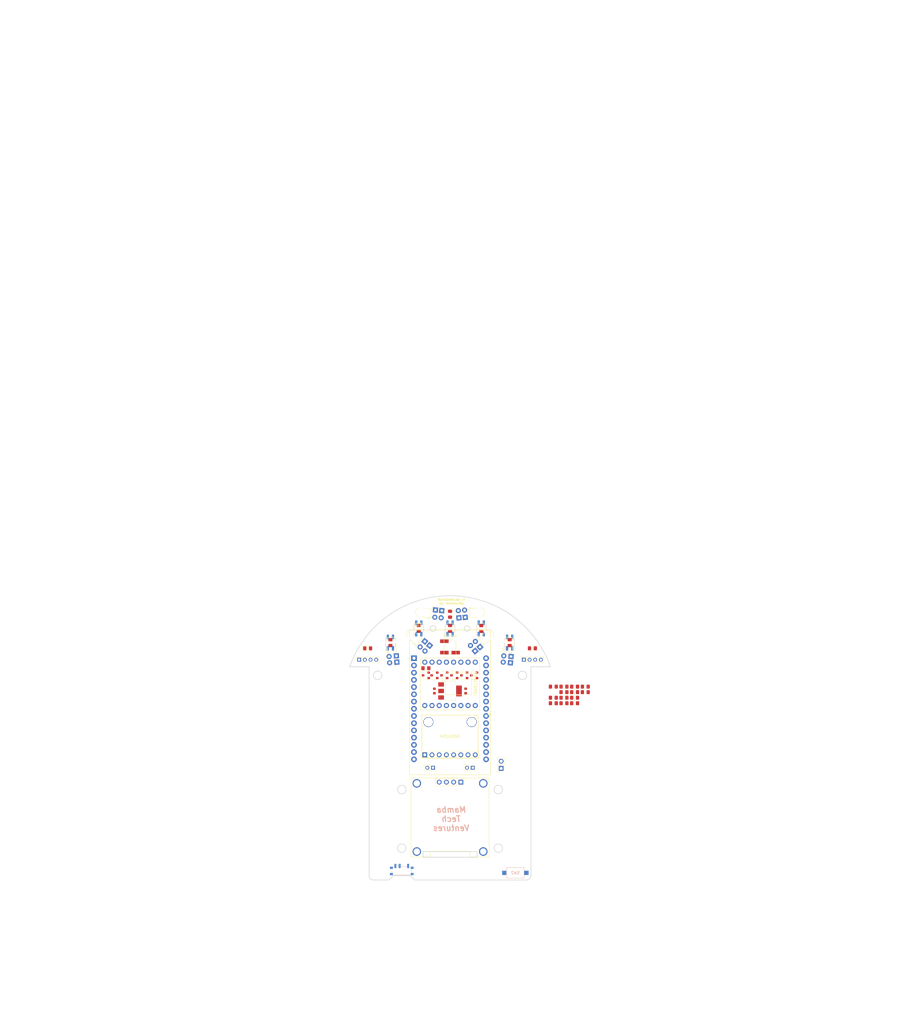
<source format=kicad_pcb>
(kicad_pcb (version 20171130) (host pcbnew "(5.0.1)-3")

  (general
    (thickness 1.6)
    (drawings 47)
    (tracks 0)
    (zones 0)
    (modules 54)
    (nets 25)
  )

  (page A4)
  (layers
    (0 F.Cu signal)
    (31 B.Cu signal)
    (32 B.Adhes user)
    (33 F.Adhes user)
    (34 B.Paste user)
    (35 F.Paste user)
    (36 B.SilkS user)
    (37 F.SilkS user)
    (38 B.Mask user)
    (39 F.Mask user)
    (40 Dwgs.User user hide)
    (41 Cmts.User user)
    (42 Eco1.User user)
    (43 Eco2.User user hide)
    (44 Edge.Cuts user)
    (45 Margin user)
    (46 B.CrtYd user)
    (47 F.CrtYd user)
    (48 B.Fab user)
    (49 F.Fab user hide)
  )

  (setup
    (last_trace_width 0.25)
    (trace_clearance 0.2)
    (zone_clearance 0.508)
    (zone_45_only no)
    (trace_min 0.2)
    (segment_width 0.2)
    (edge_width 0.2)
    (via_size 0.8)
    (via_drill 0.4)
    (via_min_size 0.4)
    (via_min_drill 0.3)
    (uvia_size 0.3)
    (uvia_drill 0.1)
    (uvias_allowed no)
    (uvia_min_size 0.2)
    (uvia_min_drill 0.1)
    (pcb_text_width 0.3)
    (pcb_text_size 1.5 1.5)
    (mod_edge_width 0.15)
    (mod_text_size 1 1)
    (mod_text_width 0.15)
    (pad_size 2.2 2.2)
    (pad_drill 2.2)
    (pad_to_mask_clearance 0.051)
    (solder_mask_min_width 0.25)
    (aux_axis_origin 75 100)
    (visible_elements 7FFFF7FF)
    (pcbplotparams
      (layerselection 0x010fc_ffffffff)
      (usegerberextensions false)
      (usegerberattributes false)
      (usegerberadvancedattributes false)
      (creategerberjobfile false)
      (excludeedgelayer true)
      (linewidth 0.100000)
      (plotframeref false)
      (viasonmask false)
      (mode 1)
      (useauxorigin false)
      (hpglpennumber 1)
      (hpglpenspeed 20)
      (hpglpendiameter 15.000000)
      (psnegative false)
      (psa4output false)
      (plotreference true)
      (plotvalue true)
      (plotinvisibletext false)
      (padsonsilk false)
      (subtractmaskfromsilk false)
      (outputformat 1)
      (mirror false)
      (drillshape 0)
      (scaleselection 1)
      (outputdirectory "Micromouse_V01 gerbers/"))
  )

  (net 0 "")
  (net 1 GND)
  (net 2 VCC)
  (net 3 +3V3)
  (net 4 A0)
  (net 5 "Net-(R2-Pad2)")
  (net 6 A1)
  (net 7 "Net-(R4-Pad2)")
  (net 8 "Net-(R6-Pad2)")
  (net 9 A2)
  (net 10 A3)
  (net 11 "Net-(R8-Pad2)")
  (net 12 "Net-(R10-Pad2)")
  (net 13 A6)
  (net 14 A7)
  (net 15 "Net-(R12-Pad2)")
  (net 16 D8)
  (net 17 "Net-(BZ1-Pad1)")
  (net 18 "Net-(Q1-Pad2)")
  (net 19 "Net-(Q2-Pad2)")
  (net 20 "Net-(Q3-Pad2)")
  (net 21 "Net-(Q4-Pad2)")
  (net 22 "Net-(Q5-Pad2)")
  (net 23 "Net-(Q6-Pad2)")
  (net 24 +BATT)

  (net_class Default "This is the default net class."
    (clearance 0.2)
    (trace_width 0.25)
    (via_dia 0.8)
    (via_drill 0.4)
    (uvia_dia 0.3)
    (uvia_drill 0.1)
    (add_net +3V3)
    (add_net +BATT)
    (add_net A0)
    (add_net A1)
    (add_net A2)
    (add_net A3)
    (add_net A6)
    (add_net A7)
    (add_net D8)
    (add_net GND)
    (add_net "Net-(BZ1-Pad1)")
    (add_net "Net-(Q1-Pad2)")
    (add_net "Net-(Q2-Pad2)")
    (add_net "Net-(Q3-Pad2)")
    (add_net "Net-(Q4-Pad2)")
    (add_net "Net-(Q5-Pad2)")
    (add_net "Net-(Q6-Pad2)")
    (add_net "Net-(R10-Pad2)")
    (add_net "Net-(R12-Pad2)")
    (add_net "Net-(R2-Pad2)")
    (add_net "Net-(R4-Pad2)")
    (add_net "Net-(R6-Pad2)")
    (add_net "Net-(R8-Pad2)")
    (add_net VCC)
  )

  (module parts:3mm_IR (layer F.Cu) (tedit 62A46938) (tstamp 621EA644)
    (at 82 65 185)
    (descr "LED, diameter 3.0mm z-position of LED center 2.0mm, 2 pins, diameter 3.0mm z-position of LED center 2.0mm, 2 pins, diameter 3.0mm z-position of LED center 2.0mm, 2 pins, diameter 3.0mm z-position of LED center 6.0mm, 2 pins, diameter 3.0mm z-position of LED center 6.0mm, 2 pins")
    (tags "LED diameter 3.0mm z-position of LED center 2.0mm 2 pins diameter 3.0mm z-position of LED center 2.0mm 2 pins diameter 3.0mm z-position of LED center 2.0mm 2 pins diameter 3.0mm z-position of LED center 6.0mm 2 pins diameter 3.0mm z-position of LED center 6.0mm 2 pins")
    (path /5E446A1E)
    (fp_text reference S1 (at -0.075 0.375 275) (layer F.Fab)
      (effects (font (size 1 1) (thickness 0.15)))
    )
    (fp_text value 3mm_IR (at -0.025 -2.024999 185) (layer F.Fab)
      (effects (font (size 1 1) (thickness 0.15)))
    )
    (fp_line (start 0 6) (end 0 156) (layer Eco2.User) (width 0.15))
    (fp_line (start 0 0) (end 0 150) (layer Eco1.User) (width 0.15))
    (fp_line (start 2.475 1.275) (end -2.525001 1.275) (layer F.CrtYd) (width 0.05))
    (fp_line (start -1.275001 2.525) (end -1.275001 2.525) (layer F.Fab) (width 0.1))
    (fp_line (start 1.265 3.604999) (end 1.265 3.604999) (layer F.SilkS) (width 0.12))
    (fp_line (start 1.494998 7.334999) (end 1.495 6.335) (layer F.Fab) (width 0.1))
    (fp_line (start -1.275001 3.605002) (end -1.275001 3.605002) (layer F.SilkS) (width 0.12))
    (fp_line (start 1.555002 7.395) (end 1.555001 6.275) (layer F.SilkS) (width 0.12))
    (fp_line (start 1.265 2.525001) (end 1.265 2.525001) (layer F.Fab) (width 0.1))
    (fp_line (start 2.475 -1.225) (end -2.525 -1.225) (layer F.CrtYd) (width 0.05))
    (fp_line (start 2.474999 9.475) (end 2.475 -1.225) (layer F.CrtYd) (width 0.05))
    (fp_line (start -2.525 9.475) (end 2.474999 9.475) (layer F.CrtYd) (width 0.05))
    (fp_line (start -2.525 -1.225) (end -2.525 9.475) (layer F.CrtYd) (width 0.05))
    (fp_line (start 1.265 1.105) (end 1.265 1.105) (layer F.SilkS) (width 0.12))
    (fp_line (start 1.265 3.775) (end 1.265 3.775) (layer F.SilkS) (width 0.12))
    (fp_line (start 1.265001 3.2) (end 1.265 3.775) (layer F.SilkS) (width 0.12))
    (fp_line (start -1.275 1.105) (end -1.275 1.105) (layer F.SilkS) (width 0.12))
    (fp_line (start -1.274999 3.775001) (end -1.275 3.2) (layer F.SilkS) (width 0.12))
    (fp_line (start -1.274999 3.775001) (end -1.274999 3.775001) (layer F.SilkS) (width 0.12))
    (fp_line (start -1.275 3.2) (end -1.274999 3.775001) (layer F.SilkS) (width 0.12))
    (fp_line (start 1.555001 3.775) (end 1.955 3.775002) (layer F.SilkS) (width 0.12))
    (fp_line (start 1.555001 4.894999) (end 1.555001 3.775) (layer F.SilkS) (width 0.12))
    (fp_line (start 1.955 4.895) (end 1.555001 4.894999) (layer F.SilkS) (width 0.12))
    (fp_line (start 1.955 3.775002) (end 1.955 4.895) (layer F.SilkS) (width 0.12))
    (fp_line (start -1.565001 3.774999) (end 1.555001 3.775) (layer F.SilkS) (width 0.12))
    (fp_line (start 1.555001 3.775) (end 1.555 7.635) (layer F.SilkS) (width 0.12))
    (fp_line (start -1.565001 3.774999) (end -1.565 7.635001) (layer F.SilkS) (width 0.12))
    (fp_line (start 1.265 0.025) (end 1.265 0.025) (layer F.Fab) (width 0.1))
    (fp_line (start 1.265001 3.835) (end 1.265 0.025) (layer F.Fab) (width 0.1))
    (fp_line (start 1.265001 3.835) (end 1.265001 3.835) (layer F.Fab) (width 0.1))
    (fp_line (start 1.265 0.025) (end 1.265001 3.835) (layer F.Fab) (width 0.1))
    (fp_line (start -1.274999 0.025) (end -1.274999 0.025) (layer F.Fab) (width 0.1))
    (fp_line (start -1.275 3.834999) (end -1.274999 0.025) (layer F.Fab) (width 0.1))
    (fp_line (start -1.275 3.834999) (end -1.275 3.834999) (layer F.Fab) (width 0.1))
    (fp_line (start -1.274999 0.025) (end -1.275 3.834999) (layer F.Fab) (width 0.1))
    (fp_line (start 1.495 3.835) (end 1.895 3.834998) (layer F.Fab) (width 0.1))
    (fp_line (start 1.495002 4.835) (end 1.495 3.835) (layer F.Fab) (width 0.1))
    (fp_line (start 1.895 4.835001) (end 1.495002 4.835) (layer F.Fab) (width 0.1))
    (fp_line (start 1.895 3.834998) (end 1.895 4.835001) (layer F.Fab) (width 0.1))
    (fp_line (start -1.505 3.835) (end 1.495 3.835) (layer F.Fab) (width 0.1))
    (fp_line (start 1.495 3.835) (end 1.495 7.635) (layer F.Fab) (width 0.1))
    (fp_line (start -1.505 3.835) (end -1.505 7.635) (layer F.Fab) (width 0.1))
    (fp_arc (start -0.005 7.635) (end -1.565 7.635001) (angle -180) (layer F.SilkS) (width 0.12))
    (fp_arc (start -0.005 7.635) (end -1.505 7.635) (angle -180) (layer F.Fab) (width 0.1))
    (fp_line (start 13.049999 154.85) (end 0 6) (layer Eco1.User) (width 0.15))
    (fp_line (start 0 6) (end -13.05 154.850001) (layer Eco1.User) (width 0.15))
    (fp_line (start -13.05 154.850001) (end 0 156) (layer Eco1.User) (width 0.15))
    (fp_line (start 0 156) (end 13.049999 154.85) (layer Eco1.User) (width 0.15))
    (pad 4 thru_hole circle (at 1.265001 2.249999 185) (size 1.8 1.8) (drill 0.9) (layers *.Cu *.Mask)
      (net 3 +3V3))
    (pad 3 thru_hole rect (at -1.299999 2.25 185) (size 1.8 1.8) (drill 0.9) (layers *.Cu *.Mask)
      (net 4 A0))
    (pad 2 thru_hole circle (at 1.265 0.025 185) (size 1.8 1.8) (drill 0.9) (layers *.Cu *.Mask)
      (net 5 "Net-(R2-Pad2)"))
    (pad 1 thru_hole rect (at -1.274999 0.025 185) (size 1.8 1.8) (drill 0.9) (layers *.Cu *.Mask)
      (net 1 GND))
    (pad "" np_thru_hole circle (at 1.5 7.25 185) (size 1.1 1.1) (drill 1.1) (layers *.Cu *.Mask))
    (pad "" np_thru_hole circle (at -1.5 7.25 185) (size 1 1) (drill 1) (layers *.Cu *.Mask))
  )

  (module parts:3mm_IR (layer F.Cu) (tedit 62A46938) (tstamp 621A1B9C)
    (at 94 60 230)
    (descr "LED, diameter 3.0mm z-position of LED center 2.0mm, 2 pins, diameter 3.0mm z-position of LED center 2.0mm, 2 pins, diameter 3.0mm z-position of LED center 2.0mm, 2 pins, diameter 3.0mm z-position of LED center 6.0mm, 2 pins, diameter 3.0mm z-position of LED center 6.0mm, 2 pins")
    (tags "LED diameter 3.0mm z-position of LED center 2.0mm 2 pins diameter 3.0mm z-position of LED center 2.0mm 2 pins diameter 3.0mm z-position of LED center 2.0mm 2 pins diameter 3.0mm z-position of LED center 6.0mm 2 pins diameter 3.0mm z-position of LED center 6.0mm 2 pins")
    (path /5E44693A)
    (fp_text reference S3 (at -0.075 0.375001 320) (layer F.Fab)
      (effects (font (size 1 1) (thickness 0.15)))
    )
    (fp_text value 3mm_IR (at -0.025 -2.024999 230) (layer F.Fab)
      (effects (font (size 1 1) (thickness 0.15)))
    )
    (fp_line (start 0 6) (end 0 156) (layer Eco2.User) (width 0.15))
    (fp_line (start 0 0) (end 0 150) (layer Eco1.User) (width 0.15))
    (fp_line (start 2.475 1.275) (end -2.525001 1.275) (layer F.CrtYd) (width 0.05))
    (fp_line (start -1.275001 2.525) (end -1.275001 2.525) (layer F.Fab) (width 0.1))
    (fp_line (start 1.265 3.604999) (end 1.265 3.604999) (layer F.SilkS) (width 0.12))
    (fp_line (start 1.494998 7.334999) (end 1.495 6.335) (layer F.Fab) (width 0.1))
    (fp_line (start -1.275001 3.605002) (end -1.275001 3.605002) (layer F.SilkS) (width 0.12))
    (fp_line (start 1.555002 7.395) (end 1.555001 6.275) (layer F.SilkS) (width 0.12))
    (fp_line (start 1.265 2.525001) (end 1.265 2.525001) (layer F.Fab) (width 0.1))
    (fp_line (start 2.475 -1.225) (end -2.525 -1.225) (layer F.CrtYd) (width 0.05))
    (fp_line (start 2.474999 9.475) (end 2.475 -1.225) (layer F.CrtYd) (width 0.05))
    (fp_line (start -2.525 9.475) (end 2.474999 9.475) (layer F.CrtYd) (width 0.05))
    (fp_line (start -2.525 -1.225) (end -2.525 9.475) (layer F.CrtYd) (width 0.05))
    (fp_line (start 1.265 1.105) (end 1.265 1.105) (layer F.SilkS) (width 0.12))
    (fp_line (start 1.265 3.775) (end 1.265 3.775) (layer F.SilkS) (width 0.12))
    (fp_line (start 1.265001 3.2) (end 1.265 3.775) (layer F.SilkS) (width 0.12))
    (fp_line (start -1.275 1.105) (end -1.275 1.105) (layer F.SilkS) (width 0.12))
    (fp_line (start -1.274999 3.775001) (end -1.275 3.2) (layer F.SilkS) (width 0.12))
    (fp_line (start -1.274999 3.775001) (end -1.274999 3.775001) (layer F.SilkS) (width 0.12))
    (fp_line (start -1.275 3.2) (end -1.274999 3.775001) (layer F.SilkS) (width 0.12))
    (fp_line (start 1.555001 3.775) (end 1.955 3.775002) (layer F.SilkS) (width 0.12))
    (fp_line (start 1.555001 4.894999) (end 1.555001 3.775) (layer F.SilkS) (width 0.12))
    (fp_line (start 1.955 4.895) (end 1.555001 4.894999) (layer F.SilkS) (width 0.12))
    (fp_line (start 1.955 3.775002) (end 1.955 4.895) (layer F.SilkS) (width 0.12))
    (fp_line (start -1.565001 3.774999) (end 1.555001 3.775) (layer F.SilkS) (width 0.12))
    (fp_line (start 1.555001 3.775) (end 1.555 7.635) (layer F.SilkS) (width 0.12))
    (fp_line (start -1.565001 3.774999) (end -1.565 7.635001) (layer F.SilkS) (width 0.12))
    (fp_line (start 1.265 0.025) (end 1.265 0.025) (layer F.Fab) (width 0.1))
    (fp_line (start 1.265001 3.835) (end 1.265 0.025) (layer F.Fab) (width 0.1))
    (fp_line (start 1.265001 3.835) (end 1.265001 3.835) (layer F.Fab) (width 0.1))
    (fp_line (start 1.265 0.025) (end 1.265001 3.835) (layer F.Fab) (width 0.1))
    (fp_line (start -1.274999 0.025) (end -1.274999 0.025) (layer F.Fab) (width 0.1))
    (fp_line (start -1.275 3.834999) (end -1.274999 0.025) (layer F.Fab) (width 0.1))
    (fp_line (start -1.275 3.834999) (end -1.275 3.834999) (layer F.Fab) (width 0.1))
    (fp_line (start -1.274999 0.025) (end -1.275 3.834999) (layer F.Fab) (width 0.1))
    (fp_line (start 1.495 3.835) (end 1.895 3.834998) (layer F.Fab) (width 0.1))
    (fp_line (start 1.495002 4.835) (end 1.495 3.835) (layer F.Fab) (width 0.1))
    (fp_line (start 1.895 4.835001) (end 1.495002 4.835) (layer F.Fab) (width 0.1))
    (fp_line (start 1.895 3.834998) (end 1.895 4.835001) (layer F.Fab) (width 0.1))
    (fp_line (start -1.505 3.835) (end 1.495 3.835) (layer F.Fab) (width 0.1))
    (fp_line (start 1.495 3.835) (end 1.495 7.635) (layer F.Fab) (width 0.1))
    (fp_line (start -1.505 3.835) (end -1.505 7.635) (layer F.Fab) (width 0.1))
    (fp_arc (start -0.005 7.635) (end -1.565 7.635001) (angle -180) (layer F.SilkS) (width 0.12))
    (fp_arc (start -0.005 7.635) (end -1.505 7.635) (angle -180) (layer F.Fab) (width 0.1))
    (fp_line (start 13.049999 154.85) (end 0 6) (layer Eco1.User) (width 0.15))
    (fp_line (start 0 6) (end -13.05 154.850001) (layer Eco1.User) (width 0.15))
    (fp_line (start -13.05 154.850001) (end 0 156) (layer Eco1.User) (width 0.15))
    (fp_line (start 0 156) (end 13.049999 154.85) (layer Eco1.User) (width 0.15))
    (pad 4 thru_hole circle (at 1.265001 2.249999 230) (size 1.8 1.8) (drill 0.9) (layers *.Cu *.Mask)
      (net 3 +3V3))
    (pad 3 thru_hole rect (at -1.299999 2.25 230) (size 1.8 1.8) (drill 0.9) (layers *.Cu *.Mask)
      (net 9 A2))
    (pad 2 thru_hole circle (at 1.265 0.025 230) (size 1.8 1.8) (drill 0.9) (layers *.Cu *.Mask)
      (net 8 "Net-(R6-Pad2)"))
    (pad 1 thru_hole rect (at -1.274999 0.025 230) (size 1.8 1.8) (drill 0.9) (layers *.Cu *.Mask)
      (net 1 GND))
    (pad "" np_thru_hole circle (at 1.5 7.25 230) (size 1.1 1.1) (drill 1.1) (layers *.Cu *.Mask))
    (pad "" np_thru_hole circle (at -1.5 7.25 230) (size 1 1) (drill 1) (layers *.Cu *.Mask))
  )

  (module parts:3mm_IR (layer F.Cu) (tedit 62A46938) (tstamp 621A1CB0)
    (at 99 48 265)
    (descr "LED, diameter 3.0mm z-position of LED center 2.0mm, 2 pins, diameter 3.0mm z-position of LED center 2.0mm, 2 pins, diameter 3.0mm z-position of LED center 2.0mm, 2 pins, diameter 3.0mm z-position of LED center 6.0mm, 2 pins, diameter 3.0mm z-position of LED center 6.0mm, 2 pins")
    (tags "LED diameter 3.0mm z-position of LED center 2.0mm 2 pins diameter 3.0mm z-position of LED center 2.0mm 2 pins diameter 3.0mm z-position of LED center 2.0mm 2 pins diameter 3.0mm z-position of LED center 6.0mm 2 pins diameter 3.0mm z-position of LED center 6.0mm 2 pins")
    (path /5E446A25)
    (fp_text reference S2 (at -0.075 0.375 -5) (layer F.Fab)
      (effects (font (size 1 1) (thickness 0.15)))
    )
    (fp_text value 3mm_IR (at -0.025 -2.024999 265) (layer F.Fab)
      (effects (font (size 1 1) (thickness 0.15)))
    )
    (fp_line (start 0 6) (end 0 156) (layer Eco2.User) (width 0.15))
    (fp_line (start 0 0) (end 0 150) (layer Eco1.User) (width 0.15))
    (fp_line (start 2.475 1.275) (end -2.525001 1.275) (layer F.CrtYd) (width 0.05))
    (fp_line (start -1.275001 2.525) (end -1.275001 2.525) (layer F.Fab) (width 0.1))
    (fp_line (start 1.265 3.604999) (end 1.265 3.604999) (layer F.SilkS) (width 0.12))
    (fp_line (start 1.494998 7.334999) (end 1.495 6.335) (layer F.Fab) (width 0.1))
    (fp_line (start -1.275001 3.605002) (end -1.275001 3.605002) (layer F.SilkS) (width 0.12))
    (fp_line (start 1.555002 7.395) (end 1.555001 6.275) (layer F.SilkS) (width 0.12))
    (fp_line (start 1.265 2.525001) (end 1.265 2.525001) (layer F.Fab) (width 0.1))
    (fp_line (start 2.475 -1.225) (end -2.525 -1.225) (layer F.CrtYd) (width 0.05))
    (fp_line (start 2.474999 9.475) (end 2.475 -1.225) (layer F.CrtYd) (width 0.05))
    (fp_line (start -2.525 9.475) (end 2.474999 9.475) (layer F.CrtYd) (width 0.05))
    (fp_line (start -2.525 -1.225) (end -2.525 9.475) (layer F.CrtYd) (width 0.05))
    (fp_line (start 1.265 1.105) (end 1.265 1.105) (layer F.SilkS) (width 0.12))
    (fp_line (start 1.265 3.775) (end 1.265 3.775) (layer F.SilkS) (width 0.12))
    (fp_line (start 1.265001 3.2) (end 1.265 3.775) (layer F.SilkS) (width 0.12))
    (fp_line (start -1.275 1.105) (end -1.275 1.105) (layer F.SilkS) (width 0.12))
    (fp_line (start -1.274999 3.775001) (end -1.275 3.2) (layer F.SilkS) (width 0.12))
    (fp_line (start -1.274999 3.775001) (end -1.274999 3.775001) (layer F.SilkS) (width 0.12))
    (fp_line (start -1.275 3.2) (end -1.274999 3.775001) (layer F.SilkS) (width 0.12))
    (fp_line (start 1.555001 3.775) (end 1.955 3.775002) (layer F.SilkS) (width 0.12))
    (fp_line (start 1.555001 4.894999) (end 1.555001 3.775) (layer F.SilkS) (width 0.12))
    (fp_line (start 1.955 4.895) (end 1.555001 4.894999) (layer F.SilkS) (width 0.12))
    (fp_line (start 1.955 3.775002) (end 1.955 4.895) (layer F.SilkS) (width 0.12))
    (fp_line (start -1.565001 3.774999) (end 1.555001 3.775) (layer F.SilkS) (width 0.12))
    (fp_line (start 1.555001 3.775) (end 1.555 7.635) (layer F.SilkS) (width 0.12))
    (fp_line (start -1.565001 3.774999) (end -1.565 7.635001) (layer F.SilkS) (width 0.12))
    (fp_line (start 1.265 0.025) (end 1.265 0.025) (layer F.Fab) (width 0.1))
    (fp_line (start 1.265001 3.835) (end 1.265 0.025) (layer F.Fab) (width 0.1))
    (fp_line (start 1.265001 3.835) (end 1.265001 3.835) (layer F.Fab) (width 0.1))
    (fp_line (start 1.265 0.025) (end 1.265001 3.835) (layer F.Fab) (width 0.1))
    (fp_line (start -1.274999 0.025) (end -1.274999 0.025) (layer F.Fab) (width 0.1))
    (fp_line (start -1.275 3.834999) (end -1.274999 0.025) (layer F.Fab) (width 0.1))
    (fp_line (start -1.275 3.834999) (end -1.275 3.834999) (layer F.Fab) (width 0.1))
    (fp_line (start -1.274999 0.025) (end -1.275 3.834999) (layer F.Fab) (width 0.1))
    (fp_line (start 1.495 3.835) (end 1.895 3.834998) (layer F.Fab) (width 0.1))
    (fp_line (start 1.495002 4.835) (end 1.495 3.835) (layer F.Fab) (width 0.1))
    (fp_line (start 1.895 4.835001) (end 1.495002 4.835) (layer F.Fab) (width 0.1))
    (fp_line (start 1.895 3.834998) (end 1.895 4.835001) (layer F.Fab) (width 0.1))
    (fp_line (start -1.505 3.835) (end 1.495 3.835) (layer F.Fab) (width 0.1))
    (fp_line (start 1.495 3.835) (end 1.495 7.635) (layer F.Fab) (width 0.1))
    (fp_line (start -1.505 3.835) (end -1.505 7.635) (layer F.Fab) (width 0.1))
    (fp_arc (start -0.005 7.635) (end -1.565 7.635001) (angle -180) (layer F.SilkS) (width 0.12))
    (fp_arc (start -0.005 7.635) (end -1.505 7.635) (angle -180) (layer F.Fab) (width 0.1))
    (fp_line (start 13.049999 154.85) (end 0 6) (layer Eco1.User) (width 0.15))
    (fp_line (start 0 6) (end -13.05 154.850001) (layer Eco1.User) (width 0.15))
    (fp_line (start -13.05 154.850001) (end 0 156) (layer Eco1.User) (width 0.15))
    (fp_line (start 0 156) (end 13.049999 154.85) (layer Eco1.User) (width 0.15))
    (pad 4 thru_hole circle (at 1.265001 2.249999 265) (size 1.8 1.8) (drill 0.9) (layers *.Cu *.Mask)
      (net 3 +3V3))
    (pad 3 thru_hole rect (at -1.299999 2.25 265) (size 1.8 1.8) (drill 0.9) (layers *.Cu *.Mask)
      (net 6 A1))
    (pad 2 thru_hole circle (at 1.265 0.025 265) (size 1.8 1.8) (drill 0.9) (layers *.Cu *.Mask)
      (net 7 "Net-(R4-Pad2)"))
    (pad 1 thru_hole rect (at -1.274999 0.025 265) (size 1.8 1.8) (drill 0.9) (layers *.Cu *.Mask)
      (net 1 GND))
    (pad "" np_thru_hole circle (at 1.5 7.25 265) (size 1.1 1.1) (drill 1.1) (layers *.Cu *.Mask))
    (pad "" np_thru_hole circle (at -1.5 7.25 265) (size 1 1) (drill 1) (layers *.Cu *.Mask))
  )

  (module parts:3mm_IR (layer F.Cu) (tedit 62A46938) (tstamp 6218F7A1)
    (at 105 48 95)
    (descr "LED, diameter 3.0mm z-position of LED center 2.0mm, 2 pins, diameter 3.0mm z-position of LED center 2.0mm, 2 pins, diameter 3.0mm z-position of LED center 2.0mm, 2 pins, diameter 3.0mm z-position of LED center 6.0mm, 2 pins, diameter 3.0mm z-position of LED center 6.0mm, 2 pins")
    (tags "LED diameter 3.0mm z-position of LED center 2.0mm 2 pins diameter 3.0mm z-position of LED center 2.0mm 2 pins diameter 3.0mm z-position of LED center 2.0mm 2 pins diameter 3.0mm z-position of LED center 6.0mm 2 pins diameter 3.0mm z-position of LED center 6.0mm 2 pins")
    (path /5E44698E)
    (fp_text reference S4 (at -0.075 0.375 185) (layer F.Fab)
      (effects (font (size 1 1) (thickness 0.15)))
    )
    (fp_text value 3mm_IR (at -0.025 -2.024999 95) (layer F.Fab)
      (effects (font (size 1 1) (thickness 0.15)))
    )
    (fp_line (start 0 6) (end 0 156) (layer Eco2.User) (width 0.15))
    (fp_line (start 0 0) (end 0 150) (layer Eco1.User) (width 0.15))
    (fp_line (start 2.475 1.275) (end -2.525001 1.275) (layer F.CrtYd) (width 0.05))
    (fp_line (start -1.275001 2.525) (end -1.275001 2.525) (layer F.Fab) (width 0.1))
    (fp_line (start 1.265 3.604999) (end 1.265 3.604999) (layer F.SilkS) (width 0.12))
    (fp_line (start 1.494998 7.334999) (end 1.495 6.335) (layer F.Fab) (width 0.1))
    (fp_line (start -1.275001 3.605002) (end -1.275001 3.605002) (layer F.SilkS) (width 0.12))
    (fp_line (start 1.555002 7.395) (end 1.555001 6.275) (layer F.SilkS) (width 0.12))
    (fp_line (start 1.265 2.525001) (end 1.265 2.525001) (layer F.Fab) (width 0.1))
    (fp_line (start 2.475 -1.225) (end -2.525 -1.225) (layer F.CrtYd) (width 0.05))
    (fp_line (start 2.474999 9.475) (end 2.475 -1.225) (layer F.CrtYd) (width 0.05))
    (fp_line (start -2.525 9.475) (end 2.474999 9.475) (layer F.CrtYd) (width 0.05))
    (fp_line (start -2.525 -1.225) (end -2.525 9.475) (layer F.CrtYd) (width 0.05))
    (fp_line (start 1.265 1.105) (end 1.265 1.105) (layer F.SilkS) (width 0.12))
    (fp_line (start 1.265 3.775) (end 1.265 3.775) (layer F.SilkS) (width 0.12))
    (fp_line (start 1.265001 3.2) (end 1.265 3.775) (layer F.SilkS) (width 0.12))
    (fp_line (start -1.275 1.105) (end -1.275 1.105) (layer F.SilkS) (width 0.12))
    (fp_line (start -1.274999 3.775001) (end -1.275 3.2) (layer F.SilkS) (width 0.12))
    (fp_line (start -1.274999 3.775001) (end -1.274999 3.775001) (layer F.SilkS) (width 0.12))
    (fp_line (start -1.275 3.2) (end -1.274999 3.775001) (layer F.SilkS) (width 0.12))
    (fp_line (start 1.555001 3.775) (end 1.955 3.775002) (layer F.SilkS) (width 0.12))
    (fp_line (start 1.555001 4.894999) (end 1.555001 3.775) (layer F.SilkS) (width 0.12))
    (fp_line (start 1.955 4.895) (end 1.555001 4.894999) (layer F.SilkS) (width 0.12))
    (fp_line (start 1.955 3.775002) (end 1.955 4.895) (layer F.SilkS) (width 0.12))
    (fp_line (start -1.565001 3.774999) (end 1.555001 3.775) (layer F.SilkS) (width 0.12))
    (fp_line (start 1.555001 3.775) (end 1.555 7.635) (layer F.SilkS) (width 0.12))
    (fp_line (start -1.565001 3.774999) (end -1.565 7.635001) (layer F.SilkS) (width 0.12))
    (fp_line (start 1.265 0.025) (end 1.265 0.025) (layer F.Fab) (width 0.1))
    (fp_line (start 1.265001 3.835) (end 1.265 0.025) (layer F.Fab) (width 0.1))
    (fp_line (start 1.265001 3.835) (end 1.265001 3.835) (layer F.Fab) (width 0.1))
    (fp_line (start 1.265 0.025) (end 1.265001 3.835) (layer F.Fab) (width 0.1))
    (fp_line (start -1.274999 0.025) (end -1.274999 0.025) (layer F.Fab) (width 0.1))
    (fp_line (start -1.275 3.834999) (end -1.274999 0.025) (layer F.Fab) (width 0.1))
    (fp_line (start -1.275 3.834999) (end -1.275 3.834999) (layer F.Fab) (width 0.1))
    (fp_line (start -1.274999 0.025) (end -1.275 3.834999) (layer F.Fab) (width 0.1))
    (fp_line (start 1.495 3.835) (end 1.895 3.834998) (layer F.Fab) (width 0.1))
    (fp_line (start 1.495002 4.835) (end 1.495 3.835) (layer F.Fab) (width 0.1))
    (fp_line (start 1.895 4.835001) (end 1.495002 4.835) (layer F.Fab) (width 0.1))
    (fp_line (start 1.895 3.834998) (end 1.895 4.835001) (layer F.Fab) (width 0.1))
    (fp_line (start -1.505 3.835) (end 1.495 3.835) (layer F.Fab) (width 0.1))
    (fp_line (start 1.495 3.835) (end 1.495 7.635) (layer F.Fab) (width 0.1))
    (fp_line (start -1.505 3.835) (end -1.505 7.635) (layer F.Fab) (width 0.1))
    (fp_arc (start -0.005 7.635) (end -1.565 7.635001) (angle -180) (layer F.SilkS) (width 0.12))
    (fp_arc (start -0.005 7.635) (end -1.505 7.635) (angle -180) (layer F.Fab) (width 0.1))
    (fp_line (start 13.049999 154.85) (end 0 6) (layer Eco1.User) (width 0.15))
    (fp_line (start 0 6) (end -13.05 154.850001) (layer Eco1.User) (width 0.15))
    (fp_line (start -13.05 154.850001) (end 0 156) (layer Eco1.User) (width 0.15))
    (fp_line (start 0 156) (end 13.049999 154.85) (layer Eco1.User) (width 0.15))
    (pad 4 thru_hole circle (at 1.265001 2.249999 95) (size 1.8 1.8) (drill 0.9) (layers *.Cu *.Mask)
      (net 3 +3V3))
    (pad 3 thru_hole rect (at -1.299999 2.25 95) (size 1.8 1.8) (drill 0.9) (layers *.Cu *.Mask)
      (net 10 A3))
    (pad 2 thru_hole circle (at 1.265 0.025 95) (size 1.8 1.8) (drill 0.9) (layers *.Cu *.Mask)
      (net 11 "Net-(R8-Pad2)"))
    (pad 1 thru_hole rect (at -1.274999 0.025 95) (size 1.8 1.8) (drill 0.9) (layers *.Cu *.Mask)
      (net 1 GND))
    (pad "" np_thru_hole circle (at 1.5 7.25 95) (size 1.1 1.1) (drill 1.1) (layers *.Cu *.Mask))
    (pad "" np_thru_hole circle (at -1.5 7.25 95) (size 1 1) (drill 1) (layers *.Cu *.Mask))
  )

  (module parts:3mm_IR (layer F.Cu) (tedit 62A46938) (tstamp 6219060F)
    (at 122 65 175)
    (descr "LED, diameter 3.0mm z-position of LED center 2.0mm, 2 pins, diameter 3.0mm z-position of LED center 2.0mm, 2 pins, diameter 3.0mm z-position of LED center 2.0mm, 2 pins, diameter 3.0mm z-position of LED center 6.0mm, 2 pins, diameter 3.0mm z-position of LED center 6.0mm, 2 pins")
    (tags "LED diameter 3.0mm z-position of LED center 2.0mm 2 pins diameter 3.0mm z-position of LED center 2.0mm 2 pins diameter 3.0mm z-position of LED center 2.0mm 2 pins diameter 3.0mm z-position of LED center 6.0mm 2 pins diameter 3.0mm z-position of LED center 6.0mm 2 pins")
    (path /5E446C90)
    (fp_text reference S6 (at -0.075 0.375 265) (layer F.Fab)
      (effects (font (size 1 1) (thickness 0.15)))
    )
    (fp_text value 3mm_IR (at -0.025 -2.024999 175) (layer F.Fab)
      (effects (font (size 1 1) (thickness 0.15)))
    )
    (fp_line (start 0 6) (end 0 156) (layer Eco2.User) (width 0.15))
    (fp_line (start 0 0) (end 0 150) (layer Eco1.User) (width 0.15))
    (fp_line (start 2.475 1.275) (end -2.525001 1.275) (layer F.CrtYd) (width 0.05))
    (fp_line (start -1.275001 2.525) (end -1.275001 2.525) (layer F.Fab) (width 0.1))
    (fp_line (start 1.265 3.604999) (end 1.265 3.604999) (layer F.SilkS) (width 0.12))
    (fp_line (start 1.494998 7.334999) (end 1.495 6.335) (layer F.Fab) (width 0.1))
    (fp_line (start -1.275001 3.605002) (end -1.275001 3.605002) (layer F.SilkS) (width 0.12))
    (fp_line (start 1.555002 7.395) (end 1.555001 6.275) (layer F.SilkS) (width 0.12))
    (fp_line (start 1.265 2.525001) (end 1.265 2.525001) (layer F.Fab) (width 0.1))
    (fp_line (start 2.475 -1.225) (end -2.525 -1.225) (layer F.CrtYd) (width 0.05))
    (fp_line (start 2.474999 9.475) (end 2.475 -1.225) (layer F.CrtYd) (width 0.05))
    (fp_line (start -2.525 9.475) (end 2.474999 9.475) (layer F.CrtYd) (width 0.05))
    (fp_line (start -2.525 -1.225) (end -2.525 9.475) (layer F.CrtYd) (width 0.05))
    (fp_line (start 1.265 1.105) (end 1.265 1.105) (layer F.SilkS) (width 0.12))
    (fp_line (start 1.265 3.775) (end 1.265 3.775) (layer F.SilkS) (width 0.12))
    (fp_line (start 1.265001 3.2) (end 1.265 3.775) (layer F.SilkS) (width 0.12))
    (fp_line (start -1.275 1.105) (end -1.275 1.105) (layer F.SilkS) (width 0.12))
    (fp_line (start -1.274999 3.775001) (end -1.275 3.2) (layer F.SilkS) (width 0.12))
    (fp_line (start -1.274999 3.775001) (end -1.274999 3.775001) (layer F.SilkS) (width 0.12))
    (fp_line (start -1.275 3.2) (end -1.274999 3.775001) (layer F.SilkS) (width 0.12))
    (fp_line (start 1.555001 3.775) (end 1.955 3.775002) (layer F.SilkS) (width 0.12))
    (fp_line (start 1.555001 4.894999) (end 1.555001 3.775) (layer F.SilkS) (width 0.12))
    (fp_line (start 1.955 4.895) (end 1.555001 4.894999) (layer F.SilkS) (width 0.12))
    (fp_line (start 1.955 3.775002) (end 1.955 4.895) (layer F.SilkS) (width 0.12))
    (fp_line (start -1.565001 3.774999) (end 1.555001 3.775) (layer F.SilkS) (width 0.12))
    (fp_line (start 1.555001 3.775) (end 1.555 7.635) (layer F.SilkS) (width 0.12))
    (fp_line (start -1.565001 3.774999) (end -1.565 7.635001) (layer F.SilkS) (width 0.12))
    (fp_line (start 1.265 0.025) (end 1.265 0.025) (layer F.Fab) (width 0.1))
    (fp_line (start 1.265001 3.835) (end 1.265 0.025) (layer F.Fab) (width 0.1))
    (fp_line (start 1.265001 3.835) (end 1.265001 3.835) (layer F.Fab) (width 0.1))
    (fp_line (start 1.265 0.025) (end 1.265001 3.835) (layer F.Fab) (width 0.1))
    (fp_line (start -1.274999 0.025) (end -1.274999 0.025) (layer F.Fab) (width 0.1))
    (fp_line (start -1.275 3.834999) (end -1.274999 0.025) (layer F.Fab) (width 0.1))
    (fp_line (start -1.275 3.834999) (end -1.275 3.834999) (layer F.Fab) (width 0.1))
    (fp_line (start -1.274999 0.025) (end -1.275 3.834999) (layer F.Fab) (width 0.1))
    (fp_line (start 1.495 3.835) (end 1.895 3.834998) (layer F.Fab) (width 0.1))
    (fp_line (start 1.495002 4.835) (end 1.495 3.835) (layer F.Fab) (width 0.1))
    (fp_line (start 1.895 4.835001) (end 1.495002 4.835) (layer F.Fab) (width 0.1))
    (fp_line (start 1.895 3.834998) (end 1.895 4.835001) (layer F.Fab) (width 0.1))
    (fp_line (start -1.505 3.835) (end 1.495 3.835) (layer F.Fab) (width 0.1))
    (fp_line (start 1.495 3.835) (end 1.495 7.635) (layer F.Fab) (width 0.1))
    (fp_line (start -1.505 3.835) (end -1.505 7.635) (layer F.Fab) (width 0.1))
    (fp_arc (start -0.005 7.635) (end -1.565 7.635001) (angle -180) (layer F.SilkS) (width 0.12))
    (fp_arc (start -0.005 7.635) (end -1.505 7.635) (angle -180) (layer F.Fab) (width 0.1))
    (fp_line (start 13.049999 154.85) (end 0 6) (layer Eco1.User) (width 0.15))
    (fp_line (start 0 6) (end -13.05 154.850001) (layer Eco1.User) (width 0.15))
    (fp_line (start -13.05 154.850001) (end 0 156) (layer Eco1.User) (width 0.15))
    (fp_line (start 0 156) (end 13.049999 154.85) (layer Eco1.User) (width 0.15))
    (pad 4 thru_hole circle (at 1.265001 2.249999 175) (size 1.8 1.8) (drill 0.9) (layers *.Cu *.Mask)
      (net 3 +3V3))
    (pad 3 thru_hole rect (at -1.299999 2.25 175) (size 1.8 1.8) (drill 0.9) (layers *.Cu *.Mask)
      (net 14 A7))
    (pad 2 thru_hole circle (at 1.265 0.025 175) (size 1.8 1.8) (drill 0.9) (layers *.Cu *.Mask)
      (net 15 "Net-(R12-Pad2)"))
    (pad 1 thru_hole rect (at -1.274999 0.025 175) (size 1.8 1.8) (drill 0.9) (layers *.Cu *.Mask)
      (net 1 GND))
    (pad "" np_thru_hole circle (at 1.5 7.25 175) (size 1.1 1.1) (drill 1.1) (layers *.Cu *.Mask))
    (pad "" np_thru_hole circle (at -1.5 7.25 175) (size 1 1) (drill 1) (layers *.Cu *.Mask))
  )

  (module parts:3mm_IR (layer F.Cu) (tedit 62A46938) (tstamp 621BAE77)
    (at 110 60 130)
    (descr "LED, diameter 3.0mm z-position of LED center 2.0mm, 2 pins, diameter 3.0mm z-position of LED center 2.0mm, 2 pins, diameter 3.0mm z-position of LED center 2.0mm, 2 pins, diameter 3.0mm z-position of LED center 6.0mm, 2 pins, diameter 3.0mm z-position of LED center 6.0mm, 2 pins")
    (tags "LED diameter 3.0mm z-position of LED center 2.0mm 2 pins diameter 3.0mm z-position of LED center 2.0mm 2 pins diameter 3.0mm z-position of LED center 2.0mm 2 pins diameter 3.0mm z-position of LED center 6.0mm 2 pins diameter 3.0mm z-position of LED center 6.0mm 2 pins")
    (path /5E446C89)
    (fp_text reference S5 (at -0.075 0.375 220) (layer F.Fab)
      (effects (font (size 1 1) (thickness 0.15)))
    )
    (fp_text value 3mm_IR (at -0.024999 -2.024999 130) (layer F.Fab)
      (effects (font (size 1 1) (thickness 0.15)))
    )
    (fp_line (start 0 6) (end 0 156) (layer Eco2.User) (width 0.15))
    (fp_line (start 0 0) (end 0 150) (layer Eco1.User) (width 0.15))
    (fp_line (start 2.475 1.275) (end -2.525001 1.275) (layer F.CrtYd) (width 0.05))
    (fp_line (start -1.275001 2.525) (end -1.275001 2.525) (layer F.Fab) (width 0.1))
    (fp_line (start 1.265 3.604999) (end 1.265 3.604999) (layer F.SilkS) (width 0.12))
    (fp_line (start 1.494998 7.334999) (end 1.495 6.335) (layer F.Fab) (width 0.1))
    (fp_line (start -1.275001 3.605002) (end -1.275001 3.605002) (layer F.SilkS) (width 0.12))
    (fp_line (start 1.555002 7.395) (end 1.555001 6.275) (layer F.SilkS) (width 0.12))
    (fp_line (start 1.265 2.525001) (end 1.265 2.525001) (layer F.Fab) (width 0.1))
    (fp_line (start 2.475 -1.225) (end -2.525 -1.225) (layer F.CrtYd) (width 0.05))
    (fp_line (start 2.474999 9.475) (end 2.475 -1.225) (layer F.CrtYd) (width 0.05))
    (fp_line (start -2.525 9.475) (end 2.474999 9.475) (layer F.CrtYd) (width 0.05))
    (fp_line (start -2.525 -1.225) (end -2.525 9.475) (layer F.CrtYd) (width 0.05))
    (fp_line (start 1.265 1.105) (end 1.265 1.105) (layer F.SilkS) (width 0.12))
    (fp_line (start 1.265 3.775) (end 1.265 3.775) (layer F.SilkS) (width 0.12))
    (fp_line (start 1.265001 3.2) (end 1.265 3.775) (layer F.SilkS) (width 0.12))
    (fp_line (start -1.275 1.105) (end -1.275 1.105) (layer F.SilkS) (width 0.12))
    (fp_line (start -1.274999 3.775001) (end -1.275 3.2) (layer F.SilkS) (width 0.12))
    (fp_line (start -1.274999 3.775001) (end -1.274999 3.775001) (layer F.SilkS) (width 0.12))
    (fp_line (start -1.275 3.2) (end -1.274999 3.775001) (layer F.SilkS) (width 0.12))
    (fp_line (start 1.555001 3.775) (end 1.955 3.775002) (layer F.SilkS) (width 0.12))
    (fp_line (start 1.555001 4.894999) (end 1.555001 3.775) (layer F.SilkS) (width 0.12))
    (fp_line (start 1.955 4.895) (end 1.555001 4.894999) (layer F.SilkS) (width 0.12))
    (fp_line (start 1.955 3.775002) (end 1.955 4.895) (layer F.SilkS) (width 0.12))
    (fp_line (start -1.565001 3.774999) (end 1.555001 3.775) (layer F.SilkS) (width 0.12))
    (fp_line (start 1.555001 3.775) (end 1.555 7.635) (layer F.SilkS) (width 0.12))
    (fp_line (start -1.565001 3.774999) (end -1.565 7.635001) (layer F.SilkS) (width 0.12))
    (fp_line (start 1.265 0.025) (end 1.265 0.025) (layer F.Fab) (width 0.1))
    (fp_line (start 1.265001 3.835) (end 1.265 0.025) (layer F.Fab) (width 0.1))
    (fp_line (start 1.265001 3.835) (end 1.265001 3.835) (layer F.Fab) (width 0.1))
    (fp_line (start 1.265 0.025) (end 1.265001 3.835) (layer F.Fab) (width 0.1))
    (fp_line (start -1.274999 0.025) (end -1.274999 0.025) (layer F.Fab) (width 0.1))
    (fp_line (start -1.275 3.834999) (end -1.274999 0.025) (layer F.Fab) (width 0.1))
    (fp_line (start -1.275 3.834999) (end -1.275 3.834999) (layer F.Fab) (width 0.1))
    (fp_line (start -1.274999 0.025) (end -1.275 3.834999) (layer F.Fab) (width 0.1))
    (fp_line (start 1.495 3.835) (end 1.895 3.834998) (layer F.Fab) (width 0.1))
    (fp_line (start 1.495002 4.835) (end 1.495 3.835) (layer F.Fab) (width 0.1))
    (fp_line (start 1.895 4.835001) (end 1.495002 4.835) (layer F.Fab) (width 0.1))
    (fp_line (start 1.895 3.834998) (end 1.895 4.835001) (layer F.Fab) (width 0.1))
    (fp_line (start -1.505 3.835) (end 1.495 3.835) (layer F.Fab) (width 0.1))
    (fp_line (start 1.495 3.835) (end 1.495 7.635) (layer F.Fab) (width 0.1))
    (fp_line (start -1.505 3.835) (end -1.505 7.635) (layer F.Fab) (width 0.1))
    (fp_arc (start -0.005 7.635) (end -1.565 7.635001) (angle -180) (layer F.SilkS) (width 0.12))
    (fp_arc (start -0.005 7.635) (end -1.505 7.635) (angle -180) (layer F.Fab) (width 0.1))
    (fp_line (start 13.049999 154.85) (end 0 6) (layer Eco1.User) (width 0.15))
    (fp_line (start 0 6) (end -13.05 154.850001) (layer Eco1.User) (width 0.15))
    (fp_line (start -13.05 154.850001) (end 0 156) (layer Eco1.User) (width 0.15))
    (fp_line (start 0 156) (end 13.049999 154.85) (layer Eco1.User) (width 0.15))
    (pad 4 thru_hole circle (at 1.265001 2.249999 130) (size 1.8 1.8) (drill 0.9) (layers *.Cu *.Mask)
      (net 3 +3V3))
    (pad 3 thru_hole rect (at -1.299999 2.25 130) (size 1.8 1.8) (drill 0.9) (layers *.Cu *.Mask)
      (net 13 A6))
    (pad 2 thru_hole circle (at 1.265 0.025 130) (size 1.8 1.8) (drill 0.9) (layers *.Cu *.Mask)
      (net 12 "Net-(R10-Pad2)"))
    (pad 1 thru_hole rect (at -1.274999 0.025 130) (size 1.8 1.8) (drill 0.9) (layers *.Cu *.Mask)
      (net 1 GND))
    (pad "" np_thru_hole circle (at 1.5 7.25 130) (size 1.1 1.1) (drill 1.1) (layers *.Cu *.Mask))
    (pad "" np_thru_hole circle (at -1.5 7.25 130) (size 1 1) (drill 1) (layers *.Cu *.Mask))
  )

  (module "parts:MPU6050 module" (layer F.Cu) (tedit 621D7B35) (tstamp 621ECB73)
    (at 102 91 90)
    (descr "Through hole straight pin header, 1x08, 2.54mm pitch, single row")
    (tags "Through hole pin header THT 1x08 2.54mm single row")
    (path /621AB8B2)
    (fp_text reference U13 (at 0 -14 90) (layer F.Fab)
      (effects (font (size 1 1) (thickness 0.15)))
    )
    (fp_text value MPU-6050 (at 0 14 90) (layer F.Fab)
      (effects (font (size 1 1) (thickness 0.15)))
    )
    (fp_line (start -7.1016 -10.1684) (end -5.1966 -10.1684) (layer F.Fab) (width 0.1))
    (fp_line (start -5.1966 -10.1684) (end -5.1966 10.1516) (layer F.Fab) (width 0.1))
    (fp_line (start -5.1966 10.1516) (end -7.7366 10.1516) (layer F.Fab) (width 0.1))
    (fp_line (start -7.7366 10.1516) (end -7.7366 -9.5334) (layer F.Fab) (width 0.1))
    (fp_line (start -7.7366 -9.5334) (end -7.1016 -10.1684) (layer F.Fab) (width 0.1))
    (fp_line (start -7.7966 10.2116) (end -5.1366 10.2116) (layer F.SilkS) (width 0.12))
    (fp_line (start -7.7966 -7.6284) (end -7.7966 10.2116) (layer F.SilkS) (width 0.12))
    (fp_line (start -5.1366 -7.6284) (end -5.1366 10.2116) (layer F.SilkS) (width 0.12))
    (fp_line (start -7.7966 -7.6284) (end -5.1366 -7.6284) (layer F.SilkS) (width 0.12))
    (fp_line (start -7.7966 -8.8984) (end -7.7966 -10.2284) (layer F.SilkS) (width 0.12))
    (fp_line (start -7.7966 -10.2284) (end -6.4666 -10.2284) (layer F.SilkS) (width 0.12))
    (fp_line (start -7.8856 -10.6984) (end -7.8856 10.6516) (layer F.CrtYd) (width 0.05))
    (fp_line (start -8.2666 10.6516) (end -4.6666 10.6516) (layer F.CrtYd) (width 0.05))
    (fp_line (start -4.6666 10.6516) (end -4.6666 -10.6984) (layer F.CrtYd) (width 0.05))
    (fp_line (start -4.6666 -10.6984) (end -8.2666 -10.6984) (layer F.CrtYd) (width 0.05))
    (fp_text user %R (at -6.4666 -0.0084 -180) (layer F.Fab)
      (effects (font (size 1 1) (thickness 0.15)))
    )
    (fp_line (start -7.493 -9.906) (end 7.493 -9.906) (layer F.SilkS) (width 0.2))
    (fp_line (start 7.493 -9.906) (end 7.493 9.906) (layer F.SilkS) (width 0.2))
    (fp_line (start -7.493 -9.906) (end -7.493 9.906) (layer F.SilkS) (width 0.2))
    (fp_line (start -7.493 9.906) (end 7.493 9.906) (layer F.SilkS) (width 0.2))
    (fp_text user MPU6050 (at 0 0 -180) (layer F.SilkS)
      (effects (font (size 1 1) (thickness 0.15)))
    )
    (pad 13 thru_hole rect (at -6.4666 -8.8984 90) (size 1.7 1.7) (drill 1) (layers *.Cu *.Mask))
    (pad 18 thru_hole oval (at -6.4666 -6.3584 90) (size 1.7 1.7) (drill 1) (layers *.Cu *.Mask))
    (pad 23 thru_hole oval (at -6.4666 -3.8184 90) (size 1.7 1.7) (drill 1) (layers *.Cu *.Mask))
    (pad 24 thru_hole oval (at -6.4666 -1.2784 90) (size 1.7 1.7) (drill 1) (layers *.Cu *.Mask))
    (pad 7 thru_hole oval (at -6.4666 1.2616 90) (size 1.7 1.7) (drill 1) (layers *.Cu *.Mask))
    (pad 6 thru_hole oval (at -6.4666 3.8016 90) (size 1.7 1.7) (drill 1) (layers *.Cu *.Mask))
    (pad 9 thru_hole oval (at -6.4666 6.3416 90) (size 1.7 1.7) (drill 1) (layers *.Cu *.Mask))
    (pad 12 thru_hole oval (at -6.4666 8.8816 90) (size 1.7 1.7) (drill 1) (layers *.Cu *.Mask))
    (pad "" np_thru_hole circle (at 5.08 7.62 90) (size 3.5 3.5) (drill 3.2) (layers *.Cu *.Mask))
    (pad "" np_thru_hole circle (at 5.08 -7.62 90) (size 3.5 3.5) (drill 3.2) (layers *.Cu *.Mask))
    (model ${KISYS3DMOD}/Connector_PinHeader_2.54mm.3dshapes/PinHeader_1x08_P2.54mm_Vertical.wrl
      (offset (xyz -6.5 8.800000000000001 0))
      (scale (xyz 1 1 1))
      (rotate (xyz 0 0 0))
    )
  )

  (module "parts:OLED 128x32" (layer F.Cu) (tedit 621D07AB) (tstamp 62251B81)
    (at 102 119.5)
    (descr "Through hole straight pin header, 1x04, 2.54mm pitch, single row")
    (tags "Through hole pin header THT 1x04 2.54mm single row")
    (path /6210FF12)
    (fp_text reference J3 (at 4 -11 -90) (layer F.Fab)
      (effects (font (size 1 1) (thickness 0.15)))
    )
    (fp_text value OLED (at 0 6.14) (layer F.Fab)
      (effects (font (size 1 1) (thickness 0.15)))
    )
    (fp_line (start -7 13.9) (end -13.65 13.9) (layer F.SilkS) (width 0.15))
    (fp_line (start -13.75 -13.9) (end -13.75 13.9) (layer F.SilkS) (width 0.15))
    (fp_line (start 13.75 -13.9) (end 13.75 13.9) (layer F.SilkS) (width 0.15))
    (fp_text user %R (at 0 -12.431) (layer F.Fab)
      (effects (font (size 1 1) (thickness 0.15)))
    )
    (fp_line (start 5.61 -10.631) (end 5.61 -14.231) (layer F.CrtYd) (width 0.05))
    (fp_line (start -5.59 -10.631) (end 5.61 -10.631) (layer F.CrtYd) (width 0.05))
    (fp_line (start 5.61 -14.231) (end -5.59 -14.231) (layer F.CrtYd) (width 0.05))
    (fp_line (start 5.14 -13.761) (end 5.14 -12.431) (layer F.SilkS) (width 0.12))
    (fp_line (start 3.81 -13.761) (end 5.14 -13.761) (layer F.SilkS) (width 0.12))
    (fp_line (start 2.54 -13.761) (end 2.54 -11.101) (layer F.SilkS) (width 0.12))
    (fp_line (start 2.54 -11.101) (end -5.14 -11.101) (layer F.SilkS) (width 0.12))
    (fp_line (start 2.54 -13.761) (end -5.14 -13.761) (layer F.SilkS) (width 0.12))
    (fp_line (start -5.14 -13.761) (end -5.14 -11.101) (layer F.SilkS) (width 0.12))
    (fp_line (start 4.445 -13.701) (end 5.08 -13.066) (layer F.Fab) (width 0.1))
    (fp_line (start -5.08 -13.701) (end 4.445 -13.701) (layer F.Fab) (width 0.1))
    (fp_line (start -5.08 -11.161) (end -5.08 -13.701) (layer F.Fab) (width 0.1))
    (fp_line (start 5.08 -11.161) (end -5.08 -11.161) (layer F.Fab) (width 0.1))
    (fp_line (start 5.08 -13.066) (end 5.08 -11.161) (layer F.Fab) (width 0.1))
    (fp_line (start 13.75 -13.9) (end -13.75 -13.9) (layer F.SilkS) (width 0.15))
    (fp_line (start 13.65 13.9) (end 7 13.9) (layer F.SilkS) (width 0.15))
    (fp_line (start 7 11.9) (end 7 13.9) (layer F.SilkS) (width 0.15))
    (fp_line (start -7 11.9) (end -7 13.9) (layer F.SilkS) (width 0.15))
    (fp_line (start -7 11.9) (end 7 11.9) (layer F.SilkS) (width 0.15))
    (pad "" np_thru_hole circle (at -11.7 -12) (size 3 3) (drill 2.2) (layers *.Cu *.Mask))
    (pad "" np_thru_hole circle (at -11.7 12) (size 3 3) (drill 2.2) (layers *.Cu *.Mask))
    (pad "" np_thru_hole circle (at 11.7 12) (size 3 3) (drill 2.2) (layers *.Cu *.Mask))
    (pad "" np_thru_hole circle (at 11.7 -12) (size 3 3) (drill 2.2) (layers *.Cu *.Mask))
    (pad 1 thru_hole oval (at -3.81 -12.431 270) (size 1.7 1.7) (drill 1) (layers *.Cu *.Mask)
      (net 3 +3V3))
    (pad 2 thru_hole oval (at -1.27 -12.431 270) (size 1.7 1.7) (drill 1) (layers *.Cu *.Mask)
      (net 1 GND))
    (pad 3 thru_hole oval (at 1.27 -12.431 270) (size 1.7 1.7) (drill 1) (layers *.Cu *.Mask))
    (pad 4 thru_hole rect (at 3.81 -12.431 270) (size 1.7 1.7) (drill 1) (layers *.Cu *.Mask))
    (model ${KISYS3DMOD}/Connector_PinHeader_2.54mm.3dshapes/PinHeader_1x04_P2.54mm_Vertical.wrl
      (offset (xyz 3.9 12.5 0))
      (scale (xyz 1 1 1))
      (rotate (xyz 0 0 90))
    )
  )

  (module Connector_PinSocket_2.00mm:PinSocket_1x04_P2.00mm_Vertical (layer F.Cu) (tedit 621D05CB) (tstamp 621F943E)
    (at 131 64 90)
    (descr "Through hole straight socket strip, 1x04, 2.00mm pitch, single row (from Kicad 4.0.7), script generated")
    (tags "Through hole socket strip THT 1x04 2.00mm single row")
    (path /621E278B)
    (fp_text reference J6 (at 0 -2.5 90) (layer F.Fab)
      (effects (font (size 1 1) (thickness 0.15)))
    )
    (fp_text value "AS5600 Left" (at 0 8.5 90) (layer F.Fab)
      (effects (font (size 1 1) (thickness 0.15)))
    )
    (fp_line (start -1 -4) (end 0.5 -4) (layer F.Fab) (width 0.1))
    (fp_line (start 0.5 -4) (end 1 -3.5) (layer F.Fab) (width 0.1))
    (fp_line (start 1 -3.5) (end 1 4) (layer F.Fab) (width 0.1))
    (fp_line (start 1 4) (end -1 4) (layer F.Fab) (width 0.1))
    (fp_line (start -1 4) (end -1 -4) (layer F.Fab) (width 0.1))
    (fp_line (start -1.06 -2) (end 1.06 -2) (layer F.SilkS) (width 0.12))
    (fp_line (start -1.06 -2) (end -1.06 4.06) (layer F.SilkS) (width 0.12))
    (fp_line (start -1.06 4.06) (end 1.06 4.06) (layer F.SilkS) (width 0.12))
    (fp_line (start 1.06 -2) (end 1.06 4.06) (layer F.SilkS) (width 0.12))
    (fp_line (start 1.06 -4.06) (end 1.06 -3) (layer F.SilkS) (width 0.12))
    (fp_line (start 0 -4.06) (end 1.06 -4.06) (layer F.SilkS) (width 0.12))
    (fp_line (start -1.5 -4.5) (end 1.5 -4.5) (layer F.CrtYd) (width 0.05))
    (fp_line (start 1.5 -4.5) (end 1.5 4.5) (layer F.CrtYd) (width 0.05))
    (fp_line (start 1.5 4.5) (end -1.5 4.5) (layer F.CrtYd) (width 0.05))
    (fp_line (start -1.5 4.5) (end -1.5 -4.5) (layer F.CrtYd) (width 0.05))
    (fp_text user %R (at 0 0 180) (layer F.Fab)
      (effects (font (size 1 1) (thickness 0.15)))
    )
    (pad 1 thru_hole rect (at 0 -3 90) (size 1.35 1.35) (drill 0.8) (layers *.Cu *.Mask))
    (pad 2 thru_hole oval (at 0 -1 90) (size 1.35 1.35) (drill 0.8) (layers *.Cu *.Mask))
    (pad 3 thru_hole oval (at 0 1 90) (size 1.35 1.35) (drill 0.8) (layers *.Cu *.Mask))
    (pad 4 thru_hole oval (at 0 3 90) (size 1.35 1.35) (drill 0.8) (layers *.Cu *.Mask))
    (model ${KISYS3DMOD}/Connector_PinSocket_2.00mm.3dshapes/PinSocket_1x04_P2.00mm_Vertical.wrl
      (offset (xyz 0 3 0))
      (scale (xyz 1 1 1))
      (rotate (xyz 0 0 0))
    )
  )

  (module Connector_PinSocket_2.00mm:PinSocket_1x04_P2.00mm_Vertical (layer F.Cu) (tedit 621D05CB) (tstamp 621F9426)
    (at 73 64 90)
    (descr "Through hole straight socket strip, 1x04, 2.00mm pitch, single row (from Kicad 4.0.7), script generated")
    (tags "Through hole socket strip THT 1x04 2.00mm single row")
    (path /621E26D3)
    (fp_text reference J5 (at 0 -2.5 90) (layer F.Fab)
      (effects (font (size 1 1) (thickness 0.15)))
    )
    (fp_text value "AS5600 Right" (at 0 8.5 90) (layer F.Fab)
      (effects (font (size 1 1) (thickness 0.15)))
    )
    (fp_line (start -1 -4) (end 0.5 -4) (layer F.Fab) (width 0.1))
    (fp_line (start 0.5 -4) (end 1 -3.5) (layer F.Fab) (width 0.1))
    (fp_line (start 1 -3.5) (end 1 4) (layer F.Fab) (width 0.1))
    (fp_line (start 1 4) (end -1 4) (layer F.Fab) (width 0.1))
    (fp_line (start -1 4) (end -1 -4) (layer F.Fab) (width 0.1))
    (fp_line (start -1.06 -2) (end 1.06 -2) (layer F.SilkS) (width 0.12))
    (fp_line (start -1.06 -2) (end -1.06 4.06) (layer F.SilkS) (width 0.12))
    (fp_line (start -1.06 4.06) (end 1.06 4.06) (layer F.SilkS) (width 0.12))
    (fp_line (start 1.06 -2) (end 1.06 4.06) (layer F.SilkS) (width 0.12))
    (fp_line (start 1.06 -4.06) (end 1.06 -3) (layer F.SilkS) (width 0.12))
    (fp_line (start 0 -4.06) (end 1.06 -4.06) (layer F.SilkS) (width 0.12))
    (fp_line (start -1.5 -4.5) (end 1.5 -4.5) (layer F.CrtYd) (width 0.05))
    (fp_line (start 1.5 -4.5) (end 1.5 4.5) (layer F.CrtYd) (width 0.05))
    (fp_line (start 1.5 4.5) (end -1.5 4.5) (layer F.CrtYd) (width 0.05))
    (fp_line (start -1.5 4.5) (end -1.5 -4.5) (layer F.CrtYd) (width 0.05))
    (fp_text user %R (at 0 0 180) (layer F.Fab)
      (effects (font (size 1 1) (thickness 0.15)))
    )
    (pad 1 thru_hole rect (at 0 -3 90) (size 1.35 1.35) (drill 0.8) (layers *.Cu *.Mask))
    (pad 2 thru_hole oval (at 0 -1 90) (size 1.35 1.35) (drill 0.8) (layers *.Cu *.Mask))
    (pad 3 thru_hole oval (at 0 1 90) (size 1.35 1.35) (drill 0.8) (layers *.Cu *.Mask))
    (pad 4 thru_hole oval (at 0 3 90) (size 1.35 1.35) (drill 0.8) (layers *.Cu *.Mask))
    (model ${KISYS3DMOD}/Connector_PinSocket_2.00mm.3dshapes/PinSocket_1x04_P2.00mm_Vertical.wrl
      (offset (xyz 0 3 0))
      (scale (xyz 1 1 1))
      (rotate (xyz 0 0 0))
    )
  )

  (module parts:MODULE_ESP32_DEVKIT_V1 (layer F.Cu) (tedit 621CE62F) (tstamp 621ECDBE)
    (at 102 79)
    (path /6211C239/621BA70A)
    (fp_text reference U11 (at -11.355 -27.36) (layer F.SilkS)
      (effects (font (size 1 1) (thickness 0.15)))
    )
    (fp_text value ESP32-WROOM (at -0.56 27.36) (layer F.Fab)
      (effects (font (size 1 1) (thickness 0.15)))
    )
    (fp_line (start 14.48 -25.725) (end -14.53 -25.725) (layer F.CrtYd) (width 0.05))
    (fp_line (start 14.48 25.725) (end 14.48 -25.725) (layer F.CrtYd) (width 0.05))
    (fp_line (start -14.53 25.725) (end 14.48 25.725) (layer F.CrtYd) (width 0.05))
    (fp_line (start -14.53 -25.725) (end -14.53 25.725) (layer F.CrtYd) (width 0.05))
    (fp_line (start 8.78 25.475) (end 14.23 25.475) (layer F.SilkS) (width 0.127))
    (fp_line (start -8.91 25.475) (end 8.78 25.475) (layer F.SilkS) (width 0.127))
    (fp_line (start -14.28 25.475) (end -8.91 25.475) (layer F.SilkS) (width 0.127))
    (fp_line (start 14.23 -25.475) (end 14.23 25.475) (layer F.SilkS) (width 0.127))
    (fp_line (start -14.28 25.475) (end -14.28 -25.475) (layer F.SilkS) (width 0.127))
    (fp_line (start 3.5 -25.475) (end 14.23 -25.475) (layer F.SilkS) (width 0.127))
    (fp_line (start -3.211 -25.475) (end 3.5 -25.475) (layer F.SilkS) (width 0.127))
    (fp_line (start -14.28 -25.475) (end -3.211 -25.475) (layer F.SilkS) (width 0.127))
    (fp_poly (pts (xy -8.91 18.985) (xy 8.78 18.985) (xy 8.78 25.475) (xy -8.91 25.475)) (layer Dwgs.User) (width 0.01))
    (fp_poly (pts (xy -8.91 18.985) (xy 8.78 18.985) (xy 8.78 25.475) (xy -8.91 25.475)) (layer Dwgs.User) (width 0.01))
    (fp_poly (pts (xy -8.91 18.985) (xy 8.78 18.985) (xy 8.78 25.475) (xy -8.91 25.475)) (layer Dwgs.User) (width 0.01))
    (fp_line (start -3.211 -21.585) (end -3.211 -25.475) (layer F.Fab) (width 0.127))
    (fp_line (start 3.5 -21.585) (end -3.211 -21.585) (layer F.Fab) (width 0.127))
    (fp_line (start 3.5 -25.475) (end 3.5 -21.585) (layer F.Fab) (width 0.127))
    (fp_line (start -8.91 18.985) (end 8.78 18.985) (layer F.Fab) (width 0.127))
    (fp_line (start 8.78 18.985) (end 8.78 25.475) (layer F.Fab) (width 0.127))
    (fp_line (start 8.78 6.355) (end 8.78 18.985) (layer F.Fab) (width 0.127))
    (fp_line (start -8.91 6.355) (end 8.78 6.355) (layer F.Fab) (width 0.127))
    (fp_line (start -8.91 18.985) (end -8.91 6.355) (layer F.Fab) (width 0.127))
    (fp_line (start -8.91 25.475) (end -8.91 18.985) (layer F.Fab) (width 0.127))
    (fp_line (start 8.78 25.475) (end 14.23 25.475) (layer F.Fab) (width 0.127))
    (fp_line (start -8.91 25.475) (end 8.78 25.475) (layer F.Fab) (width 0.127))
    (fp_line (start -14.28 25.475) (end -8.91 25.475) (layer F.Fab) (width 0.127))
    (fp_line (start 14.23 -25.475) (end 14.23 25.475) (layer F.Fab) (width 0.127))
    (fp_circle (center -14.85 -15.515) (end -14.75 -15.515) (layer F.Fab) (width 0.2))
    (fp_circle (center -14.85 -15.515) (end -14.75 -15.515) (layer F.SilkS) (width 0.2))
    (fp_line (start -14.28 25.475) (end -14.28 -25.475) (layer F.SilkS) (width 0.127))
    (fp_line (start -14.28 -25.475) (end 14.23 -25.475) (layer F.SilkS) (width 0.127))
    (fp_line (start -14.28 25.475) (end -14.28 -25.475) (layer F.Fab) (width 0.127))
    (fp_line (start 14.23 25.475) (end -14.28 25.475) (layer F.SilkS) (width 0.127))
    (fp_line (start 14.23 -25.475) (end 14.23 25.475) (layer F.SilkS) (width 0.127))
    (fp_line (start 3.5 -25.475) (end 14.23 -25.475) (layer F.Fab) (width 0.127))
    (fp_line (start -3.211 -25.475) (end 3.5 -25.475) (layer F.Fab) (width 0.127))
    (fp_line (start -14.28 -25.475) (end -3.211 -25.475) (layer F.Fab) (width 0.127))
    (pad 16 thru_hole circle (at 12.7 20.045) (size 2 2) (drill 1.02) (layers *.Cu *.Mask))
    (pad 17 thru_hole circle (at 12.7 17.505) (size 2 2) (drill 1.02) (layers *.Cu *.Mask))
    (pad 18 thru_hole circle (at 12.7 14.965) (size 2 2) (drill 1.02) (layers *.Cu *.Mask))
    (pad 19 thru_hole circle (at 12.7 12.425) (size 2 2) (drill 1.02) (layers *.Cu *.Mask))
    (pad 20 thru_hole circle (at 12.7 9.885) (size 2 2) (drill 1.02) (layers *.Cu *.Mask))
    (pad 21 thru_hole circle (at 12.7 7.345) (size 2 2) (drill 1.02) (layers *.Cu *.Mask))
    (pad 22 thru_hole circle (at 12.7 4.805) (size 2 2) (drill 1.02) (layers *.Cu *.Mask))
    (pad 23 thru_hole circle (at 12.7 2.265) (size 2 2) (drill 1.02) (layers *.Cu *.Mask))
    (pad 24 thru_hole circle (at 12.7 -0.275) (size 2 2) (drill 1.02) (layers *.Cu *.Mask))
    (pad 25 thru_hole circle (at 12.7 -2.815) (size 2 2) (drill 1.02) (layers *.Cu *.Mask))
    (pad 26 thru_hole circle (at 12.7 -5.355) (size 2 2) (drill 1.02) (layers *.Cu *.Mask))
    (pad 27 thru_hole circle (at 12.7 -7.895) (size 2 2) (drill 1.02) (layers *.Cu *.Mask))
    (pad 28 thru_hole circle (at 12.7 -10.435) (size 2 2) (drill 1.02) (layers *.Cu *.Mask))
    (pad 29 thru_hole circle (at 12.7 -12.975) (size 2 2) (drill 1.02) (layers *.Cu *.Mask))
    (pad 30 thru_hole circle (at 12.7 -15.515) (size 2 2) (drill 1.02) (layers *.Cu *.Mask))
    (pad 15 thru_hole circle (at -12.7 20.045) (size 2 2) (drill 1.02) (layers *.Cu *.Mask))
    (pad 14 thru_hole circle (at -12.7 17.505) (size 2 2) (drill 1.02) (layers *.Cu *.Mask))
    (pad 13 thru_hole circle (at -12.7 14.965) (size 2 2) (drill 1.02) (layers *.Cu *.Mask))
    (pad 12 thru_hole circle (at -12.7 12.425) (size 2 2) (drill 1.02) (layers *.Cu *.Mask))
    (pad 11 thru_hole circle (at -12.7 9.885) (size 2 2) (drill 1.02) (layers *.Cu *.Mask))
    (pad 10 thru_hole circle (at -12.7 7.345) (size 2 2) (drill 1.02) (layers *.Cu *.Mask))
    (pad 9 thru_hole circle (at -12.7 4.805) (size 2 2) (drill 1.02) (layers *.Cu *.Mask))
    (pad 8 thru_hole circle (at -12.7 2.265) (size 2 2) (drill 1.02) (layers *.Cu *.Mask))
    (pad 7 thru_hole circle (at -12.7 -0.275) (size 2 2) (drill 1.02) (layers *.Cu *.Mask))
    (pad 6 thru_hole circle (at -12.7 -2.815) (size 2 2) (drill 1.02) (layers *.Cu *.Mask))
    (pad 5 thru_hole circle (at -12.7 -5.355) (size 2 2) (drill 1.02) (layers *.Cu *.Mask))
    (pad 4 thru_hole circle (at -12.7 -7.895) (size 2 2) (drill 1.02) (layers *.Cu *.Mask))
    (pad 3 thru_hole circle (at -12.7 -10.435) (size 2 2) (drill 1.02) (layers *.Cu *.Mask))
    (pad 2 thru_hole circle (at -12.7 -12.975) (size 2 2) (drill 1.02) (layers *.Cu *.Mask))
    (pad 1 thru_hole rect (at -12.7 -15.515) (size 2 2) (drill 1.02) (layers *.Cu *.Mask))
    (model "D:/Documents (D)/KiCad/component CAD files/esp-32-1.snapshot.6/ESP-32_v1.STEP"
      (offset (xyz -6.3 -6.4 -38.5))
      (scale (xyz 1 1 1))
      (rotate (xyz 0 0 180))
    )
  )

  (module Capacitor_SMD:C_0603_1608Metric (layer F.Cu) (tedit 621D060F) (tstamp 621ED034)
    (at 96.5 75 90)
    (descr "Capacitor SMD 0603 (1608 Metric), square (rectangular) end terminal, IPC_7351 nominal, (Body size source: http://www.tortai-tech.com/upload/download/2011102023233369053.pdf), generated with kicad-footprint-generator")
    (tags capacitor)
    (path /5D7BC19C)
    (attr smd)
    (fp_text reference C1 (at 0 -1.43 90) (layer F.Fab)
      (effects (font (size 1 1) (thickness 0.15)))
    )
    (fp_text value 100nF (at 0 1.43 90) (layer F.Fab)
      (effects (font (size 1 1) (thickness 0.15)))
    )
    (fp_line (start -0.8 0.4) (end -0.8 -0.4) (layer F.Fab) (width 0.1))
    (fp_line (start -0.8 -0.4) (end 0.8 -0.4) (layer F.Fab) (width 0.1))
    (fp_line (start 0.8 -0.4) (end 0.8 0.4) (layer F.Fab) (width 0.1))
    (fp_line (start 0.8 0.4) (end -0.8 0.4) (layer F.Fab) (width 0.1))
    (fp_line (start -0.162779 -0.51) (end 0.162779 -0.51) (layer F.SilkS) (width 0.12))
    (fp_line (start -0.162779 0.51) (end 0.162779 0.51) (layer F.SilkS) (width 0.12))
    (fp_line (start -1.48 0.73) (end -1.48 -0.73) (layer F.CrtYd) (width 0.05))
    (fp_line (start -1.48 -0.73) (end 1.48 -0.73) (layer F.CrtYd) (width 0.05))
    (fp_line (start 1.48 -0.73) (end 1.48 0.73) (layer F.CrtYd) (width 0.05))
    (fp_line (start 1.48 0.73) (end -1.48 0.73) (layer F.CrtYd) (width 0.05))
    (fp_text user %R (at 0 0 90) (layer F.Fab)
      (effects (font (size 0.4 0.4) (thickness 0.06)))
    )
    (pad 1 smd roundrect (at -0.7875 0 90) (size 0.875 0.95) (layers F.Cu F.Paste F.Mask) (roundrect_rratio 0.25)
      (net 3 +3V3))
    (pad 2 smd roundrect (at 0.7875 0 90) (size 0.875 0.95) (layers F.Cu F.Paste F.Mask) (roundrect_rratio 0.25)
      (net 1 GND))
    (model ${KISYS3DMOD}/Capacitor_SMD.3dshapes/C_0603_1608Metric.wrl
      (at (xyz 0 0 0))
      (scale (xyz 1 1 1))
      (rotate (xyz 0 0 0))
    )
  )

  (module Capacitor_SMD:C_0603_1608Metric (layer F.Cu) (tedit 621D0612) (tstamp 621ED004)
    (at 107.5 75 90)
    (descr "Capacitor SMD 0603 (1608 Metric), square (rectangular) end terminal, IPC_7351 nominal, (Body size source: http://www.tortai-tech.com/upload/download/2011102023233369053.pdf), generated with kicad-footprint-generator")
    (tags capacitor)
    (path /5D7BCB62)
    (attr smd)
    (fp_text reference C2 (at 0 1.5 90) (layer F.Fab)
      (effects (font (size 1 1) (thickness 0.15)))
    )
    (fp_text value 100nF (at 0 1.43 90) (layer F.Fab)
      (effects (font (size 1 1) (thickness 0.15)))
    )
    (fp_text user %R (at 0 0 90) (layer F.Fab)
      (effects (font (size 0.4 0.4) (thickness 0.06)))
    )
    (fp_line (start 1.48 0.73) (end -1.48 0.73) (layer F.CrtYd) (width 0.05))
    (fp_line (start 1.48 -0.73) (end 1.48 0.73) (layer F.CrtYd) (width 0.05))
    (fp_line (start -1.48 -0.73) (end 1.48 -0.73) (layer F.CrtYd) (width 0.05))
    (fp_line (start -1.48 0.73) (end -1.48 -0.73) (layer F.CrtYd) (width 0.05))
    (fp_line (start -0.162779 0.51) (end 0.162779 0.51) (layer F.SilkS) (width 0.12))
    (fp_line (start -0.162779 -0.51) (end 0.162779 -0.51) (layer F.SilkS) (width 0.12))
    (fp_line (start 0.8 0.4) (end -0.8 0.4) (layer F.Fab) (width 0.1))
    (fp_line (start 0.8 -0.4) (end 0.8 0.4) (layer F.Fab) (width 0.1))
    (fp_line (start -0.8 -0.4) (end 0.8 -0.4) (layer F.Fab) (width 0.1))
    (fp_line (start -0.8 0.4) (end -0.8 -0.4) (layer F.Fab) (width 0.1))
    (pad 2 smd roundrect (at 0.7875 0 90) (size 0.875 0.95) (layers F.Cu F.Paste F.Mask) (roundrect_rratio 0.25)
      (net 1 GND))
    (pad 1 smd roundrect (at -0.7875 0 90) (size 0.875 0.95) (layers F.Cu F.Paste F.Mask) (roundrect_rratio 0.25)
      (net 3 +3V3))
    (model ${KISYS3DMOD}/Capacitor_SMD.3dshapes/C_0603_1608Metric.wrl
      (at (xyz 0 0 0))
      (scale (xyz 1 1 1))
      (rotate (xyz 0 0 0))
    )
  )

  (module Package_TO_SOT_SMD:SOT-223-3_TabPin2 (layer F.Cu) (tedit 5E8C2082) (tstamp 621BFA81)
    (at 102 75)
    (descr "module CMS SOT223 4 pins")
    (tags "CMS SOT")
    (path /6211E4CA)
    (attr smd)
    (fp_text reference U1 (at 0 0 -270) (layer F.Fab)
      (effects (font (size 1 1) (thickness 0.15)))
    )
    (fp_text value AMS1117-3.3 (at 0 4.5) (layer F.Fab)
      (effects (font (size 1 1) (thickness 0.15)))
    )
    (fp_line (start 1.85 -3.35) (end 1.85 3.35) (layer F.Fab) (width 0.1))
    (fp_line (start -1.85 3.35) (end 1.85 3.35) (layer F.Fab) (width 0.1))
    (fp_line (start -4.1 -3.41) (end 1.91 -3.41) (layer F.SilkS) (width 0.12))
    (fp_line (start -0.85 -3.35) (end 1.85 -3.35) (layer F.Fab) (width 0.1))
    (fp_line (start -1.85 3.41) (end 1.91 3.41) (layer F.SilkS) (width 0.12))
    (fp_line (start -1.85 -2.35) (end -1.85 3.35) (layer F.Fab) (width 0.1))
    (fp_line (start -1.85 -2.35) (end -0.85 -3.35) (layer F.Fab) (width 0.1))
    (fp_line (start -4.4 -3.6) (end -4.4 3.6) (layer F.CrtYd) (width 0.05))
    (fp_line (start -4.4 3.6) (end 4.4 3.6) (layer F.CrtYd) (width 0.05))
    (fp_line (start 4.4 3.6) (end 4.4 -3.6) (layer F.CrtYd) (width 0.05))
    (fp_line (start 4.4 -3.6) (end -4.4 -3.6) (layer F.CrtYd) (width 0.05))
    (fp_line (start 1.91 -3.41) (end 1.91 -2.15) (layer F.SilkS) (width 0.12))
    (fp_line (start 1.91 3.41) (end 1.91 2.15) (layer F.SilkS) (width 0.12))
    (fp_text user %R (at 0 0 -270) (layer F.Fab)
      (effects (font (size 0.8 0.8) (thickness 0.12)))
    )
    (pad 1 smd rect (at -3.15 -2.3) (size 2 1.5) (layers F.Cu F.Paste F.Mask)
      (net 1 GND))
    (pad 3 smd rect (at -3.15 2.3) (size 2 1.5) (layers F.Cu F.Paste F.Mask)
      (net 2 VCC))
    (pad 2 smd rect (at -3.15 0) (size 2 1.5) (layers F.Cu F.Paste F.Mask)
      (net 3 +3V3))
    (pad 2 smd rect (at 3.15 0) (size 2 3.8) (layers F.Cu F.Paste F.Mask)
      (net 3 +3V3))
    (model ${KISYS3DMOD}/Package_TO_SOT_SMD.3dshapes/SOT-223.wrl
      (at (xyz 0 0 0))
      (scale (xyz 1 1 1))
      (rotate (xyz 0 0 0))
    )
  )

  (module Button_Switch_SMD:SW_SPDT_PCM12 (layer B.Cu) (tedit 5CE6748C) (tstamp 6218DFAD)
    (at 85 138 180)
    (descr "Ultraminiature Surface Mount Slide Switch")
    (path /5E4470A8)
    (attr smd)
    (fp_text reference SW1 (at 0 3.2 180) (layer B.Fab)
      (effects (font (size 1 1) (thickness 0.15)) (justify mirror))
    )
    (fp_text value SW_DPDT_x2 (at 0 -4.25 180) (layer B.Fab)
      (effects (font (size 1 1) (thickness 0.15)) (justify mirror))
    )
    (fp_text user %R (at 0 3.2 180) (layer B.Fab)
      (effects (font (size 1 1) (thickness 0.15)) (justify mirror))
    )
    (fp_line (start -1.4 -1.65) (end -1.4 -2.95) (layer B.Fab) (width 0.1))
    (fp_line (start -1.4 -2.95) (end -1.2 -3.15) (layer B.Fab) (width 0.1))
    (fp_line (start -1.2 -3.15) (end -0.35 -3.15) (layer B.Fab) (width 0.1))
    (fp_line (start -0.35 -3.15) (end -0.15 -2.95) (layer B.Fab) (width 0.1))
    (fp_line (start -0.15 -2.95) (end -0.1 -2.9) (layer B.Fab) (width 0.1))
    (fp_line (start -0.1 -2.9) (end -0.1 -1.6) (layer B.Fab) (width 0.1))
    (fp_line (start -3.35 1) (end -3.35 -1.6) (layer B.Fab) (width 0.1))
    (fp_line (start -3.35 -1.6) (end 3.35 -1.6) (layer B.Fab) (width 0.1))
    (fp_line (start 3.35 -1.6) (end 3.35 1) (layer B.Fab) (width 0.1))
    (fp_line (start 3.35 1) (end -3.35 1) (layer B.Fab) (width 0.1))
    (fp_line (start 1.4 1.12) (end 1.6 1.12) (layer B.SilkS) (width 0.12))
    (fp_line (start -4.4 2.45) (end 4.4 2.45) (layer B.CrtYd) (width 0.05))
    (fp_line (start 4.4 2.45) (end 4.4 -2.1) (layer B.CrtYd) (width 0.05))
    (fp_line (start 4.4 -2.1) (end 1.65 -2.1) (layer B.CrtYd) (width 0.05))
    (fp_line (start 1.65 -2.1) (end 1.65 -3.4) (layer B.CrtYd) (width 0.05))
    (fp_line (start 1.65 -3.4) (end -1.65 -3.4) (layer B.CrtYd) (width 0.05))
    (fp_line (start -1.65 -3.4) (end -1.65 -2.1) (layer B.CrtYd) (width 0.05))
    (fp_line (start -1.65 -2.1) (end -4.4 -2.1) (layer B.CrtYd) (width 0.05))
    (fp_line (start -4.4 -2.1) (end -4.4 2.45) (layer B.CrtYd) (width 0.05))
    (fp_line (start -1.4 -3.02) (end -1.2 -3.23) (layer B.Fab) (width 0.12))
    (fp_line (start -0.1 -3.02) (end -0.3 -3.23) (layer B.Fab) (width 0.12))
    (fp_line (start -1.4 -1.73) (end -1.4 -3.02) (layer B.Fab) (width 0.12))
    (fp_line (start -1.2 -3.23) (end -0.3 -3.23) (layer B.Fab) (width 0.12))
    (fp_line (start -0.1 -3.02) (end -0.1 -1.73) (layer B.Fab) (width 0.12))
    (fp_line (start -2.85 -1.73) (end 2.85 -1.73) (layer B.SilkS) (width 0.12))
    (fp_line (start -1.6 1.12) (end 0.1 1.12) (layer B.SilkS) (width 0.12))
    (fp_line (start -3.45 0.07) (end -3.45 -0.72) (layer B.SilkS) (width 0.12))
    (fp_line (start 3.45 -0.72) (end 3.45 0.07) (layer B.SilkS) (width 0.12))
    (pad "" np_thru_hole circle (at -1.5 -0.33 180) (size 0.9 0.9) (drill 0.9) (layers *.Cu *.Mask))
    (pad "" np_thru_hole circle (at 1.5 -0.33 180) (size 0.9 0.9) (drill 0.9) (layers *.Cu *.Mask))
    (pad 1 smd rect (at -2.25 1.43 180) (size 0.7 1.5) (layers B.Cu B.Paste B.Mask)
      (net 2 VCC))
    (pad 2 smd rect (at 0.75 1.43 180) (size 0.7 1.5) (layers B.Cu B.Paste B.Mask)
      (net 24 +BATT))
    (pad 3 smd rect (at 2.25 1.43 180) (size 0.7 1.5) (layers B.Cu B.Paste B.Mask))
    (pad "" smd rect (at -3.65 -1.43 180) (size 1 0.8) (layers B.Cu B.Paste B.Mask))
    (pad "" smd rect (at 3.65 -1.43 180) (size 1 0.8) (layers B.Cu B.Paste B.Mask))
    (pad "" smd rect (at 3.65 0.78 180) (size 1 0.8) (layers B.Cu B.Paste B.Mask))
    (pad "" smd rect (at -3.65 0.78 180) (size 1 0.8) (layers B.Cu B.Paste B.Mask))
    (model ${KISYS3DMOD}/Button_Switch_SMD.3dshapes/SW_SPDT_PCM12.wrl
      (at (xyz 0 0 0))
      (scale (xyz 1 1 1))
      (rotate (xyz 0 0 0))
    )
  )

  (module Connector_PinSocket_2.54mm:PinSocket_1x02_P2.54mm_Vertical (layer F.Cu) (tedit 5FBFA2A6) (tstamp 6218FBD2)
    (at 120 101 180)
    (descr "Through hole straight socket strip, 1x02, 2.54mm pitch, single row (from Kicad 4.0.7), script generated")
    (tags "Through hole socket strip THT 1x02 2.54mm single row")
    (path /62123EB1)
    (fp_text reference J1 (at 0 -3.02 180) (layer F.Fab)
      (effects (font (size 1 1) (thickness 0.15)))
    )
    (fp_text value Conn_01x02_Female (at 0 5.06 180) (layer F.Fab)
      (effects (font (size 1 1) (thickness 0.15)))
    )
    (fp_line (start -1.27 -2.52) (end 0.635 -2.52) (layer F.Fab) (width 0.1))
    (fp_line (start 0.635 -2.52) (end 1.27 -1.885) (layer F.Fab) (width 0.1))
    (fp_line (start 1.27 -1.885) (end 1.27 2.56) (layer F.Fab) (width 0.1))
    (fp_line (start 1.27 2.56) (end -1.27 2.56) (layer F.Fab) (width 0.1))
    (fp_line (start -1.27 2.56) (end -1.27 -2.52) (layer F.Fab) (width 0.1))
    (fp_line (start -1.33 0.02) (end 1.33 0.02) (layer F.SilkS) (width 0.12))
    (fp_line (start -1.33 0.02) (end -1.33 2.62) (layer F.SilkS) (width 0.12))
    (fp_line (start -1.33 2.62) (end 1.33 2.62) (layer F.SilkS) (width 0.12))
    (fp_line (start 1.33 0.02) (end 1.33 2.62) (layer F.SilkS) (width 0.12))
    (fp_line (start 1.33 -2.58) (end 1.33 -1.25) (layer F.SilkS) (width 0.12))
    (fp_line (start 0 -2.58) (end 1.33 -2.58) (layer F.SilkS) (width 0.12))
    (fp_line (start -1.8 -3.05) (end 1.75 -3.05) (layer F.CrtYd) (width 0.05))
    (fp_line (start 1.75 -3.05) (end 1.75 3.05) (layer F.CrtYd) (width 0.05))
    (fp_line (start 1.75 3.05) (end -1.8 3.05) (layer F.CrtYd) (width 0.05))
    (fp_line (start -1.8 3.05) (end -1.8 -3.05) (layer F.CrtYd) (width 0.05))
    (fp_text user %R (at 0 0.02 270) (layer F.Fab)
      (effects (font (size 1 1) (thickness 0.15)))
    )
    (pad 1 thru_hole rect (at 0 -1.25 180) (size 1.7 1.7) (drill 1) (layers *.Cu *.Mask)
      (net 24 +BATT))
    (pad 2 thru_hole oval (at 0 1.29 180) (size 1.7 1.7) (drill 1) (layers *.Cu *.Mask)
      (net 1 GND))
    (model "D:/Documents (D)/KiCad/component CAD files/jst-xh-2-54mm-generic-connector-set-1.snapshot.31/Thru Vertical/JST - XH - Thru (V) - 2Pin - 2.54mm.stp"
      (at (xyz 0 0 0))
      (scale (xyz 1 1 1))
      (rotate (xyz 0 0 90))
    )
  )

  (module "parts:4.2mm_5.5mm buzzer" (layer F.Cu) (tedit 6210B2E5) (tstamp 6218FCEB)
    (at 102 59.5 270)
    (path /5E431605)
    (fp_text reference BZ1 (at 0 0 270) (layer F.Fab)
      (effects (font (size 1 1) (thickness 0.15)))
    )
    (fp_text value Buzzer (at -4 0) (layer F.SilkS)
      (effects (font (size 1 1) (thickness 0.15)))
    )
    (fp_line (start -2.75 2.1) (end 2.75 2.1) (layer F.SilkS) (width 0.15))
    (fp_line (start -1.7 -2.1) (end 2.75 -2.1) (layer F.SilkS) (width 0.15))
    (fp_line (start 2.75 -2.1) (end 2.75 2.1) (layer F.SilkS) (width 0.15))
    (fp_line (start -2.75 -0.9) (end -2.75 2.1) (layer F.SilkS) (width 0.15))
    (fp_line (start -1.7 -2.1) (end -2.75 -0.9) (layer F.SilkS) (width 0.15))
    (pad 1 smd rect (at 2 2 270) (size 1.25 3) (layers F.Cu F.Paste F.Mask)
      (net 17 "Net-(BZ1-Pad1)"))
    (pad 2 smd rect (at 2 -2 270) (size 1.25 3) (layers F.Cu F.Paste F.Mask)
      (net 1 GND))
    (pad 3 smd rect (at -2 2 270) (size 1.25 3) (layers F.Cu F.Paste F.Mask))
  )

  (module OptoDevice:OnSemi_CASE100CY (layer B.Cu) (tedit 5E9039F0) (tstamp 621A0840)
    (at 81 58)
    (descr "OnSemi CASE 100CY, light-direction upwards, see http://www.onsemi.com/pub/Collateral/QRE1113-D.PDF")
    (tags "refective opto couple photo coupler")
    (path /621A08B5)
    (attr smd)
    (fp_text reference U2 (at -2.5 0 -90) (layer B.Fab)
      (effects (font (size 1 1) (thickness 0.15)) (justify mirror))
    )
    (fp_text value QRE1113GR (at 0 -3.9) (layer B.Fab)
      (effects (font (size 1 1) (thickness 0.15)) (justify mirror))
    )
    (fp_text user %R (at 0 -0.2) (layer B.Fab)
      (effects (font (size 0.75 0.75) (thickness 0.15)) (justify mirror))
    )
    (fp_line (start 1.7 -1.4) (end 1.7 1.4) (layer B.SilkS) (width 0.12))
    (fp_line (start -1.7 -1.4) (end -1.7 2.8) (layer B.SilkS) (width 0.12))
    (fp_line (start -1.6 0.8) (end -1.1 1.3) (layer B.Fab) (width 0.1))
    (fp_line (start -1.1 1.3) (end 1.6 1.3) (layer B.Fab) (width 0.1))
    (fp_line (start -1.6 -1.3) (end -1.6 0.8) (layer B.Fab) (width 0.1))
    (fp_line (start 1.6 -1.3) (end -1.6 -1.3) (layer B.Fab) (width 0.1))
    (fp_line (start 1.6 1.3) (end 1.6 -1.3) (layer B.Fab) (width 0.1))
    (fp_line (start -1.85 3.08) (end 1.85 3.08) (layer B.CrtYd) (width 0.05))
    (fp_line (start -1.85 3.08) (end -1.85 -3.08) (layer B.CrtYd) (width 0.05))
    (fp_line (start 1.85 -3.08) (end 1.85 3.08) (layer B.CrtYd) (width 0.05))
    (fp_line (start 1.85 -3.08) (end -1.85 -3.08) (layer B.CrtYd) (width 0.05))
    (pad 3 smd roundrect (at 0.9 -2) (size 0.79 1.66) (layers B.Cu B.Paste B.Mask) (roundrect_rratio 0.25))
    (pad 2 smd roundrect (at -0.9 -2) (size 0.79 1.66) (layers B.Cu B.Paste B.Mask) (roundrect_rratio 0.25))
    (pad 1 smd roundrect (at -0.9 2) (size 0.79 1.66) (layers B.Cu B.Paste B.Mask) (roundrect_rratio 0.25))
    (pad 4 smd roundrect (at 0.9 2) (size 0.79 1.66) (layers B.Cu B.Paste B.Mask) (roundrect_rratio 0.25))
    (model ${KISYS3DMOD}/OptoDevice.3dshapes/OnSemi_CASE100CY.wrl
      (at (xyz 0 0 0))
      (scale (xyz 1 1 1))
      (rotate (xyz 0 0 0))
    )
  )

  (module OptoDevice:OnSemi_CASE100CY (layer B.Cu) (tedit 5E9039F0) (tstamp 621A0853)
    (at 91 53)
    (descr "OnSemi CASE 100CY, light-direction upwards, see http://www.onsemi.com/pub/Collateral/QRE1113-D.PDF")
    (tags "refective opto couple photo coupler")
    (path /621A0947)
    (attr smd)
    (fp_text reference U3 (at -2.5 0 -90) (layer B.Fab)
      (effects (font (size 1 1) (thickness 0.15)) (justify mirror))
    )
    (fp_text value QRE1113GR (at 0 -3.9) (layer B.Fab)
      (effects (font (size 1 1) (thickness 0.15)) (justify mirror))
    )
    (fp_line (start 1.85 -3.08) (end -1.85 -3.08) (layer B.CrtYd) (width 0.05))
    (fp_line (start 1.85 -3.08) (end 1.85 3.08) (layer B.CrtYd) (width 0.05))
    (fp_line (start -1.85 3.08) (end -1.85 -3.08) (layer B.CrtYd) (width 0.05))
    (fp_line (start -1.85 3.08) (end 1.85 3.08) (layer B.CrtYd) (width 0.05))
    (fp_line (start 1.6 1.3) (end 1.6 -1.3) (layer B.Fab) (width 0.1))
    (fp_line (start 1.6 -1.3) (end -1.6 -1.3) (layer B.Fab) (width 0.1))
    (fp_line (start -1.6 -1.3) (end -1.6 0.8) (layer B.Fab) (width 0.1))
    (fp_line (start -1.1 1.3) (end 1.6 1.3) (layer B.Fab) (width 0.1))
    (fp_line (start -1.6 0.8) (end -1.1 1.3) (layer B.Fab) (width 0.1))
    (fp_line (start -1.7 -1.4) (end -1.7 2.8) (layer B.SilkS) (width 0.12))
    (fp_line (start 1.7 -1.4) (end 1.7 1.4) (layer B.SilkS) (width 0.12))
    (fp_text user %R (at 0 -0.2) (layer B.Fab)
      (effects (font (size 0.75 0.75) (thickness 0.15)) (justify mirror))
    )
    (pad 4 smd roundrect (at 0.9 2) (size 0.79 1.66) (layers B.Cu B.Paste B.Mask) (roundrect_rratio 0.25))
    (pad 1 smd roundrect (at -0.9 2) (size 0.79 1.66) (layers B.Cu B.Paste B.Mask) (roundrect_rratio 0.25))
    (pad 2 smd roundrect (at -0.9 -2) (size 0.79 1.66) (layers B.Cu B.Paste B.Mask) (roundrect_rratio 0.25))
    (pad 3 smd roundrect (at 0.9 -2) (size 0.79 1.66) (layers B.Cu B.Paste B.Mask) (roundrect_rratio 0.25))
    (model ${KISYS3DMOD}/OptoDevice.3dshapes/OnSemi_CASE100CY.wrl
      (at (xyz 0 0 0))
      (scale (xyz 1 1 1))
      (rotate (xyz 0 0 0))
    )
  )

  (module OptoDevice:OnSemi_CASE100CY (layer B.Cu) (tedit 5E9039F0) (tstamp 621A0866)
    (at 102 53)
    (descr "OnSemi CASE 100CY, light-direction upwards, see http://www.onsemi.com/pub/Collateral/QRE1113-D.PDF")
    (tags "refective opto couple photo coupler")
    (path /621A1C3A)
    (attr smd)
    (fp_text reference U8 (at -2.5 0 -90) (layer B.Fab)
      (effects (font (size 1 1) (thickness 0.15)) (justify mirror))
    )
    (fp_text value QRE1113GR (at 0 -3.9) (layer B.Fab)
      (effects (font (size 1 1) (thickness 0.15)) (justify mirror))
    )
    (fp_text user %R (at 0 -0.2) (layer B.Fab)
      (effects (font (size 0.75 0.75) (thickness 0.15)) (justify mirror))
    )
    (fp_line (start 1.7 -1.4) (end 1.7 1.4) (layer B.SilkS) (width 0.12))
    (fp_line (start -1.7 -1.4) (end -1.7 2.8) (layer B.SilkS) (width 0.12))
    (fp_line (start -1.6 0.8) (end -1.1 1.3) (layer B.Fab) (width 0.1))
    (fp_line (start -1.1 1.3) (end 1.6 1.3) (layer B.Fab) (width 0.1))
    (fp_line (start -1.6 -1.3) (end -1.6 0.8) (layer B.Fab) (width 0.1))
    (fp_line (start 1.6 -1.3) (end -1.6 -1.3) (layer B.Fab) (width 0.1))
    (fp_line (start 1.6 1.3) (end 1.6 -1.3) (layer B.Fab) (width 0.1))
    (fp_line (start -1.85 3.08) (end 1.85 3.08) (layer B.CrtYd) (width 0.05))
    (fp_line (start -1.85 3.08) (end -1.85 -3.08) (layer B.CrtYd) (width 0.05))
    (fp_line (start 1.85 -3.08) (end 1.85 3.08) (layer B.CrtYd) (width 0.05))
    (fp_line (start 1.85 -3.08) (end -1.85 -3.08) (layer B.CrtYd) (width 0.05))
    (pad 3 smd roundrect (at 0.9 -2) (size 0.79 1.66) (layers B.Cu B.Paste B.Mask) (roundrect_rratio 0.25))
    (pad 2 smd roundrect (at -0.9 -2) (size 0.79 1.66) (layers B.Cu B.Paste B.Mask) (roundrect_rratio 0.25))
    (pad 1 smd roundrect (at -0.9 2) (size 0.79 1.66) (layers B.Cu B.Paste B.Mask) (roundrect_rratio 0.25))
    (pad 4 smd roundrect (at 0.9 2) (size 0.79 1.66) (layers B.Cu B.Paste B.Mask) (roundrect_rratio 0.25))
    (model ${KISYS3DMOD}/OptoDevice.3dshapes/OnSemi_CASE100CY.wrl
      (at (xyz 0 0 0))
      (scale (xyz 1 1 1))
      (rotate (xyz 0 0 0))
    )
  )

  (module OptoDevice:OnSemi_CASE100CY (layer B.Cu) (tedit 5E9039F0) (tstamp 621A0879)
    (at 113 53)
    (descr "OnSemi CASE 100CY, light-direction upwards, see http://www.onsemi.com/pub/Collateral/QRE1113-D.PDF")
    (tags "refective opto couple photo coupler")
    (path /621A2FB2)
    (attr smd)
    (fp_text reference U9 (at -2.5 0 -90) (layer B.Fab)
      (effects (font (size 1 1) (thickness 0.15)) (justify mirror))
    )
    (fp_text value QRE1113GR (at 0 -3.9) (layer B.Fab)
      (effects (font (size 1 1) (thickness 0.15)) (justify mirror))
    )
    (fp_line (start 1.85 -3.08) (end -1.85 -3.08) (layer B.CrtYd) (width 0.05))
    (fp_line (start 1.85 -3.08) (end 1.85 3.08) (layer B.CrtYd) (width 0.05))
    (fp_line (start -1.85 3.08) (end -1.85 -3.08) (layer B.CrtYd) (width 0.05))
    (fp_line (start -1.85 3.08) (end 1.85 3.08) (layer B.CrtYd) (width 0.05))
    (fp_line (start 1.6 1.3) (end 1.6 -1.3) (layer B.Fab) (width 0.1))
    (fp_line (start 1.6 -1.3) (end -1.6 -1.3) (layer B.Fab) (width 0.1))
    (fp_line (start -1.6 -1.3) (end -1.6 0.8) (layer B.Fab) (width 0.1))
    (fp_line (start -1.1 1.3) (end 1.6 1.3) (layer B.Fab) (width 0.1))
    (fp_line (start -1.6 0.8) (end -1.1 1.3) (layer B.Fab) (width 0.1))
    (fp_line (start -1.7 -1.4) (end -1.7 2.8) (layer B.SilkS) (width 0.12))
    (fp_line (start 1.7 -1.4) (end 1.7 1.4) (layer B.SilkS) (width 0.12))
    (fp_text user %R (at 0 -0.2) (layer B.Fab)
      (effects (font (size 0.75 0.75) (thickness 0.15)) (justify mirror))
    )
    (pad 4 smd roundrect (at 0.9 2) (size 0.79 1.66) (layers B.Cu B.Paste B.Mask) (roundrect_rratio 0.25))
    (pad 1 smd roundrect (at -0.9 2) (size 0.79 1.66) (layers B.Cu B.Paste B.Mask) (roundrect_rratio 0.25))
    (pad 2 smd roundrect (at -0.9 -2) (size 0.79 1.66) (layers B.Cu B.Paste B.Mask) (roundrect_rratio 0.25))
    (pad 3 smd roundrect (at 0.9 -2) (size 0.79 1.66) (layers B.Cu B.Paste B.Mask) (roundrect_rratio 0.25))
    (model ${KISYS3DMOD}/OptoDevice.3dshapes/OnSemi_CASE100CY.wrl
      (at (xyz 0 0 0))
      (scale (xyz 1 1 1))
      (rotate (xyz 0 0 0))
    )
  )

  (module OptoDevice:OnSemi_CASE100CY (layer B.Cu) (tedit 5E9039F0) (tstamp 621A088C)
    (at 123 58)
    (descr "OnSemi CASE 100CY, light-direction upwards, see http://www.onsemi.com/pub/Collateral/QRE1113-D.PDF")
    (tags "refective opto couple photo coupler")
    (path /621A429B)
    (attr smd)
    (fp_text reference U10 (at -2.5 0 -90) (layer B.Fab)
      (effects (font (size 1 1) (thickness 0.15)) (justify mirror))
    )
    (fp_text value QRE1113GR (at 0 -3.9) (layer B.Fab)
      (effects (font (size 1 1) (thickness 0.15)) (justify mirror))
    )
    (fp_text user %R (at 0 -0.2) (layer B.Fab)
      (effects (font (size 0.75 0.75) (thickness 0.15)) (justify mirror))
    )
    (fp_line (start 1.7 -1.4) (end 1.7 1.4) (layer B.SilkS) (width 0.12))
    (fp_line (start -1.7 -1.4) (end -1.7 2.8) (layer B.SilkS) (width 0.12))
    (fp_line (start -1.6 0.8) (end -1.1 1.3) (layer B.Fab) (width 0.1))
    (fp_line (start -1.1 1.3) (end 1.6 1.3) (layer B.Fab) (width 0.1))
    (fp_line (start -1.6 -1.3) (end -1.6 0.8) (layer B.Fab) (width 0.1))
    (fp_line (start 1.6 -1.3) (end -1.6 -1.3) (layer B.Fab) (width 0.1))
    (fp_line (start 1.6 1.3) (end 1.6 -1.3) (layer B.Fab) (width 0.1))
    (fp_line (start -1.85 3.08) (end 1.85 3.08) (layer B.CrtYd) (width 0.05))
    (fp_line (start -1.85 3.08) (end -1.85 -3.08) (layer B.CrtYd) (width 0.05))
    (fp_line (start 1.85 -3.08) (end 1.85 3.08) (layer B.CrtYd) (width 0.05))
    (fp_line (start 1.85 -3.08) (end -1.85 -3.08) (layer B.CrtYd) (width 0.05))
    (pad 3 smd roundrect (at 0.9 -2) (size 0.79 1.66) (layers B.Cu B.Paste B.Mask) (roundrect_rratio 0.25))
    (pad 2 smd roundrect (at -0.9 -2) (size 0.79 1.66) (layers B.Cu B.Paste B.Mask) (roundrect_rratio 0.25))
    (pad 1 smd roundrect (at -0.9 2) (size 0.79 1.66) (layers B.Cu B.Paste B.Mask) (roundrect_rratio 0.25))
    (pad 4 smd roundrect (at 0.9 2) (size 0.79 1.66) (layers B.Cu B.Paste B.Mask) (roundrect_rratio 0.25))
    (model ${KISYS3DMOD}/OptoDevice.3dshapes/OnSemi_CASE100CY.wrl
      (at (xyz 0 0 0))
      (scale (xyz 1 1 1))
      (rotate (xyz 0 0 0))
    )
  )

  (module LED_SMD:LED_0805_2012Metric_Pad1.15x1.40mm_HandSolder (layer F.Cu) (tedit 621D05BA) (tstamp 621A5630)
    (at 73 60)
    (descr "LED SMD 0805 (2012 Metric), square (rectangular) end terminal, IPC_7351 nominal, (Body size source: https://docs.google.com/spreadsheets/d/1BsfQQcO9C6DZCsRaXUlFlo91Tg2WpOkGARC1WS5S8t0/edit?usp=sharing), generated with kicad-footprint-generator")
    (tags "LED handsolder")
    (path /621A7475)
    (attr smd)
    (fp_text reference D1 (at 0 -2) (layer F.Fab)
      (effects (font (size 1 1) (thickness 0.15)))
    )
    (fp_text value LED (at 0 1.65) (layer F.Fab)
      (effects (font (size 1 1) (thickness 0.15)))
    )
    (fp_line (start 1 -0.6) (end -0.7 -0.6) (layer F.Fab) (width 0.1))
    (fp_line (start -0.7 -0.6) (end -1 -0.3) (layer F.Fab) (width 0.1))
    (fp_line (start -1 -0.3) (end -1 0.6) (layer F.Fab) (width 0.1))
    (fp_line (start -1 0.6) (end 1 0.6) (layer F.Fab) (width 0.1))
    (fp_line (start 1 0.6) (end 1 -0.6) (layer F.Fab) (width 0.1))
    (fp_line (start 1 -0.96) (end -1.86 -0.96) (layer F.SilkS) (width 0.12))
    (fp_line (start -1.86 -0.96) (end -1.86 0.96) (layer F.SilkS) (width 0.12))
    (fp_line (start -1.86 0.96) (end 1 0.96) (layer F.SilkS) (width 0.12))
    (fp_line (start -1.85 0.95) (end -1.85 -0.95) (layer F.CrtYd) (width 0.05))
    (fp_line (start -1.85 -0.95) (end 1.85 -0.95) (layer F.CrtYd) (width 0.05))
    (fp_line (start 1.85 -0.95) (end 1.85 0.95) (layer F.CrtYd) (width 0.05))
    (fp_line (start 1.85 0.95) (end -1.85 0.95) (layer F.CrtYd) (width 0.05))
    (fp_text user %R (at 0 0) (layer F.Fab)
      (effects (font (size 0.5 0.5) (thickness 0.08)))
    )
    (pad 1 smd roundrect (at -1.025 0) (size 1.15 1.4) (layers F.Cu F.Paste F.Mask) (roundrect_rratio 0.217391))
    (pad 2 smd roundrect (at 1.025 0) (size 1.15 1.4) (layers F.Cu F.Paste F.Mask) (roundrect_rratio 0.217391))
    (model ${KISYS3DMOD}/LED_SMD.3dshapes/LED_0805_2012Metric.wrl
      (at (xyz 0 0 0))
      (scale (xyz 1 1 1))
      (rotate (xyz 0 0 0))
    )
  )

  (module LED_SMD:LED_0805_2012Metric_Pad1.15x1.40mm_HandSolder (layer F.Cu) (tedit 621D0602) (tstamp 621A5643)
    (at 102 48 270)
    (descr "LED SMD 0805 (2012 Metric), square (rectangular) end terminal, IPC_7351 nominal, (Body size source: https://docs.google.com/spreadsheets/d/1BsfQQcO9C6DZCsRaXUlFlo91Tg2WpOkGARC1WS5S8t0/edit?usp=sharing), generated with kicad-footprint-generator")
    (tags "LED handsolder")
    (path /621A4D67)
    (attr smd)
    (fp_text reference D2 (at -4 0 180) (layer F.Fab)
      (effects (font (size 1 1) (thickness 0.15)))
    )
    (fp_text value LED (at 0 1.65 270) (layer F.Fab)
      (effects (font (size 1 1) (thickness 0.15)))
    )
    (fp_line (start 1 -0.6) (end -0.7 -0.6) (layer F.Fab) (width 0.1))
    (fp_line (start -0.7 -0.6) (end -1 -0.3) (layer F.Fab) (width 0.1))
    (fp_line (start -1 -0.3) (end -1 0.6) (layer F.Fab) (width 0.1))
    (fp_line (start -1 0.6) (end 1 0.6) (layer F.Fab) (width 0.1))
    (fp_line (start 1 0.6) (end 1 -0.6) (layer F.Fab) (width 0.1))
    (fp_line (start 1 -0.96) (end -1.86 -0.96) (layer F.SilkS) (width 0.12))
    (fp_line (start -1.86 -0.96) (end -1.86 0.96) (layer F.SilkS) (width 0.12))
    (fp_line (start -1.86 0.96) (end 1 0.96) (layer F.SilkS) (width 0.12))
    (fp_line (start -1.85 0.95) (end -1.85 -0.95) (layer F.CrtYd) (width 0.05))
    (fp_line (start -1.85 -0.95) (end 1.85 -0.95) (layer F.CrtYd) (width 0.05))
    (fp_line (start 1.85 -0.95) (end 1.85 0.95) (layer F.CrtYd) (width 0.05))
    (fp_line (start 1.85 0.95) (end -1.85 0.95) (layer F.CrtYd) (width 0.05))
    (fp_text user %R (at 0 0 270) (layer F.Fab)
      (effects (font (size 0.5 0.5) (thickness 0.08)))
    )
    (pad 1 smd roundrect (at -1.025 0 270) (size 1.15 1.4) (layers F.Cu F.Paste F.Mask) (roundrect_rratio 0.217391))
    (pad 2 smd roundrect (at 1.025 0 270) (size 1.15 1.4) (layers F.Cu F.Paste F.Mask) (roundrect_rratio 0.217391))
    (model ${KISYS3DMOD}/LED_SMD.3dshapes/LED_0805_2012Metric.wrl
      (at (xyz 0 0 0))
      (scale (xyz 1 1 1))
      (rotate (xyz 0 0 0))
    )
  )

  (module LED_SMD:LED_0805_2012Metric_Pad1.15x1.40mm_HandSolder (layer F.Cu) (tedit 621D05EA) (tstamp 621A5656)
    (at 131 60 180)
    (descr "LED SMD 0805 (2012 Metric), square (rectangular) end terminal, IPC_7351 nominal, (Body size source: https://docs.google.com/spreadsheets/d/1BsfQQcO9C6DZCsRaXUlFlo91Tg2WpOkGARC1WS5S8t0/edit?usp=sharing), generated with kicad-footprint-generator")
    (tags "LED handsolder")
    (path /621A4C12)
    (attr smd)
    (fp_text reference D3 (at 0 2 180) (layer F.Fab)
      (effects (font (size 1 1) (thickness 0.15)))
    )
    (fp_text value LED (at 0 1.65 180) (layer F.Fab)
      (effects (font (size 1 1) (thickness 0.15)))
    )
    (fp_text user %R (at 0 0 180) (layer F.Fab)
      (effects (font (size 0.5 0.5) (thickness 0.08)))
    )
    (fp_line (start 1.85 0.95) (end -1.85 0.95) (layer F.CrtYd) (width 0.05))
    (fp_line (start 1.85 -0.95) (end 1.85 0.95) (layer F.CrtYd) (width 0.05))
    (fp_line (start -1.85 -0.95) (end 1.85 -0.95) (layer F.CrtYd) (width 0.05))
    (fp_line (start -1.85 0.95) (end -1.85 -0.95) (layer F.CrtYd) (width 0.05))
    (fp_line (start -1.86 0.96) (end 1 0.96) (layer F.SilkS) (width 0.12))
    (fp_line (start -1.86 -0.96) (end -1.86 0.96) (layer F.SilkS) (width 0.12))
    (fp_line (start 1 -0.96) (end -1.86 -0.96) (layer F.SilkS) (width 0.12))
    (fp_line (start 1 0.6) (end 1 -0.6) (layer F.Fab) (width 0.1))
    (fp_line (start -1 0.6) (end 1 0.6) (layer F.Fab) (width 0.1))
    (fp_line (start -1 -0.3) (end -1 0.6) (layer F.Fab) (width 0.1))
    (fp_line (start -0.7 -0.6) (end -1 -0.3) (layer F.Fab) (width 0.1))
    (fp_line (start 1 -0.6) (end -0.7 -0.6) (layer F.Fab) (width 0.1))
    (pad 2 smd roundrect (at 1.025 0 180) (size 1.15 1.4) (layers F.Cu F.Paste F.Mask) (roundrect_rratio 0.217391))
    (pad 1 smd roundrect (at -1.025 0 180) (size 1.15 1.4) (layers F.Cu F.Paste F.Mask) (roundrect_rratio 0.217391))
    (model ${KISYS3DMOD}/LED_SMD.3dshapes/LED_0805_2012Metric.wrl
      (at (xyz 0 0 0))
      (scale (xyz 1 1 1))
      (rotate (xyz 0 0 0))
    )
  )

  (module parts:TB6612FNG (layer F.Cu) (tedit 5C0E40B9) (tstamp 621C0249)
    (at 102 72.5 90)
    (path /621AB237)
    (fp_text reference U12 (at 0 -5.08 90) (layer F.Fab)
      (effects (font (size 1 1) (thickness 0.15)))
    )
    (fp_text value TB6612FNG (at 0 -7.62 270) (layer F.Fab)
      (effects (font (size 1 1) (thickness 0.15)))
    )
    (fp_line (start -3.81 -1.651) (end -3.81 7.62) (layer F.SilkS) (width 0.15))
    (fp_line (start 3.81 -1.651) (end -3.81 -1.651) (layer F.SilkS) (width 0.15))
    (fp_line (start 3.81 7.62) (end 3.81 -1.651) (layer F.SilkS) (width 0.15))
    (fp_line (start -3.81 7.62) (end 3.81 7.62) (layer F.SilkS) (width 0.15))
    (fp_text user TB6612FNG (at 0 9 90) (layer F.SilkS)
      (effects (font (size 1 1) (thickness 0.15)))
    )
    (fp_line (start 8.89 10.16) (end 8.89 -10.16) (layer F.Fab) (width 0.15))
    (fp_line (start -8.89 10.16) (end 8.89 10.16) (layer F.Fab) (width 0.15))
    (fp_line (start -8.89 -10.16) (end -8.89 10.16) (layer F.Fab) (width 0.15))
    (fp_line (start 8.89 -10.16) (end -8.89 -10.16) (layer F.Fab) (width 0.15))
    (fp_line (start 9.144 -10.414) (end -9.144 -10.414) (layer F.SilkS) (width 0.15))
    (fp_line (start -9.144 -10.414) (end -9.144 10.414) (layer F.SilkS) (width 0.15))
    (fp_line (start -9.144 10.414) (end 9.144 10.414) (layer F.SilkS) (width 0.15))
    (fp_line (start 9.144 10.414) (end 9.144 -10.414) (layer F.SilkS) (width 0.15))
    (pad 17 thru_hole oval (at 7.62 1.27 90) (size 1.8 1.8) (drill 1) (layers *.Cu *.Mask))
    (pad 16 thru_hole oval (at 7.62 3.81 90) (size 1.8 1.8) (drill 1) (layers *.Cu *.Mask))
    (pad 15 thru_hole oval (at 7.62 6.35 90) (size 1.8 1.8) (drill 1) (layers *.Cu *.Mask))
    (pad 9 thru_hole oval (at 7.62 8.89 90) (size 1.8 1.8) (drill 1) (layers *.Cu *.Mask))
    (pad 22 thru_hole oval (at 7.62 -6.35 90) (size 1.8 1.8) (drill 1) (layers *.Cu *.Mask))
    (pad 19 thru_hole oval (at 7.62 -1.27 90) (size 1.8 1.8) (drill 1) (layers *.Cu *.Mask))
    (pad 21 thru_hole oval (at 7.62 -3.81 90) (size 1.8 1.8) (drill 1) (layers *.Cu *.Mask))
    (pad 23 thru_hole oval (at 7.62 -8.89 90) (size 1.8 1.8) (drill 1) (layers *.Cu *.Mask))
    (pad 7 thru_hole oval (at -7.62 3.81 90) (size 1.8 1.8) (drill 1) (layers *.Cu *.Mask))
    (pad 4 thru_hole oval (at -7.62 8.89 180) (size 1.8 1.8) (drill 1) (layers *.Cu *.Mask))
    (pad 11 thru_hole oval (at -7.62 6.35 90) (size 1.8 1.8) (drill 1) (layers *.Cu *.Mask))
    (pad 5 thru_hole oval (at -7.62 1.27 90) (size 1.8 1.8) (drill 1) (layers *.Cu *.Mask))
    (pad 14 thru_hole oval (at -7.62 -8.89 90) (size 1.8 1.8) (drill 1) (layers *.Cu *.Mask))
    (pad 18 thru_hole oval (at -7.62 -3.81 90) (size 1.8 1.8) (drill 1) (layers *.Cu *.Mask))
    (pad 20 thru_hole oval (at -7.62 -6.35 90) (size 1.8 1.8) (drill 1) (layers *.Cu *.Mask))
    (pad 1 thru_hole oval (at -7.62 -1.27 90) (size 1.8 1.8) (drill 1) (layers *.Cu *.Mask))
    (model "D:/Documents (D)/KiCad/component CAD files/doble-puente-h-tb6612fng-1.snapshot.1/DOBLE PUENTE H.step"
      (offset (xyz 0 0 1.5))
      (scale (xyz 1 1 1))
      (rotate (xyz 0 0 -90))
    )
  )

  (module Button_Switch_SMD:SW_SPST_CK_RS282G05A3 (layer B.Cu) (tedit 5A7A67D2) (tstamp 621B3CD8)
    (at 125 139 180)
    (descr https://www.mouser.com/ds/2/60/RS-282G05A-SM_RT-1159762.pdf)
    (tags "SPST button tactile switch")
    (path /5E463AA7)
    (attr smd)
    (fp_text reference SW2 (at 0 0 180) (layer B.SilkS)
      (effects (font (size 1 1) (thickness 0.15)) (justify mirror))
    )
    (fp_text value Start (at 0 -3 180) (layer B.Fab)
      (effects (font (size 1 1) (thickness 0.15)) (justify mirror))
    )
    (fp_line (start -4.9 -2.05) (end -4.9 2.05) (layer B.CrtYd) (width 0.05))
    (fp_line (start 4.9 -2.05) (end -4.9 -2.05) (layer B.CrtYd) (width 0.05))
    (fp_line (start 4.9 2.05) (end 4.9 -2.05) (layer B.CrtYd) (width 0.05))
    (fp_line (start -4.9 2.05) (end 4.9 2.05) (layer B.CrtYd) (width 0.05))
    (fp_text user %R (at 0 2.6 180) (layer B.Fab)
      (effects (font (size 1 1) (thickness 0.15)) (justify mirror))
    )
    (fp_line (start -1.75 1) (end 1.75 1) (layer B.Fab) (width 0.1))
    (fp_line (start 1.75 1) (end 1.75 -1) (layer B.Fab) (width 0.1))
    (fp_line (start 1.75 -1) (end -1.75 -1) (layer B.Fab) (width 0.1))
    (fp_line (start -1.75 -1) (end -1.75 1) (layer B.Fab) (width 0.1))
    (fp_line (start -3.06 1.85) (end 3.06 1.85) (layer B.SilkS) (width 0.12))
    (fp_line (start 3.06 1.85) (end 3.06 -1.85) (layer B.SilkS) (width 0.12))
    (fp_line (start 3.06 -1.85) (end -3.06 -1.85) (layer B.SilkS) (width 0.12))
    (fp_line (start -3.06 -1.85) (end -3.06 1.85) (layer B.SilkS) (width 0.12))
    (fp_line (start -1.5 -0.8) (end 1.5 -0.8) (layer B.Fab) (width 0.1))
    (fp_line (start -1.5 0.8) (end 1.5 0.8) (layer B.Fab) (width 0.1))
    (fp_line (start 1.5 0.8) (end 1.5 -0.8) (layer B.Fab) (width 0.1))
    (fp_line (start -1.5 0.8) (end -1.5 -0.8) (layer B.Fab) (width 0.1))
    (fp_line (start -3 -1.8) (end 3 -1.8) (layer B.Fab) (width 0.1))
    (fp_line (start -3 1.8) (end 3 1.8) (layer B.Fab) (width 0.1))
    (fp_line (start -3 1.8) (end -3 -1.8) (layer B.Fab) (width 0.1))
    (fp_line (start 3 1.8) (end 3 -1.8) (layer B.Fab) (width 0.1))
    (pad 1 smd rect (at -3.9 0 180) (size 1.5 1.5) (layers B.Cu B.Paste B.Mask))
    (pad 2 smd rect (at 3.9 0 180) (size 1.5 1.5) (layers B.Cu B.Paste B.Mask)
      (net 16 D8))
    (model ${KISYS3DMOD}/Button_Switch_SMD.3dshapes/SW_SPST_CK_RS282G05A3.wrl
      (at (xyz 0 0 0))
      (scale (xyz 1 1 1))
      (rotate (xyz 0 0 0))
    )
  )

  (module LED_SMD:LED_0805_2012Metric_Pad1.15x1.40mm_HandSolder (layer F.Cu) (tedit 621D05C2) (tstamp 621C3BB7)
    (at 81 58 270)
    (descr "LED SMD 0805 (2012 Metric), square (rectangular) end terminal, IPC_7351 nominal, (Body size source: https://docs.google.com/spreadsheets/d/1BsfQQcO9C6DZCsRaXUlFlo91Tg2WpOkGARC1WS5S8t0/edit?usp=sharing), generated with kicad-footprint-generator")
    (tags "LED handsolder")
    (path /621BD30C)
    (attr smd)
    (fp_text reference D4 (at 0 -1.65 270) (layer F.Fab)
      (effects (font (size 1 1) (thickness 0.15)))
    )
    (fp_text value LED (at 0 1.65 270) (layer F.Fab)
      (effects (font (size 1 1) (thickness 0.15)))
    )
    (fp_line (start 1 -0.6) (end -0.7 -0.6) (layer F.Fab) (width 0.1))
    (fp_line (start -0.7 -0.6) (end -1 -0.3) (layer F.Fab) (width 0.1))
    (fp_line (start -1 -0.3) (end -1 0.6) (layer F.Fab) (width 0.1))
    (fp_line (start -1 0.6) (end 1 0.6) (layer F.Fab) (width 0.1))
    (fp_line (start 1 0.6) (end 1 -0.6) (layer F.Fab) (width 0.1))
    (fp_line (start 1 -0.96) (end -1.86 -0.96) (layer F.SilkS) (width 0.12))
    (fp_line (start -1.86 -0.96) (end -1.86 0.96) (layer F.SilkS) (width 0.12))
    (fp_line (start -1.86 0.96) (end 1 0.96) (layer F.SilkS) (width 0.12))
    (fp_line (start -1.85 0.95) (end -1.85 -0.95) (layer F.CrtYd) (width 0.05))
    (fp_line (start -1.85 -0.95) (end 1.85 -0.95) (layer F.CrtYd) (width 0.05))
    (fp_line (start 1.85 -0.95) (end 1.85 0.95) (layer F.CrtYd) (width 0.05))
    (fp_line (start 1.85 0.95) (end -1.85 0.95) (layer F.CrtYd) (width 0.05))
    (fp_text user %R (at 0 0 270) (layer F.Fab)
      (effects (font (size 0.5 0.5) (thickness 0.08)))
    )
    (pad 1 smd roundrect (at -1.025 0 270) (size 1.15 1.4) (layers F.Cu F.Paste F.Mask) (roundrect_rratio 0.217391))
    (pad 2 smd roundrect (at 1.025 0 270) (size 1.15 1.4) (layers F.Cu F.Paste F.Mask) (roundrect_rratio 0.217391))
    (model ${KISYS3DMOD}/LED_SMD.3dshapes/LED_0805_2012Metric.wrl
      (at (xyz 0 0 0))
      (scale (xyz 1 1 1))
      (rotate (xyz 0 0 0))
    )
  )

  (module LED_SMD:LED_0805_2012Metric_Pad1.15x1.40mm_HandSolder (layer F.Cu) (tedit 621D05FD) (tstamp 621C3BCA)
    (at 91 52.975 270)
    (descr "LED SMD 0805 (2012 Metric), square (rectangular) end terminal, IPC_7351 nominal, (Body size source: https://docs.google.com/spreadsheets/d/1BsfQQcO9C6DZCsRaXUlFlo91Tg2WpOkGARC1WS5S8t0/edit?usp=sharing), generated with kicad-footprint-generator")
    (tags "LED handsolder")
    (path /621BD305)
    (attr smd)
    (fp_text reference D5 (at 0 -1.65 270) (layer F.Fab)
      (effects (font (size 1 1) (thickness 0.15)))
    )
    (fp_text value LED (at 0 1.65 270) (layer F.Fab)
      (effects (font (size 1 1) (thickness 0.15)))
    )
    (fp_text user %R (at 0 0 270) (layer F.Fab)
      (effects (font (size 0.5 0.5) (thickness 0.08)))
    )
    (fp_line (start 1.85 0.95) (end -1.85 0.95) (layer F.CrtYd) (width 0.05))
    (fp_line (start 1.85 -0.95) (end 1.85 0.95) (layer F.CrtYd) (width 0.05))
    (fp_line (start -1.85 -0.95) (end 1.85 -0.95) (layer F.CrtYd) (width 0.05))
    (fp_line (start -1.85 0.95) (end -1.85 -0.95) (layer F.CrtYd) (width 0.05))
    (fp_line (start -1.86 0.96) (end 1 0.96) (layer F.SilkS) (width 0.12))
    (fp_line (start -1.86 -0.96) (end -1.86 0.96) (layer F.SilkS) (width 0.12))
    (fp_line (start 1 -0.96) (end -1.86 -0.96) (layer F.SilkS) (width 0.12))
    (fp_line (start 1 0.6) (end 1 -0.6) (layer F.Fab) (width 0.1))
    (fp_line (start -1 0.6) (end 1 0.6) (layer F.Fab) (width 0.1))
    (fp_line (start -1 -0.3) (end -1 0.6) (layer F.Fab) (width 0.1))
    (fp_line (start -0.7 -0.6) (end -1 -0.3) (layer F.Fab) (width 0.1))
    (fp_line (start 1 -0.6) (end -0.7 -0.6) (layer F.Fab) (width 0.1))
    (pad 2 smd roundrect (at 1.025 0 270) (size 1.15 1.4) (layers F.Cu F.Paste F.Mask) (roundrect_rratio 0.217391))
    (pad 1 smd roundrect (at -1.025 0 270) (size 1.15 1.4) (layers F.Cu F.Paste F.Mask) (roundrect_rratio 0.217391))
    (model ${KISYS3DMOD}/LED_SMD.3dshapes/LED_0805_2012Metric.wrl
      (at (xyz 0 0 0))
      (scale (xyz 1 1 1))
      (rotate (xyz 0 0 0))
    )
  )

  (module LED_SMD:LED_0805_2012Metric_Pad1.15x1.40mm_HandSolder (layer F.Cu) (tedit 621D05F7) (tstamp 621C3BDD)
    (at 102 52.975 270)
    (descr "LED SMD 0805 (2012 Metric), square (rectangular) end terminal, IPC_7351 nominal, (Body size source: https://docs.google.com/spreadsheets/d/1BsfQQcO9C6DZCsRaXUlFlo91Tg2WpOkGARC1WS5S8t0/edit?usp=sharing), generated with kicad-footprint-generator")
    (tags "LED handsolder")
    (path /621BD2FE)
    (attr smd)
    (fp_text reference D6 (at 0 -1.65 270) (layer F.Fab)
      (effects (font (size 1 1) (thickness 0.15)))
    )
    (fp_text value LED (at 0 1.65 270) (layer F.Fab)
      (effects (font (size 1 1) (thickness 0.15)))
    )
    (fp_line (start 1 -0.6) (end -0.7 -0.6) (layer F.Fab) (width 0.1))
    (fp_line (start -0.7 -0.6) (end -1 -0.3) (layer F.Fab) (width 0.1))
    (fp_line (start -1 -0.3) (end -1 0.6) (layer F.Fab) (width 0.1))
    (fp_line (start -1 0.6) (end 1 0.6) (layer F.Fab) (width 0.1))
    (fp_line (start 1 0.6) (end 1 -0.6) (layer F.Fab) (width 0.1))
    (fp_line (start 1 -0.96) (end -1.86 -0.96) (layer F.SilkS) (width 0.12))
    (fp_line (start -1.86 -0.96) (end -1.86 0.96) (layer F.SilkS) (width 0.12))
    (fp_line (start -1.86 0.96) (end 1 0.96) (layer F.SilkS) (width 0.12))
    (fp_line (start -1.85 0.95) (end -1.85 -0.95) (layer F.CrtYd) (width 0.05))
    (fp_line (start -1.85 -0.95) (end 1.85 -0.95) (layer F.CrtYd) (width 0.05))
    (fp_line (start 1.85 -0.95) (end 1.85 0.95) (layer F.CrtYd) (width 0.05))
    (fp_line (start 1.85 0.95) (end -1.85 0.95) (layer F.CrtYd) (width 0.05))
    (fp_text user %R (at 0 0 270) (layer F.Fab)
      (effects (font (size 0.5 0.5) (thickness 0.08)))
    )
    (pad 1 smd roundrect (at -1.025 0 270) (size 1.15 1.4) (layers F.Cu F.Paste F.Mask) (roundrect_rratio 0.217391))
    (pad 2 smd roundrect (at 1.025 0 270) (size 1.15 1.4) (layers F.Cu F.Paste F.Mask) (roundrect_rratio 0.217391))
    (model ${KISYS3DMOD}/LED_SMD.3dshapes/LED_0805_2012Metric.wrl
      (at (xyz 0 0 0))
      (scale (xyz 1 1 1))
      (rotate (xyz 0 0 0))
    )
  )

  (module LED_SMD:LED_0805_2012Metric_Pad1.15x1.40mm_HandSolder (layer F.Cu) (tedit 621D05F3) (tstamp 621C3BF0)
    (at 113 53 270)
    (descr "LED SMD 0805 (2012 Metric), square (rectangular) end terminal, IPC_7351 nominal, (Body size source: https://docs.google.com/spreadsheets/d/1BsfQQcO9C6DZCsRaXUlFlo91Tg2WpOkGARC1WS5S8t0/edit?usp=sharing), generated with kicad-footprint-generator")
    (tags "LED handsolder")
    (path /621BE68C)
    (attr smd)
    (fp_text reference D7 (at 0 -1.65 270) (layer F.Fab)
      (effects (font (size 1 1) (thickness 0.15)))
    )
    (fp_text value LED (at 0 1.65 270) (layer F.Fab)
      (effects (font (size 1 1) (thickness 0.15)))
    )
    (fp_line (start 1 -0.6) (end -0.7 -0.6) (layer F.Fab) (width 0.1))
    (fp_line (start -0.7 -0.6) (end -1 -0.3) (layer F.Fab) (width 0.1))
    (fp_line (start -1 -0.3) (end -1 0.6) (layer F.Fab) (width 0.1))
    (fp_line (start -1 0.6) (end 1 0.6) (layer F.Fab) (width 0.1))
    (fp_line (start 1 0.6) (end 1 -0.6) (layer F.Fab) (width 0.1))
    (fp_line (start 1 -0.96) (end -1.86 -0.96) (layer F.SilkS) (width 0.12))
    (fp_line (start -1.86 -0.96) (end -1.86 0.96) (layer F.SilkS) (width 0.12))
    (fp_line (start -1.86 0.96) (end 1 0.96) (layer F.SilkS) (width 0.12))
    (fp_line (start -1.85 0.95) (end -1.85 -0.95) (layer F.CrtYd) (width 0.05))
    (fp_line (start -1.85 -0.95) (end 1.85 -0.95) (layer F.CrtYd) (width 0.05))
    (fp_line (start 1.85 -0.95) (end 1.85 0.95) (layer F.CrtYd) (width 0.05))
    (fp_line (start 1.85 0.95) (end -1.85 0.95) (layer F.CrtYd) (width 0.05))
    (fp_text user %R (at 0 0 270) (layer F.Fab)
      (effects (font (size 0.5 0.5) (thickness 0.08)))
    )
    (pad 1 smd roundrect (at -1.025 0 270) (size 1.15 1.4) (layers F.Cu F.Paste F.Mask) (roundrect_rratio 0.217391))
    (pad 2 smd roundrect (at 1.025 0 270) (size 1.15 1.4) (layers F.Cu F.Paste F.Mask) (roundrect_rratio 0.217391))
    (model ${KISYS3DMOD}/LED_SMD.3dshapes/LED_0805_2012Metric.wrl
      (at (xyz 0 0 0))
      (scale (xyz 1 1 1))
      (rotate (xyz 0 0 0))
    )
  )

  (module LED_SMD:LED_0805_2012Metric_Pad1.15x1.40mm_HandSolder (layer F.Cu) (tedit 621D05EF) (tstamp 621C3C03)
    (at 123 58 270)
    (descr "LED SMD 0805 (2012 Metric), square (rectangular) end terminal, IPC_7351 nominal, (Body size source: https://docs.google.com/spreadsheets/d/1BsfQQcO9C6DZCsRaXUlFlo91Tg2WpOkGARC1WS5S8t0/edit?usp=sharing), generated with kicad-footprint-generator")
    (tags "LED handsolder")
    (path /621BE685)
    (attr smd)
    (fp_text reference D8 (at 0 -1.65 270) (layer F.Fab)
      (effects (font (size 1 1) (thickness 0.15)))
    )
    (fp_text value LED (at 0 1.65 270) (layer F.Fab)
      (effects (font (size 1 1) (thickness 0.15)))
    )
    (fp_text user %R (at 0 0 270) (layer F.Fab)
      (effects (font (size 0.5 0.5) (thickness 0.08)))
    )
    (fp_line (start 1.85 0.95) (end -1.85 0.95) (layer F.CrtYd) (width 0.05))
    (fp_line (start 1.85 -0.95) (end 1.85 0.95) (layer F.CrtYd) (width 0.05))
    (fp_line (start -1.85 -0.95) (end 1.85 -0.95) (layer F.CrtYd) (width 0.05))
    (fp_line (start -1.85 0.95) (end -1.85 -0.95) (layer F.CrtYd) (width 0.05))
    (fp_line (start -1.86 0.96) (end 1 0.96) (layer F.SilkS) (width 0.12))
    (fp_line (start -1.86 -0.96) (end -1.86 0.96) (layer F.SilkS) (width 0.12))
    (fp_line (start 1 -0.96) (end -1.86 -0.96) (layer F.SilkS) (width 0.12))
    (fp_line (start 1 0.6) (end 1 -0.6) (layer F.Fab) (width 0.1))
    (fp_line (start -1 0.6) (end 1 0.6) (layer F.Fab) (width 0.1))
    (fp_line (start -1 -0.3) (end -1 0.6) (layer F.Fab) (width 0.1))
    (fp_line (start -0.7 -0.6) (end -1 -0.3) (layer F.Fab) (width 0.1))
    (fp_line (start 1 -0.6) (end -0.7 -0.6) (layer F.Fab) (width 0.1))
    (pad 2 smd roundrect (at 1.025 0 270) (size 1.15 1.4) (layers F.Cu F.Paste F.Mask) (roundrect_rratio 0.217391))
    (pad 1 smd roundrect (at -1.025 0 270) (size 1.15 1.4) (layers F.Cu F.Paste F.Mask) (roundrect_rratio 0.217391))
    (model ${KISYS3DMOD}/LED_SMD.3dshapes/LED_0805_2012Metric.wrl
      (at (xyz 0 0 0))
      (scale (xyz 1 1 1))
      (rotate (xyz 0 0 0))
    )
  )

  (module Connector_PinSocket_2.00mm:PinSocket_1x02_P2.00mm_Vertical (layer F.Cu) (tedit 621D809E) (tstamp 621E1D47)
    (at 95 102 270)
    (descr "Through hole straight socket strip, 1x02, 2.00mm pitch, single row (from Kicad 4.0.7), script generated")
    (tags "Through hole socket strip THT 1x02 2.00mm single row")
    (path /621D97EB)
    (fp_text reference J2 (at 0 -3.5 270) (layer F.Fab)
      (effects (font (size 1 1) (thickness 0.15)))
    )
    (fp_text value Conn_01x02_Female (at 0 3.5 270) (layer F.Fab)
      (effects (font (size 1 1) (thickness 0.15)))
    )
    (fp_text user %R (at 0 -1) (layer F.Fab)
      (effects (font (size 1 1) (thickness 0.15)))
    )
    (fp_line (start -1.5 2.5) (end -1.5 -2.5) (layer F.CrtYd) (width 0.05))
    (fp_line (start 1.5 2.5) (end -1.5 2.5) (layer F.CrtYd) (width 0.05))
    (fp_line (start 1.5 -2.5) (end 1.5 2.5) (layer F.CrtYd) (width 0.05))
    (fp_line (start -1.5 -2.5) (end 1.5 -2.5) (layer F.CrtYd) (width 0.05))
    (fp_line (start 0 -2.06) (end 1.06 -2.06) (layer F.SilkS) (width 0.12))
    (fp_line (start 1.06 -2.06) (end 1.06 -1) (layer F.SilkS) (width 0.12))
    (fp_line (start 1.06 0) (end 1.06 2.06) (layer F.SilkS) (width 0.12))
    (fp_line (start -1.06 2.06) (end 1.06 2.06) (layer F.SilkS) (width 0.12))
    (fp_line (start -1.06 0) (end -1.06 2.06) (layer F.SilkS) (width 0.12))
    (fp_line (start -1.06 0) (end 1.06 0) (layer F.SilkS) (width 0.12))
    (fp_line (start -1 2) (end -1 -2) (layer F.Fab) (width 0.1))
    (fp_line (start 1 2) (end -1 2) (layer F.Fab) (width 0.1))
    (fp_line (start 1 -1.5) (end 1 2) (layer F.Fab) (width 0.1))
    (fp_line (start 0.5 -2) (end 1 -1.5) (layer F.Fab) (width 0.1))
    (fp_line (start -1 -2) (end 0.5 -2) (layer F.Fab) (width 0.1))
    (pad 2 thru_hole oval (at 0 1 270) (size 1.35 1.35) (drill 0.8) (layers *.Cu *.Mask))
    (pad 1 thru_hole rect (at 0 -1 270) (size 1.35 1.35) (drill 0.8) (layers *.Cu *.Mask))
    (model "D:/Documents (D)/KiCad/component CAD files/jst-ph-2-00mm-connector-set-1.snapshot.63/JST - PH - Thru - Vertical - 2.00mm/JST - PH - Thru (V) - 2Pin - 2.00mm.stp"
      (offset (xyz 0 1 0))
      (scale (xyz 1 1 1))
      (rotate (xyz 0 0 90))
    )
  )

  (module Connector_PinSocket_2.00mm:PinSocket_1x02_P2.00mm_Vertical (layer F.Cu) (tedit 621D80A1) (tstamp 621E1D5D)
    (at 109 102 270)
    (descr "Through hole straight socket strip, 1x02, 2.00mm pitch, single row (from Kicad 4.0.7), script generated")
    (tags "Through hole socket strip THT 1x02 2.00mm single row")
    (path /621DAB49)
    (fp_text reference J4 (at 0 -3.5 270) (layer F.Fab)
      (effects (font (size 1 1) (thickness 0.15)))
    )
    (fp_text value Conn_01x02_Female (at 0 3.5 270) (layer F.Fab)
      (effects (font (size 1 1) (thickness 0.15)))
    )
    (fp_line (start -1 -2) (end 0.5 -2) (layer F.Fab) (width 0.1))
    (fp_line (start 0.5 -2) (end 1 -1.5) (layer F.Fab) (width 0.1))
    (fp_line (start 1 -1.5) (end 1 2) (layer F.Fab) (width 0.1))
    (fp_line (start 1 2) (end -1 2) (layer F.Fab) (width 0.1))
    (fp_line (start -1 2) (end -1 -2) (layer F.Fab) (width 0.1))
    (fp_line (start -1.06 0) (end 1.06 0) (layer F.SilkS) (width 0.12))
    (fp_line (start -1.06 0) (end -1.06 2.06) (layer F.SilkS) (width 0.12))
    (fp_line (start -1.06 2.06) (end 1.06 2.06) (layer F.SilkS) (width 0.12))
    (fp_line (start 1.06 0) (end 1.06 2.06) (layer F.SilkS) (width 0.12))
    (fp_line (start 1.06 -2.06) (end 1.06 -1) (layer F.SilkS) (width 0.12))
    (fp_line (start 0 -2.06) (end 1.06 -2.06) (layer F.SilkS) (width 0.12))
    (fp_line (start -1.5 -2.5) (end 1.5 -2.5) (layer F.CrtYd) (width 0.05))
    (fp_line (start 1.5 -2.5) (end 1.5 2.5) (layer F.CrtYd) (width 0.05))
    (fp_line (start 1.5 2.5) (end -1.5 2.5) (layer F.CrtYd) (width 0.05))
    (fp_line (start -1.5 2.5) (end -1.5 -2.5) (layer F.CrtYd) (width 0.05))
    (fp_text user %R (at 0 -1) (layer F.Fab)
      (effects (font (size 1 1) (thickness 0.15)))
    )
    (pad 1 thru_hole rect (at 0 -1 270) (size 1.35 1.35) (drill 0.8) (layers *.Cu *.Mask))
    (pad 2 thru_hole oval (at 0 1 270) (size 1.35 1.35) (drill 0.8) (layers *.Cu *.Mask))
    (model "D:/Documents (D)/KiCad/component CAD files/jst-ph-2-00mm-connector-set-1.snapshot.63/JST - PH - Thru - Vertical - 2.00mm/JST - PH - Thru (V) - 2Pin - 2.00mm.stp"
      (at (xyz 0 0 0))
      (scale (xyz 1 1 1))
      (rotate (xyz 0 0 90))
    )
  )

  (module Package_TO_SOT_SMD:SOT-23 (layer F.Cu) (tedit 62A5D0BB) (tstamp 62A67109)
    (at 93.5 69.5 180)
    (descr "SOT-23, Standard")
    (tags SOT-23)
    (path /62A7B964)
    (attr smd)
    (fp_text reference Q1 (at 0 -2.5) (layer F.Fab)
      (effects (font (size 1 1) (thickness 0.15)))
    )
    (fp_text value Q_NPN_BEC (at 0 2.5 180) (layer F.Fab)
      (effects (font (size 1 1) (thickness 0.15)))
    )
    (fp_line (start 0.76 1.58) (end -0.7 1.58) (layer F.SilkS) (width 0.12))
    (fp_line (start 0.76 -1.58) (end -1.4 -1.58) (layer F.SilkS) (width 0.12))
    (fp_line (start -1.7 1.75) (end -1.7 -1.75) (layer F.CrtYd) (width 0.05))
    (fp_line (start 1.7 1.75) (end -1.7 1.75) (layer F.CrtYd) (width 0.05))
    (fp_line (start 1.7 -1.75) (end 1.7 1.75) (layer F.CrtYd) (width 0.05))
    (fp_line (start -1.7 -1.75) (end 1.7 -1.75) (layer F.CrtYd) (width 0.05))
    (fp_line (start 0.76 -1.58) (end 0.76 -0.65) (layer F.SilkS) (width 0.12))
    (fp_line (start 0.76 1.58) (end 0.76 0.65) (layer F.SilkS) (width 0.12))
    (fp_line (start -0.7 1.52) (end 0.7 1.52) (layer F.Fab) (width 0.1))
    (fp_line (start 0.7 -1.52) (end 0.7 1.52) (layer F.Fab) (width 0.1))
    (fp_line (start -0.7 -0.95) (end -0.15 -1.52) (layer F.Fab) (width 0.1))
    (fp_line (start -0.15 -1.52) (end 0.7 -1.52) (layer F.Fab) (width 0.1))
    (fp_line (start -0.7 -0.95) (end -0.7 1.5) (layer F.Fab) (width 0.1))
    (fp_text user %R (at 0 0 270) (layer F.Fab)
      (effects (font (size 0.5 0.5) (thickness 0.075)))
    )
    (pad 3 smd rect (at 1 0 180) (size 0.9 0.8) (layers F.Cu F.Paste F.Mask)
      (net 3 +3V3))
    (pad 2 smd rect (at -1 0.95 180) (size 0.9 0.8) (layers F.Cu F.Paste F.Mask)
      (net 18 "Net-(Q1-Pad2)"))
    (pad 1 smd rect (at -1 -0.95 180) (size 0.9 0.8) (layers F.Cu F.Paste F.Mask))
    (model ${KISYS3DMOD}/Package_TO_SOT_SMD.3dshapes/SOT-23.wrl
      (at (xyz 0 0 0))
      (scale (xyz 1 1 1))
      (rotate (xyz 0 0 0))
    )
  )

  (module Package_TO_SOT_SMD:SOT-23 (layer F.Cu) (tedit 62A5D0C0) (tstamp 62A6711E)
    (at 96.5 69.5 180)
    (descr "SOT-23, Standard")
    (tags SOT-23)
    (path /62A80B9D)
    (attr smd)
    (fp_text reference Q2 (at 0 -2.5) (layer F.Fab)
      (effects (font (size 1 1) (thickness 0.15)))
    )
    (fp_text value Q_NPN_BEC (at 0 2.5 180) (layer F.Fab)
      (effects (font (size 1 1) (thickness 0.15)))
    )
    (fp_line (start 0.76 1.58) (end -0.7 1.58) (layer F.SilkS) (width 0.12))
    (fp_line (start 0.76 -1.58) (end -1.4 -1.58) (layer F.SilkS) (width 0.12))
    (fp_line (start -1.7 1.75) (end -1.7 -1.75) (layer F.CrtYd) (width 0.05))
    (fp_line (start 1.7 1.75) (end -1.7 1.75) (layer F.CrtYd) (width 0.05))
    (fp_line (start 1.7 -1.75) (end 1.7 1.75) (layer F.CrtYd) (width 0.05))
    (fp_line (start -1.7 -1.75) (end 1.7 -1.75) (layer F.CrtYd) (width 0.05))
    (fp_line (start 0.76 -1.58) (end 0.76 -0.65) (layer F.SilkS) (width 0.12))
    (fp_line (start 0.76 1.58) (end 0.76 0.65) (layer F.SilkS) (width 0.12))
    (fp_line (start -0.7 1.52) (end 0.7 1.52) (layer F.Fab) (width 0.1))
    (fp_line (start 0.7 -1.52) (end 0.7 1.52) (layer F.Fab) (width 0.1))
    (fp_line (start -0.7 -0.95) (end -0.15 -1.52) (layer F.Fab) (width 0.1))
    (fp_line (start -0.15 -1.52) (end 0.7 -1.52) (layer F.Fab) (width 0.1))
    (fp_line (start -0.7 -0.95) (end -0.7 1.5) (layer F.Fab) (width 0.1))
    (fp_text user %R (at 0 0 270) (layer F.Fab)
      (effects (font (size 0.5 0.5) (thickness 0.075)))
    )
    (pad 3 smd rect (at 1 0 180) (size 0.9 0.8) (layers F.Cu F.Paste F.Mask)
      (net 3 +3V3))
    (pad 2 smd rect (at -1 0.95 180) (size 0.9 0.8) (layers F.Cu F.Paste F.Mask)
      (net 19 "Net-(Q2-Pad2)"))
    (pad 1 smd rect (at -1 -0.95 180) (size 0.9 0.8) (layers F.Cu F.Paste F.Mask))
    (model ${KISYS3DMOD}/Package_TO_SOT_SMD.3dshapes/SOT-23.wrl
      (at (xyz 0 0 0))
      (scale (xyz 1 1 1))
      (rotate (xyz 0 0 0))
    )
  )

  (module Package_TO_SOT_SMD:SOT-23 (layer F.Cu) (tedit 62A5D0C3) (tstamp 62A67133)
    (at 100 69.5 180)
    (descr "SOT-23, Standard")
    (tags SOT-23)
    (path /62A82B7D)
    (attr smd)
    (fp_text reference Q3 (at 0 -2.5 180) (layer F.Fab)
      (effects (font (size 1 1) (thickness 0.15)))
    )
    (fp_text value Q_NPN_BEC (at 0 2.5 180) (layer F.Fab)
      (effects (font (size 1 1) (thickness 0.15)))
    )
    (fp_line (start 0.76 1.58) (end -0.7 1.58) (layer F.SilkS) (width 0.12))
    (fp_line (start 0.76 -1.58) (end -1.4 -1.58) (layer F.SilkS) (width 0.12))
    (fp_line (start -1.7 1.75) (end -1.7 -1.75) (layer F.CrtYd) (width 0.05))
    (fp_line (start 1.7 1.75) (end -1.7 1.75) (layer F.CrtYd) (width 0.05))
    (fp_line (start 1.7 -1.75) (end 1.7 1.75) (layer F.CrtYd) (width 0.05))
    (fp_line (start -1.7 -1.75) (end 1.7 -1.75) (layer F.CrtYd) (width 0.05))
    (fp_line (start 0.76 -1.58) (end 0.76 -0.65) (layer F.SilkS) (width 0.12))
    (fp_line (start 0.76 1.58) (end 0.76 0.65) (layer F.SilkS) (width 0.12))
    (fp_line (start -0.7 1.52) (end 0.7 1.52) (layer F.Fab) (width 0.1))
    (fp_line (start 0.7 -1.52) (end 0.7 1.52) (layer F.Fab) (width 0.1))
    (fp_line (start -0.7 -0.95) (end -0.15 -1.52) (layer F.Fab) (width 0.1))
    (fp_line (start -0.15 -1.52) (end 0.7 -1.52) (layer F.Fab) (width 0.1))
    (fp_line (start -0.7 -0.95) (end -0.7 1.5) (layer F.Fab) (width 0.1))
    (fp_text user %R (at 0 0 270) (layer F.Fab)
      (effects (font (size 0.5 0.5) (thickness 0.075)))
    )
    (pad 3 smd rect (at 1 0 180) (size 0.9 0.8) (layers F.Cu F.Paste F.Mask)
      (net 3 +3V3))
    (pad 2 smd rect (at -1 0.95 180) (size 0.9 0.8) (layers F.Cu F.Paste F.Mask)
      (net 20 "Net-(Q3-Pad2)"))
    (pad 1 smd rect (at -1 -0.95 180) (size 0.9 0.8) (layers F.Cu F.Paste F.Mask))
    (model ${KISYS3DMOD}/Package_TO_SOT_SMD.3dshapes/SOT-23.wrl
      (at (xyz 0 0 0))
      (scale (xyz 1 1 1))
      (rotate (xyz 0 0 0))
    )
  )

  (module Package_TO_SOT_SMD:SOT-23 (layer F.Cu) (tedit 62A5D0C7) (tstamp 62A67148)
    (at 103.5 69.5 180)
    (descr "SOT-23, Standard")
    (tags SOT-23)
    (path /62A8810D)
    (attr smd)
    (fp_text reference Q4 (at 0 -2.5 180) (layer F.Fab)
      (effects (font (size 1 1) (thickness 0.15)))
    )
    (fp_text value Q_NPN_BEC (at 0 2.5 180) (layer F.Fab)
      (effects (font (size 1 1) (thickness 0.15)))
    )
    (fp_text user %R (at 0 0 270) (layer F.Fab)
      (effects (font (size 0.5 0.5) (thickness 0.075)))
    )
    (fp_line (start -0.7 -0.95) (end -0.7 1.5) (layer F.Fab) (width 0.1))
    (fp_line (start -0.15 -1.52) (end 0.7 -1.52) (layer F.Fab) (width 0.1))
    (fp_line (start -0.7 -0.95) (end -0.15 -1.52) (layer F.Fab) (width 0.1))
    (fp_line (start 0.7 -1.52) (end 0.7 1.52) (layer F.Fab) (width 0.1))
    (fp_line (start -0.7 1.52) (end 0.7 1.52) (layer F.Fab) (width 0.1))
    (fp_line (start 0.76 1.58) (end 0.76 0.65) (layer F.SilkS) (width 0.12))
    (fp_line (start 0.76 -1.58) (end 0.76 -0.65) (layer F.SilkS) (width 0.12))
    (fp_line (start -1.7 -1.75) (end 1.7 -1.75) (layer F.CrtYd) (width 0.05))
    (fp_line (start 1.7 -1.75) (end 1.7 1.75) (layer F.CrtYd) (width 0.05))
    (fp_line (start 1.7 1.75) (end -1.7 1.75) (layer F.CrtYd) (width 0.05))
    (fp_line (start -1.7 1.75) (end -1.7 -1.75) (layer F.CrtYd) (width 0.05))
    (fp_line (start 0.76 -1.58) (end -1.4 -1.58) (layer F.SilkS) (width 0.12))
    (fp_line (start 0.76 1.58) (end -0.7 1.58) (layer F.SilkS) (width 0.12))
    (pad 1 smd rect (at -1 -0.95 180) (size 0.9 0.8) (layers F.Cu F.Paste F.Mask))
    (pad 2 smd rect (at -1 0.95 180) (size 0.9 0.8) (layers F.Cu F.Paste F.Mask)
      (net 21 "Net-(Q4-Pad2)"))
    (pad 3 smd rect (at 1 0 180) (size 0.9 0.8) (layers F.Cu F.Paste F.Mask)
      (net 3 +3V3))
    (model ${KISYS3DMOD}/Package_TO_SOT_SMD.3dshapes/SOT-23.wrl
      (at (xyz 0 0 0))
      (scale (xyz 1 1 1))
      (rotate (xyz 0 0 0))
    )
  )

  (module Package_TO_SOT_SMD:SOT-23 (layer F.Cu) (tedit 62A5D0CA) (tstamp 62A6715D)
    (at 107 69.5 180)
    (descr "SOT-23, Standard")
    (tags SOT-23)
    (path /62A89163)
    (attr smd)
    (fp_text reference Q5 (at 0 -2.5 180) (layer F.Fab)
      (effects (font (size 1 1) (thickness 0.15)))
    )
    (fp_text value Q_NPN_BEC (at 0 2.5 180) (layer F.Fab)
      (effects (font (size 1 1) (thickness 0.15)))
    )
    (fp_text user %R (at 0 0 270) (layer F.Fab)
      (effects (font (size 0.5 0.5) (thickness 0.075)))
    )
    (fp_line (start -0.7 -0.95) (end -0.7 1.5) (layer F.Fab) (width 0.1))
    (fp_line (start -0.15 -1.52) (end 0.7 -1.52) (layer F.Fab) (width 0.1))
    (fp_line (start -0.7 -0.95) (end -0.15 -1.52) (layer F.Fab) (width 0.1))
    (fp_line (start 0.7 -1.52) (end 0.7 1.52) (layer F.Fab) (width 0.1))
    (fp_line (start -0.7 1.52) (end 0.7 1.52) (layer F.Fab) (width 0.1))
    (fp_line (start 0.76 1.58) (end 0.76 0.65) (layer F.SilkS) (width 0.12))
    (fp_line (start 0.76 -1.58) (end 0.76 -0.65) (layer F.SilkS) (width 0.12))
    (fp_line (start -1.7 -1.75) (end 1.7 -1.75) (layer F.CrtYd) (width 0.05))
    (fp_line (start 1.7 -1.75) (end 1.7 1.75) (layer F.CrtYd) (width 0.05))
    (fp_line (start 1.7 1.75) (end -1.7 1.75) (layer F.CrtYd) (width 0.05))
    (fp_line (start -1.7 1.75) (end -1.7 -1.75) (layer F.CrtYd) (width 0.05))
    (fp_line (start 0.76 -1.58) (end -1.4 -1.58) (layer F.SilkS) (width 0.12))
    (fp_line (start 0.76 1.58) (end -0.7 1.58) (layer F.SilkS) (width 0.12))
    (pad 1 smd rect (at -1 -0.95 180) (size 0.9 0.8) (layers F.Cu F.Paste F.Mask))
    (pad 2 smd rect (at -1 0.95 180) (size 0.9 0.8) (layers F.Cu F.Paste F.Mask)
      (net 22 "Net-(Q5-Pad2)"))
    (pad 3 smd rect (at 1 0 180) (size 0.9 0.8) (layers F.Cu F.Paste F.Mask)
      (net 3 +3V3))
    (model ${KISYS3DMOD}/Package_TO_SOT_SMD.3dshapes/SOT-23.wrl
      (at (xyz 0 0 0))
      (scale (xyz 1 1 1))
      (rotate (xyz 0 0 0))
    )
  )

  (module Package_TO_SOT_SMD:SOT-23 (layer F.Cu) (tedit 62A5D0CE) (tstamp 62A67172)
    (at 110.5 69.5 180)
    (descr "SOT-23, Standard")
    (tags SOT-23)
    (path /62A8916A)
    (attr smd)
    (fp_text reference Q6 (at 0 -2.5 180) (layer F.Fab)
      (effects (font (size 1 1) (thickness 0.15)))
    )
    (fp_text value Q_NPN_BEC (at 0 2.5 180) (layer F.Fab)
      (effects (font (size 1 1) (thickness 0.15)))
    )
    (fp_text user %R (at 0 0 270) (layer F.Fab)
      (effects (font (size 0.5 0.5) (thickness 0.075)))
    )
    (fp_line (start -0.7 -0.95) (end -0.7 1.5) (layer F.Fab) (width 0.1))
    (fp_line (start -0.15 -1.52) (end 0.7 -1.52) (layer F.Fab) (width 0.1))
    (fp_line (start -0.7 -0.95) (end -0.15 -1.52) (layer F.Fab) (width 0.1))
    (fp_line (start 0.7 -1.52) (end 0.7 1.52) (layer F.Fab) (width 0.1))
    (fp_line (start -0.7 1.52) (end 0.7 1.52) (layer F.Fab) (width 0.1))
    (fp_line (start 0.76 1.58) (end 0.76 0.65) (layer F.SilkS) (width 0.12))
    (fp_line (start 0.76 -1.58) (end 0.76 -0.65) (layer F.SilkS) (width 0.12))
    (fp_line (start -1.7 -1.75) (end 1.7 -1.75) (layer F.CrtYd) (width 0.05))
    (fp_line (start 1.7 -1.75) (end 1.7 1.75) (layer F.CrtYd) (width 0.05))
    (fp_line (start 1.7 1.75) (end -1.7 1.75) (layer F.CrtYd) (width 0.05))
    (fp_line (start -1.7 1.75) (end -1.7 -1.75) (layer F.CrtYd) (width 0.05))
    (fp_line (start 0.76 -1.58) (end -1.4 -1.58) (layer F.SilkS) (width 0.12))
    (fp_line (start 0.76 1.58) (end -0.7 1.58) (layer F.SilkS) (width 0.12))
    (pad 1 smd rect (at -1 -0.95 180) (size 0.9 0.8) (layers F.Cu F.Paste F.Mask))
    (pad 2 smd rect (at -1 0.95 180) (size 0.9 0.8) (layers F.Cu F.Paste F.Mask)
      (net 23 "Net-(Q6-Pad2)"))
    (pad 3 smd rect (at 1 0 180) (size 0.9 0.8) (layers F.Cu F.Paste F.Mask)
      (net 3 +3V3))
    (model ${KISYS3DMOD}/Package_TO_SOT_SMD.3dshapes/SOT-23.wrl
      (at (xyz 0 0 0))
      (scale (xyz 1 1 1))
      (rotate (xyz 0 0 0))
    )
  )

  (module Resistor_SMD:R_0805_2012Metric_Pad1.15x1.40mm_HandSolder (layer F.Cu) (tedit 5EB3B690) (tstamp 62B39C55)
    (at 138.375001 73.475001)
    (descr "Resistor SMD 0805 (2012 Metric), square (rectangular) end terminal, IPC_7351 nominal with elongated pad for handsoldering. (Body size source: https://docs.google.com/spreadsheets/d/1BsfQQcO9C6DZCsRaXUlFlo91Tg2WpOkGARC1WS5S8t0/edit?usp=sharing), generated with kicad-footprint-generator")
    (tags "resistor handsolder")
    (path /5E4806A5)
    (attr smd)
    (fp_text reference R1 (at 0 -1.65) (layer F.Fab)
      (effects (font (size 1 1) (thickness 0.15)))
    )
    (fp_text value 10K (at 0 1.65) (layer F.Fab)
      (effects (font (size 1 1) (thickness 0.15)))
    )
    (fp_text user %R (at 0 0) (layer F.Fab)
      (effects (font (size 0.5 0.5) (thickness 0.08)))
    )
    (fp_line (start 1.85 0.95) (end -1.85 0.95) (layer F.CrtYd) (width 0.05))
    (fp_line (start 1.85 -0.95) (end 1.85 0.95) (layer F.CrtYd) (width 0.05))
    (fp_line (start -1.85 -0.95) (end 1.85 -0.95) (layer F.CrtYd) (width 0.05))
    (fp_line (start -1.85 0.95) (end -1.85 -0.95) (layer F.CrtYd) (width 0.05))
    (fp_line (start -0.261252 0.71) (end 0.261252 0.71) (layer F.SilkS) (width 0.12))
    (fp_line (start -0.261252 -0.71) (end 0.261252 -0.71) (layer F.SilkS) (width 0.12))
    (fp_line (start 1 0.6) (end -1 0.6) (layer F.Fab) (width 0.1))
    (fp_line (start 1 -0.6) (end 1 0.6) (layer F.Fab) (width 0.1))
    (fp_line (start -1 -0.6) (end 1 -0.6) (layer F.Fab) (width 0.1))
    (fp_line (start -1 0.6) (end -1 -0.6) (layer F.Fab) (width 0.1))
    (pad 2 smd roundrect (at 1.025 0) (size 1.15 1.4) (layers F.Cu F.Paste F.Mask) (roundrect_rratio 0.217391)
      (net 16 D8))
    (pad 1 smd roundrect (at -1.025 0) (size 1.15 1.4) (layers F.Cu F.Paste F.Mask) (roundrect_rratio 0.217391)
      (net 1 GND))
    (model ${KISYS3DMOD}/Resistor_SMD.3dshapes/R_0805_2012Metric.wrl
      (at (xyz 0 0 0))
      (scale (xyz 1 1 1))
      (rotate (xyz 0 0 0))
    )
  )

  (module Resistor_SMD:R_0805_2012Metric_Pad1.15x1.40mm_HandSolder (layer F.Cu) (tedit 5EB3B690) (tstamp 62B39C66)
    (at 93.5 67 180)
    (descr "Resistor SMD 0805 (2012 Metric), square (rectangular) end terminal, IPC_7351 nominal with elongated pad for handsoldering. (Body size source: https://docs.google.com/spreadsheets/d/1BsfQQcO9C6DZCsRaXUlFlo91Tg2WpOkGARC1WS5S8t0/edit?usp=sharing), generated with kicad-footprint-generator")
    (tags "resistor handsolder")
    (path /5E452DB3)
    (attr smd)
    (fp_text reference R2 (at 0 -1.65 180) (layer F.Fab)
      (effects (font (size 1 1) (thickness 0.15)))
    )
    (fp_text value 220 (at 0 1.65 180) (layer F.Fab)
      (effects (font (size 1 1) (thickness 0.15)))
    )
    (fp_text user %R (at 0 0 180) (layer F.Fab)
      (effects (font (size 0.5 0.5) (thickness 0.08)))
    )
    (fp_line (start 1.85 0.95) (end -1.85 0.95) (layer F.CrtYd) (width 0.05))
    (fp_line (start 1.85 -0.95) (end 1.85 0.95) (layer F.CrtYd) (width 0.05))
    (fp_line (start -1.85 -0.95) (end 1.85 -0.95) (layer F.CrtYd) (width 0.05))
    (fp_line (start -1.85 0.95) (end -1.85 -0.95) (layer F.CrtYd) (width 0.05))
    (fp_line (start -0.261252 0.71) (end 0.261252 0.71) (layer F.SilkS) (width 0.12))
    (fp_line (start -0.261252 -0.71) (end 0.261252 -0.71) (layer F.SilkS) (width 0.12))
    (fp_line (start 1 0.6) (end -1 0.6) (layer F.Fab) (width 0.1))
    (fp_line (start 1 -0.6) (end 1 0.6) (layer F.Fab) (width 0.1))
    (fp_line (start -1 -0.6) (end 1 -0.6) (layer F.Fab) (width 0.1))
    (fp_line (start -1 0.6) (end -1 -0.6) (layer F.Fab) (width 0.1))
    (pad 2 smd roundrect (at 1.025 0 180) (size 1.15 1.4) (layers F.Cu F.Paste F.Mask) (roundrect_rratio 0.217391)
      (net 5 "Net-(R2-Pad2)"))
    (pad 1 smd roundrect (at -1.025 0 180) (size 1.15 1.4) (layers F.Cu F.Paste F.Mask) (roundrect_rratio 0.217391)
      (net 18 "Net-(Q1-Pad2)"))
    (model ${KISYS3DMOD}/Resistor_SMD.3dshapes/R_0805_2012Metric.wrl
      (at (xyz 0 0 0))
      (scale (xyz 1 1 1))
      (rotate (xyz 0 0 0))
    )
  )

  (module Resistor_SMD:R_0805_2012Metric_Pad1.15x1.40mm_HandSolder (layer F.Cu) (tedit 5EB3B690) (tstamp 62B39C77)
    (at 142.125001 73.475001)
    (descr "Resistor SMD 0805 (2012 Metric), square (rectangular) end terminal, IPC_7351 nominal with elongated pad for handsoldering. (Body size source: https://docs.google.com/spreadsheets/d/1BsfQQcO9C6DZCsRaXUlFlo91Tg2WpOkGARC1WS5S8t0/edit?usp=sharing), generated with kicad-footprint-generator")
    (tags "resistor handsolder")
    (path /5E453E4A)
    (attr smd)
    (fp_text reference R3 (at 0 -1.65) (layer F.Fab)
      (effects (font (size 1 1) (thickness 0.15)))
    )
    (fp_text value 10K (at 0 1.65) (layer F.Fab)
      (effects (font (size 1 1) (thickness 0.15)))
    )
    (fp_line (start -1 0.6) (end -1 -0.6) (layer F.Fab) (width 0.1))
    (fp_line (start -1 -0.6) (end 1 -0.6) (layer F.Fab) (width 0.1))
    (fp_line (start 1 -0.6) (end 1 0.6) (layer F.Fab) (width 0.1))
    (fp_line (start 1 0.6) (end -1 0.6) (layer F.Fab) (width 0.1))
    (fp_line (start -0.261252 -0.71) (end 0.261252 -0.71) (layer F.SilkS) (width 0.12))
    (fp_line (start -0.261252 0.71) (end 0.261252 0.71) (layer F.SilkS) (width 0.12))
    (fp_line (start -1.85 0.95) (end -1.85 -0.95) (layer F.CrtYd) (width 0.05))
    (fp_line (start -1.85 -0.95) (end 1.85 -0.95) (layer F.CrtYd) (width 0.05))
    (fp_line (start 1.85 -0.95) (end 1.85 0.95) (layer F.CrtYd) (width 0.05))
    (fp_line (start 1.85 0.95) (end -1.85 0.95) (layer F.CrtYd) (width 0.05))
    (fp_text user %R (at 0 0) (layer F.Fab)
      (effects (font (size 0.5 0.5) (thickness 0.08)))
    )
    (pad 1 smd roundrect (at -1.025 0) (size 1.15 1.4) (layers F.Cu F.Paste F.Mask) (roundrect_rratio 0.217391)
      (net 4 A0))
    (pad 2 smd roundrect (at 1.025 0) (size 1.15 1.4) (layers F.Cu F.Paste F.Mask) (roundrect_rratio 0.217391)
      (net 1 GND))
    (model ${KISYS3DMOD}/Resistor_SMD.3dshapes/R_0805_2012Metric.wrl
      (at (xyz 0 0 0))
      (scale (xyz 1 1 1))
      (rotate (xyz 0 0 0))
    )
  )

  (module Resistor_SMD:R_0805_2012Metric_Pad1.15x1.40mm_HandSolder (layer F.Cu) (tedit 5EB3B690) (tstamp 62B39C88)
    (at 138.375001 77.375001)
    (descr "Resistor SMD 0805 (2012 Metric), square (rectangular) end terminal, IPC_7351 nominal with elongated pad for handsoldering. (Body size source: https://docs.google.com/spreadsheets/d/1BsfQQcO9C6DZCsRaXUlFlo91Tg2WpOkGARC1WS5S8t0/edit?usp=sharing), generated with kicad-footprint-generator")
    (tags "resistor handsolder")
    (path /5E4531E8)
    (attr smd)
    (fp_text reference R4 (at 0 -1.65) (layer F.Fab)
      (effects (font (size 1 1) (thickness 0.15)))
    )
    (fp_text value 220 (at 0 1.65) (layer F.Fab)
      (effects (font (size 1 1) (thickness 0.15)))
    )
    (fp_line (start -1 0.6) (end -1 -0.6) (layer F.Fab) (width 0.1))
    (fp_line (start -1 -0.6) (end 1 -0.6) (layer F.Fab) (width 0.1))
    (fp_line (start 1 -0.6) (end 1 0.6) (layer F.Fab) (width 0.1))
    (fp_line (start 1 0.6) (end -1 0.6) (layer F.Fab) (width 0.1))
    (fp_line (start -0.261252 -0.71) (end 0.261252 -0.71) (layer F.SilkS) (width 0.12))
    (fp_line (start -0.261252 0.71) (end 0.261252 0.71) (layer F.SilkS) (width 0.12))
    (fp_line (start -1.85 0.95) (end -1.85 -0.95) (layer F.CrtYd) (width 0.05))
    (fp_line (start -1.85 -0.95) (end 1.85 -0.95) (layer F.CrtYd) (width 0.05))
    (fp_line (start 1.85 -0.95) (end 1.85 0.95) (layer F.CrtYd) (width 0.05))
    (fp_line (start 1.85 0.95) (end -1.85 0.95) (layer F.CrtYd) (width 0.05))
    (fp_text user %R (at 0 0) (layer F.Fab)
      (effects (font (size 0.5 0.5) (thickness 0.08)))
    )
    (pad 1 smd roundrect (at -1.025 0) (size 1.15 1.4) (layers F.Cu F.Paste F.Mask) (roundrect_rratio 0.217391)
      (net 19 "Net-(Q2-Pad2)"))
    (pad 2 smd roundrect (at 1.025 0) (size 1.15 1.4) (layers F.Cu F.Paste F.Mask) (roundrect_rratio 0.217391)
      (net 7 "Net-(R4-Pad2)"))
    (model ${KISYS3DMOD}/Resistor_SMD.3dshapes/R_0805_2012Metric.wrl
      (at (xyz 0 0 0))
      (scale (xyz 1 1 1))
      (rotate (xyz 0 0 0))
    )
  )

  (module Resistor_SMD:R_0805_2012Metric_Pad1.15x1.40mm_HandSolder (layer F.Cu) (tedit 5EB3B690) (tstamp 62B39C99)
    (at 142.125001 75.425001)
    (descr "Resistor SMD 0805 (2012 Metric), square (rectangular) end terminal, IPC_7351 nominal with elongated pad for handsoldering. (Body size source: https://docs.google.com/spreadsheets/d/1BsfQQcO9C6DZCsRaXUlFlo91Tg2WpOkGARC1WS5S8t0/edit?usp=sharing), generated with kicad-footprint-generator")
    (tags "resistor handsolder")
    (path /5E453DA0)
    (attr smd)
    (fp_text reference R5 (at 0 -1.65) (layer F.Fab)
      (effects (font (size 1 1) (thickness 0.15)))
    )
    (fp_text value 10K (at 0 1.65) (layer F.Fab)
      (effects (font (size 1 1) (thickness 0.15)))
    )
    (fp_text user %R (at 0 0) (layer F.Fab)
      (effects (font (size 0.5 0.5) (thickness 0.08)))
    )
    (fp_line (start 1.85 0.95) (end -1.85 0.95) (layer F.CrtYd) (width 0.05))
    (fp_line (start 1.85 -0.95) (end 1.85 0.95) (layer F.CrtYd) (width 0.05))
    (fp_line (start -1.85 -0.95) (end 1.85 -0.95) (layer F.CrtYd) (width 0.05))
    (fp_line (start -1.85 0.95) (end -1.85 -0.95) (layer F.CrtYd) (width 0.05))
    (fp_line (start -0.261252 0.71) (end 0.261252 0.71) (layer F.SilkS) (width 0.12))
    (fp_line (start -0.261252 -0.71) (end 0.261252 -0.71) (layer F.SilkS) (width 0.12))
    (fp_line (start 1 0.6) (end -1 0.6) (layer F.Fab) (width 0.1))
    (fp_line (start 1 -0.6) (end 1 0.6) (layer F.Fab) (width 0.1))
    (fp_line (start -1 -0.6) (end 1 -0.6) (layer F.Fab) (width 0.1))
    (fp_line (start -1 0.6) (end -1 -0.6) (layer F.Fab) (width 0.1))
    (pad 2 smd roundrect (at 1.025 0) (size 1.15 1.4) (layers F.Cu F.Paste F.Mask) (roundrect_rratio 0.217391)
      (net 1 GND))
    (pad 1 smd roundrect (at -1.025 0) (size 1.15 1.4) (layers F.Cu F.Paste F.Mask) (roundrect_rratio 0.217391)
      (net 6 A1))
    (model ${KISYS3DMOD}/Resistor_SMD.3dshapes/R_0805_2012Metric.wrl
      (at (xyz 0 0 0))
      (scale (xyz 1 1 1))
      (rotate (xyz 0 0 0))
    )
  )

  (module Resistor_SMD:R_0805_2012Metric_Pad1.15x1.40mm_HandSolder (layer F.Cu) (tedit 5EB3B690) (tstamp 62B39CAA)
    (at 145.875001 73.475001)
    (descr "Resistor SMD 0805 (2012 Metric), square (rectangular) end terminal, IPC_7351 nominal with elongated pad for handsoldering. (Body size source: https://docs.google.com/spreadsheets/d/1BsfQQcO9C6DZCsRaXUlFlo91Tg2WpOkGARC1WS5S8t0/edit?usp=sharing), generated with kicad-footprint-generator")
    (tags "resistor handsolder")
    (path /5E453319)
    (attr smd)
    (fp_text reference R6 (at 0 -1.65) (layer F.Fab)
      (effects (font (size 1 1) (thickness 0.15)))
    )
    (fp_text value 220 (at 0 1.65) (layer F.Fab)
      (effects (font (size 1 1) (thickness 0.15)))
    )
    (fp_text user %R (at 0 0) (layer F.Fab)
      (effects (font (size 0.5 0.5) (thickness 0.08)))
    )
    (fp_line (start 1.85 0.95) (end -1.85 0.95) (layer F.CrtYd) (width 0.05))
    (fp_line (start 1.85 -0.95) (end 1.85 0.95) (layer F.CrtYd) (width 0.05))
    (fp_line (start -1.85 -0.95) (end 1.85 -0.95) (layer F.CrtYd) (width 0.05))
    (fp_line (start -1.85 0.95) (end -1.85 -0.95) (layer F.CrtYd) (width 0.05))
    (fp_line (start -0.261252 0.71) (end 0.261252 0.71) (layer F.SilkS) (width 0.12))
    (fp_line (start -0.261252 -0.71) (end 0.261252 -0.71) (layer F.SilkS) (width 0.12))
    (fp_line (start 1 0.6) (end -1 0.6) (layer F.Fab) (width 0.1))
    (fp_line (start 1 -0.6) (end 1 0.6) (layer F.Fab) (width 0.1))
    (fp_line (start -1 -0.6) (end 1 -0.6) (layer F.Fab) (width 0.1))
    (fp_line (start -1 0.6) (end -1 -0.6) (layer F.Fab) (width 0.1))
    (pad 2 smd roundrect (at 1.025 0) (size 1.15 1.4) (layers F.Cu F.Paste F.Mask) (roundrect_rratio 0.217391)
      (net 8 "Net-(R6-Pad2)"))
    (pad 1 smd roundrect (at -1.025 0) (size 1.15 1.4) (layers F.Cu F.Paste F.Mask) (roundrect_rratio 0.217391)
      (net 20 "Net-(Q3-Pad2)"))
    (model ${KISYS3DMOD}/Resistor_SMD.3dshapes/R_0805_2012Metric.wrl
      (at (xyz 0 0 0))
      (scale (xyz 1 1 1))
      (rotate (xyz 0 0 0))
    )
  )

  (module Resistor_SMD:R_0805_2012Metric_Pad1.15x1.40mm_HandSolder (layer F.Cu) (tedit 5EB3B690) (tstamp 62B39CBB)
    (at 138.375001 79.325001)
    (descr "Resistor SMD 0805 (2012 Metric), square (rectangular) end terminal, IPC_7351 nominal with elongated pad for handsoldering. (Body size source: https://docs.google.com/spreadsheets/d/1BsfQQcO9C6DZCsRaXUlFlo91Tg2WpOkGARC1WS5S8t0/edit?usp=sharing), generated with kicad-footprint-generator")
    (tags "resistor handsolder")
    (path /5E453CF3)
    (attr smd)
    (fp_text reference R7 (at 0 -1.65) (layer F.Fab)
      (effects (font (size 1 1) (thickness 0.15)))
    )
    (fp_text value 10K (at 0 1.65) (layer F.Fab)
      (effects (font (size 1 1) (thickness 0.15)))
    )
    (fp_line (start -1 0.6) (end -1 -0.6) (layer F.Fab) (width 0.1))
    (fp_line (start -1 -0.6) (end 1 -0.6) (layer F.Fab) (width 0.1))
    (fp_line (start 1 -0.6) (end 1 0.6) (layer F.Fab) (width 0.1))
    (fp_line (start 1 0.6) (end -1 0.6) (layer F.Fab) (width 0.1))
    (fp_line (start -0.261252 -0.71) (end 0.261252 -0.71) (layer F.SilkS) (width 0.12))
    (fp_line (start -0.261252 0.71) (end 0.261252 0.71) (layer F.SilkS) (width 0.12))
    (fp_line (start -1.85 0.95) (end -1.85 -0.95) (layer F.CrtYd) (width 0.05))
    (fp_line (start -1.85 -0.95) (end 1.85 -0.95) (layer F.CrtYd) (width 0.05))
    (fp_line (start 1.85 -0.95) (end 1.85 0.95) (layer F.CrtYd) (width 0.05))
    (fp_line (start 1.85 0.95) (end -1.85 0.95) (layer F.CrtYd) (width 0.05))
    (fp_text user %R (at 0 0) (layer F.Fab)
      (effects (font (size 0.5 0.5) (thickness 0.08)))
    )
    (pad 1 smd roundrect (at -1.025 0) (size 1.15 1.4) (layers F.Cu F.Paste F.Mask) (roundrect_rratio 0.217391)
      (net 9 A2))
    (pad 2 smd roundrect (at 1.025 0) (size 1.15 1.4) (layers F.Cu F.Paste F.Mask) (roundrect_rratio 0.217391)
      (net 1 GND))
    (model ${KISYS3DMOD}/Resistor_SMD.3dshapes/R_0805_2012Metric.wrl
      (at (xyz 0 0 0))
      (scale (xyz 1 1 1))
      (rotate (xyz 0 0 0))
    )
  )

  (module Resistor_SMD:R_0805_2012Metric_Pad1.15x1.40mm_HandSolder (layer F.Cu) (tedit 5EB3B690) (tstamp 62B39CCC)
    (at 142.125001 77.375001)
    (descr "Resistor SMD 0805 (2012 Metric), square (rectangular) end terminal, IPC_7351 nominal with elongated pad for handsoldering. (Body size source: https://docs.google.com/spreadsheets/d/1BsfQQcO9C6DZCsRaXUlFlo91Tg2WpOkGARC1WS5S8t0/edit?usp=sharing), generated with kicad-footprint-generator")
    (tags "resistor handsolder")
    (path /5E45346B)
    (attr smd)
    (fp_text reference R8 (at 0 -1.65) (layer F.Fab)
      (effects (font (size 1 1) (thickness 0.15)))
    )
    (fp_text value 220 (at 0 1.65) (layer F.Fab)
      (effects (font (size 1 1) (thickness 0.15)))
    )
    (fp_line (start -1 0.6) (end -1 -0.6) (layer F.Fab) (width 0.1))
    (fp_line (start -1 -0.6) (end 1 -0.6) (layer F.Fab) (width 0.1))
    (fp_line (start 1 -0.6) (end 1 0.6) (layer F.Fab) (width 0.1))
    (fp_line (start 1 0.6) (end -1 0.6) (layer F.Fab) (width 0.1))
    (fp_line (start -0.261252 -0.71) (end 0.261252 -0.71) (layer F.SilkS) (width 0.12))
    (fp_line (start -0.261252 0.71) (end 0.261252 0.71) (layer F.SilkS) (width 0.12))
    (fp_line (start -1.85 0.95) (end -1.85 -0.95) (layer F.CrtYd) (width 0.05))
    (fp_line (start -1.85 -0.95) (end 1.85 -0.95) (layer F.CrtYd) (width 0.05))
    (fp_line (start 1.85 -0.95) (end 1.85 0.95) (layer F.CrtYd) (width 0.05))
    (fp_line (start 1.85 0.95) (end -1.85 0.95) (layer F.CrtYd) (width 0.05))
    (fp_text user %R (at 0 0) (layer F.Fab)
      (effects (font (size 0.5 0.5) (thickness 0.08)))
    )
    (pad 1 smd roundrect (at -1.025 0) (size 1.15 1.4) (layers F.Cu F.Paste F.Mask) (roundrect_rratio 0.217391)
      (net 21 "Net-(Q4-Pad2)"))
    (pad 2 smd roundrect (at 1.025 0) (size 1.15 1.4) (layers F.Cu F.Paste F.Mask) (roundrect_rratio 0.217391)
      (net 11 "Net-(R8-Pad2)"))
    (model ${KISYS3DMOD}/Resistor_SMD.3dshapes/R_0805_2012Metric.wrl
      (at (xyz 0 0 0))
      (scale (xyz 1 1 1))
      (rotate (xyz 0 0 0))
    )
  )

  (module Resistor_SMD:R_0805_2012Metric_Pad1.15x1.40mm_HandSolder (layer F.Cu) (tedit 5EB3B690) (tstamp 62B39CDD)
    (at 145.875001 75.425001)
    (descr "Resistor SMD 0805 (2012 Metric), square (rectangular) end terminal, IPC_7351 nominal with elongated pad for handsoldering. (Body size source: https://docs.google.com/spreadsheets/d/1BsfQQcO9C6DZCsRaXUlFlo91Tg2WpOkGARC1WS5S8t0/edit?usp=sharing), generated with kicad-footprint-generator")
    (tags "resistor handsolder")
    (path /5E453C47)
    (attr smd)
    (fp_text reference R9 (at 0 -1.65) (layer F.Fab)
      (effects (font (size 1 1) (thickness 0.15)))
    )
    (fp_text value 10K (at 0 1.65) (layer F.Fab)
      (effects (font (size 1 1) (thickness 0.15)))
    )
    (fp_line (start -1 0.6) (end -1 -0.6) (layer F.Fab) (width 0.1))
    (fp_line (start -1 -0.6) (end 1 -0.6) (layer F.Fab) (width 0.1))
    (fp_line (start 1 -0.6) (end 1 0.6) (layer F.Fab) (width 0.1))
    (fp_line (start 1 0.6) (end -1 0.6) (layer F.Fab) (width 0.1))
    (fp_line (start -0.261252 -0.71) (end 0.261252 -0.71) (layer F.SilkS) (width 0.12))
    (fp_line (start -0.261252 0.71) (end 0.261252 0.71) (layer F.SilkS) (width 0.12))
    (fp_line (start -1.85 0.95) (end -1.85 -0.95) (layer F.CrtYd) (width 0.05))
    (fp_line (start -1.85 -0.95) (end 1.85 -0.95) (layer F.CrtYd) (width 0.05))
    (fp_line (start 1.85 -0.95) (end 1.85 0.95) (layer F.CrtYd) (width 0.05))
    (fp_line (start 1.85 0.95) (end -1.85 0.95) (layer F.CrtYd) (width 0.05))
    (fp_text user %R (at 0 0) (layer F.Fab)
      (effects (font (size 0.5 0.5) (thickness 0.08)))
    )
    (pad 1 smd roundrect (at -1.025 0) (size 1.15 1.4) (layers F.Cu F.Paste F.Mask) (roundrect_rratio 0.217391)
      (net 10 A3))
    (pad 2 smd roundrect (at 1.025 0) (size 1.15 1.4) (layers F.Cu F.Paste F.Mask) (roundrect_rratio 0.217391)
      (net 1 GND))
    (model ${KISYS3DMOD}/Resistor_SMD.3dshapes/R_0805_2012Metric.wrl
      (at (xyz 0 0 0))
      (scale (xyz 1 1 1))
      (rotate (xyz 0 0 0))
    )
  )

  (module Resistor_SMD:R_0805_2012Metric_Pad1.15x1.40mm_HandSolder (layer F.Cu) (tedit 5EB3B690) (tstamp 62B39CEE)
    (at 149.625001 73.475001)
    (descr "Resistor SMD 0805 (2012 Metric), square (rectangular) end terminal, IPC_7351 nominal with elongated pad for handsoldering. (Body size source: https://docs.google.com/spreadsheets/d/1BsfQQcO9C6DZCsRaXUlFlo91Tg2WpOkGARC1WS5S8t0/edit?usp=sharing), generated with kicad-footprint-generator")
    (tags "resistor handsolder")
    (path /5E4535C7)
    (attr smd)
    (fp_text reference R10 (at 0 -1.65) (layer F.Fab)
      (effects (font (size 1 1) (thickness 0.15)))
    )
    (fp_text value 220 (at 0 1.65) (layer F.Fab)
      (effects (font (size 1 1) (thickness 0.15)))
    )
    (fp_text user %R (at 0 0) (layer F.Fab)
      (effects (font (size 0.5 0.5) (thickness 0.08)))
    )
    (fp_line (start 1.85 0.95) (end -1.85 0.95) (layer F.CrtYd) (width 0.05))
    (fp_line (start 1.85 -0.95) (end 1.85 0.95) (layer F.CrtYd) (width 0.05))
    (fp_line (start -1.85 -0.95) (end 1.85 -0.95) (layer F.CrtYd) (width 0.05))
    (fp_line (start -1.85 0.95) (end -1.85 -0.95) (layer F.CrtYd) (width 0.05))
    (fp_line (start -0.261252 0.71) (end 0.261252 0.71) (layer F.SilkS) (width 0.12))
    (fp_line (start -0.261252 -0.71) (end 0.261252 -0.71) (layer F.SilkS) (width 0.12))
    (fp_line (start 1 0.6) (end -1 0.6) (layer F.Fab) (width 0.1))
    (fp_line (start 1 -0.6) (end 1 0.6) (layer F.Fab) (width 0.1))
    (fp_line (start -1 -0.6) (end 1 -0.6) (layer F.Fab) (width 0.1))
    (fp_line (start -1 0.6) (end -1 -0.6) (layer F.Fab) (width 0.1))
    (pad 2 smd roundrect (at 1.025 0) (size 1.15 1.4) (layers F.Cu F.Paste F.Mask) (roundrect_rratio 0.217391)
      (net 12 "Net-(R10-Pad2)"))
    (pad 1 smd roundrect (at -1.025 0) (size 1.15 1.4) (layers F.Cu F.Paste F.Mask) (roundrect_rratio 0.217391)
      (net 22 "Net-(Q5-Pad2)"))
    (model ${KISYS3DMOD}/Resistor_SMD.3dshapes/R_0805_2012Metric.wrl
      (at (xyz 0 0 0))
      (scale (xyz 1 1 1))
      (rotate (xyz 0 0 0))
    )
  )

  (module Resistor_SMD:R_0805_2012Metric_Pad1.15x1.40mm_HandSolder (layer F.Cu) (tedit 5EB3B690) (tstamp 62B39CFF)
    (at 142.125001 79.325001)
    (descr "Resistor SMD 0805 (2012 Metric), square (rectangular) end terminal, IPC_7351 nominal with elongated pad for handsoldering. (Body size source: https://docs.google.com/spreadsheets/d/1BsfQQcO9C6DZCsRaXUlFlo91Tg2WpOkGARC1WS5S8t0/edit?usp=sharing), generated with kicad-footprint-generator")
    (tags "resistor handsolder")
    (path /5E453AE6)
    (attr smd)
    (fp_text reference R11 (at 0 -1.65) (layer F.Fab)
      (effects (font (size 1 1) (thickness 0.15)))
    )
    (fp_text value 10K (at 0 1.65) (layer F.Fab)
      (effects (font (size 1 1) (thickness 0.15)))
    )
    (fp_text user %R (at 0 0) (layer F.Fab)
      (effects (font (size 0.5 0.5) (thickness 0.08)))
    )
    (fp_line (start 1.85 0.95) (end -1.85 0.95) (layer F.CrtYd) (width 0.05))
    (fp_line (start 1.85 -0.95) (end 1.85 0.95) (layer F.CrtYd) (width 0.05))
    (fp_line (start -1.85 -0.95) (end 1.85 -0.95) (layer F.CrtYd) (width 0.05))
    (fp_line (start -1.85 0.95) (end -1.85 -0.95) (layer F.CrtYd) (width 0.05))
    (fp_line (start -0.261252 0.71) (end 0.261252 0.71) (layer F.SilkS) (width 0.12))
    (fp_line (start -0.261252 -0.71) (end 0.261252 -0.71) (layer F.SilkS) (width 0.12))
    (fp_line (start 1 0.6) (end -1 0.6) (layer F.Fab) (width 0.1))
    (fp_line (start 1 -0.6) (end 1 0.6) (layer F.Fab) (width 0.1))
    (fp_line (start -1 -0.6) (end 1 -0.6) (layer F.Fab) (width 0.1))
    (fp_line (start -1 0.6) (end -1 -0.6) (layer F.Fab) (width 0.1))
    (pad 2 smd roundrect (at 1.025 0) (size 1.15 1.4) (layers F.Cu F.Paste F.Mask) (roundrect_rratio 0.217391)
      (net 1 GND))
    (pad 1 smd roundrect (at -1.025 0) (size 1.15 1.4) (layers F.Cu F.Paste F.Mask) (roundrect_rratio 0.217391)
      (net 13 A6))
    (model ${KISYS3DMOD}/Resistor_SMD.3dshapes/R_0805_2012Metric.wrl
      (at (xyz 0 0 0))
      (scale (xyz 1 1 1))
      (rotate (xyz 0 0 0))
    )
  )

  (module Resistor_SMD:R_0805_2012Metric_Pad1.15x1.40mm_HandSolder (layer F.Cu) (tedit 5EB3B690) (tstamp 62B39D10)
    (at 145.875001 77.375001)
    (descr "Resistor SMD 0805 (2012 Metric), square (rectangular) end terminal, IPC_7351 nominal with elongated pad for handsoldering. (Body size source: https://docs.google.com/spreadsheets/d/1BsfQQcO9C6DZCsRaXUlFlo91Tg2WpOkGARC1WS5S8t0/edit?usp=sharing), generated with kicad-footprint-generator")
    (tags "resistor handsolder")
    (path /5E453667)
    (attr smd)
    (fp_text reference R12 (at 0 -1.65) (layer F.Fab)
      (effects (font (size 1 1) (thickness 0.15)))
    )
    (fp_text value 220 (at 0 1.65) (layer F.Fab)
      (effects (font (size 1 1) (thickness 0.15)))
    )
    (fp_line (start -1 0.6) (end -1 -0.6) (layer F.Fab) (width 0.1))
    (fp_line (start -1 -0.6) (end 1 -0.6) (layer F.Fab) (width 0.1))
    (fp_line (start 1 -0.6) (end 1 0.6) (layer F.Fab) (width 0.1))
    (fp_line (start 1 0.6) (end -1 0.6) (layer F.Fab) (width 0.1))
    (fp_line (start -0.261252 -0.71) (end 0.261252 -0.71) (layer F.SilkS) (width 0.12))
    (fp_line (start -0.261252 0.71) (end 0.261252 0.71) (layer F.SilkS) (width 0.12))
    (fp_line (start -1.85 0.95) (end -1.85 -0.95) (layer F.CrtYd) (width 0.05))
    (fp_line (start -1.85 -0.95) (end 1.85 -0.95) (layer F.CrtYd) (width 0.05))
    (fp_line (start 1.85 -0.95) (end 1.85 0.95) (layer F.CrtYd) (width 0.05))
    (fp_line (start 1.85 0.95) (end -1.85 0.95) (layer F.CrtYd) (width 0.05))
    (fp_text user %R (at 0 0) (layer F.Fab)
      (effects (font (size 0.5 0.5) (thickness 0.08)))
    )
    (pad 1 smd roundrect (at -1.025 0) (size 1.15 1.4) (layers F.Cu F.Paste F.Mask) (roundrect_rratio 0.217391)
      (net 23 "Net-(Q6-Pad2)"))
    (pad 2 smd roundrect (at 1.025 0) (size 1.15 1.4) (layers F.Cu F.Paste F.Mask) (roundrect_rratio 0.217391)
      (net 15 "Net-(R12-Pad2)"))
    (model ${KISYS3DMOD}/Resistor_SMD.3dshapes/R_0805_2012Metric.wrl
      (at (xyz 0 0 0))
      (scale (xyz 1 1 1))
      (rotate (xyz 0 0 0))
    )
  )

  (module Resistor_SMD:R_0805_2012Metric_Pad1.15x1.40mm_HandSolder (layer F.Cu) (tedit 5EB3B690) (tstamp 62B39D21)
    (at 149.625001 75.425001)
    (descr "Resistor SMD 0805 (2012 Metric), square (rectangular) end terminal, IPC_7351 nominal with elongated pad for handsoldering. (Body size source: https://docs.google.com/spreadsheets/d/1BsfQQcO9C6DZCsRaXUlFlo91Tg2WpOkGARC1WS5S8t0/edit?usp=sharing), generated with kicad-footprint-generator")
    (tags "resistor handsolder")
    (path /5E453949)
    (attr smd)
    (fp_text reference R13 (at 0 -1.65) (layer F.Fab)
      (effects (font (size 1 1) (thickness 0.15)))
    )
    (fp_text value 10K (at 0 1.65) (layer F.Fab)
      (effects (font (size 1 1) (thickness 0.15)))
    )
    (fp_text user %R (at 0 0) (layer F.Fab)
      (effects (font (size 0.5 0.5) (thickness 0.08)))
    )
    (fp_line (start 1.85 0.95) (end -1.85 0.95) (layer F.CrtYd) (width 0.05))
    (fp_line (start 1.85 -0.95) (end 1.85 0.95) (layer F.CrtYd) (width 0.05))
    (fp_line (start -1.85 -0.95) (end 1.85 -0.95) (layer F.CrtYd) (width 0.05))
    (fp_line (start -1.85 0.95) (end -1.85 -0.95) (layer F.CrtYd) (width 0.05))
    (fp_line (start -0.261252 0.71) (end 0.261252 0.71) (layer F.SilkS) (width 0.12))
    (fp_line (start -0.261252 -0.71) (end 0.261252 -0.71) (layer F.SilkS) (width 0.12))
    (fp_line (start 1 0.6) (end -1 0.6) (layer F.Fab) (width 0.1))
    (fp_line (start 1 -0.6) (end 1 0.6) (layer F.Fab) (width 0.1))
    (fp_line (start -1 -0.6) (end 1 -0.6) (layer F.Fab) (width 0.1))
    (fp_line (start -1 0.6) (end -1 -0.6) (layer F.Fab) (width 0.1))
    (pad 2 smd roundrect (at 1.025 0) (size 1.15 1.4) (layers F.Cu F.Paste F.Mask) (roundrect_rratio 0.217391)
      (net 1 GND))
    (pad 1 smd roundrect (at -1.025 0) (size 1.15 1.4) (layers F.Cu F.Paste F.Mask) (roundrect_rratio 0.217391)
      (net 14 A7))
    (model ${KISYS3DMOD}/Resistor_SMD.3dshapes/R_0805_2012Metric.wrl
      (at (xyz 0 0 0))
      (scale (xyz 1 1 1))
      (rotate (xyz 0 0 0))
    )
  )

  (module Resistor_SMD:R_0805_2012Metric_Pad1.15x1.40mm_HandSolder (layer F.Cu) (tedit 5EB3B690) (tstamp 62B39D32)
    (at 145.875001 79.325001)
    (descr "Resistor SMD 0805 (2012 Metric), square (rectangular) end terminal, IPC_7351 nominal with elongated pad for handsoldering. (Body size source: https://docs.google.com/spreadsheets/d/1BsfQQcO9C6DZCsRaXUlFlo91Tg2WpOkGARC1WS5S8t0/edit?usp=sharing), generated with kicad-footprint-generator")
    (tags "resistor handsolder")
    (path /62AC153C)
    (attr smd)
    (fp_text reference R14 (at 0 -1.65) (layer F.Fab)
      (effects (font (size 1 1) (thickness 0.15)))
    )
    (fp_text value 220 (at 0 1.65) (layer F.Fab)
      (effects (font (size 1 1) (thickness 0.15)))
    )
    (fp_line (start -1 0.6) (end -1 -0.6) (layer F.Fab) (width 0.1))
    (fp_line (start -1 -0.6) (end 1 -0.6) (layer F.Fab) (width 0.1))
    (fp_line (start 1 -0.6) (end 1 0.6) (layer F.Fab) (width 0.1))
    (fp_line (start 1 0.6) (end -1 0.6) (layer F.Fab) (width 0.1))
    (fp_line (start -0.261252 -0.71) (end 0.261252 -0.71) (layer F.SilkS) (width 0.12))
    (fp_line (start -0.261252 0.71) (end 0.261252 0.71) (layer F.SilkS) (width 0.12))
    (fp_line (start -1.85 0.95) (end -1.85 -0.95) (layer F.CrtYd) (width 0.05))
    (fp_line (start -1.85 -0.95) (end 1.85 -0.95) (layer F.CrtYd) (width 0.05))
    (fp_line (start 1.85 -0.95) (end 1.85 0.95) (layer F.CrtYd) (width 0.05))
    (fp_line (start 1.85 0.95) (end -1.85 0.95) (layer F.CrtYd) (width 0.05))
    (fp_text user %R (at 0 0) (layer F.Fab)
      (effects (font (size 0.5 0.5) (thickness 0.08)))
    )
    (pad 1 smd roundrect (at -1.025 0) (size 1.15 1.4) (layers F.Cu F.Paste F.Mask) (roundrect_rratio 0.217391))
    (pad 2 smd roundrect (at 1.025 0) (size 1.15 1.4) (layers F.Cu F.Paste F.Mask) (roundrect_rratio 0.217391)
      (net 17 "Net-(BZ1-Pad1)"))
    (model ${KISYS3DMOD}/Resistor_SMD.3dshapes/R_0805_2012Metric.wrl
      (at (xyz 0 0 0))
      (scale (xyz 1 1 1))
      (rotate (xyz 0 0 0))
    )
  )

  (gr_text "Mamba\nTech\nVentures" (at 102.5 120) (layer B.SilkS) (tstamp 62A5B348)
    (effects (font (size 2 2) (thickness 0.4) italic) (justify mirror))
  )
  (gr_arc (start 129 140) (end 129 141.5) (angle -90) (layer Edge.Cuts) (width 0.2))
  (gr_arc (start 75 140) (end 73.5 140) (angle -90) (layer Edge.Cuts) (width 0.2))
  (gr_line (start 88 140) (end 89.5 141.5) (layer Edge.Cuts) (width 0.2))
  (gr_line (start 82 140) (end 88 140) (layer Edge.Cuts) (width 0.2))
  (gr_line (start 80.5 141.5) (end 82 140) (layer Edge.Cuts) (width 0.2))
  (gr_line (start 75 141.5) (end 80.5 141.5) (layer Edge.Cuts) (width 0.2))
  (gr_circle (center 108 53) (end 109 53) (layer Edge.Cuts) (width 0.2) (tstamp 62255481))
  (gr_circle (center 96 53) (end 97 53) (layer Edge.Cuts) (width 0.2))
  (gr_text "MambaMouse v1\nby: AndrewJNg" (at 102.5 43.5) (layer F.SilkS)
    (effects (font (size 0.8 0.8) (thickness 0.2) italic))
  )
  (gr_circle (center 76.5 69.5) (end 78 69.5) (layer Edge.Cuts) (width 0.2) (tstamp 621E95B8))
  (gr_circle (center 127.5 69.5) (end 129 69.5) (layer Edge.Cuts) (width 0.2) (tstamp 621E95B3))
  (gr_circle (center 85 109.7) (end 86.5 109.7) (layer Edge.Cuts) (width 0.2) (tstamp 621E9592))
  (gr_circle (center 119 130.3) (end 120.5 130.3) (layer Edge.Cuts) (width 0.2) (tstamp 621E957E))
  (gr_circle (center 119 109.7) (end 120.5 109.7) (layer Edge.Cuts) (width 0.2) (tstamp 621E956E))
  (dimension 11.5 (width 0.3) (layer Dwgs.User) (tstamp 621E9557)
    (gr_text "11.500 mm" (at 124.75 145.1) (layer Dwgs.User) (tstamp 621E9557)
      (effects (font (size 1.5 1.5) (thickness 0.3)))
    )
    (feature1 (pts (xy 130.5 141.5) (xy 130.5 143.586421)))
    (feature2 (pts (xy 119 141.5) (xy 119 143.586421)))
    (crossbar (pts (xy 119 143) (xy 130.5 143)))
    (arrow1a (pts (xy 130.5 143) (xy 129.373496 143.586421)))
    (arrow1b (pts (xy 130.5 143) (xy 129.373496 142.413579)))
    (arrow2a (pts (xy 119 143) (xy 120.126504 143.586421)))
    (arrow2b (pts (xy 119 143) (xy 120.126504 142.413579)))
  )
  (gr_circle (center 85 130.3) (end 86.5 130.3) (layer Edge.Cuts) (width 0.2))
  (dimension 11.5 (width 0.3) (layer Dwgs.User)
    (gr_text "11.500 mm" (at 79.25 145.1) (layer Dwgs.User)
      (effects (font (size 1.5 1.5) (thickness 0.3)))
    )
    (feature1 (pts (xy 85 141.5) (xy 85 143.586421)))
    (feature2 (pts (xy 73.5 141.5) (xy 73.5 143.586421)))
    (crossbar (pts (xy 73.5 143) (xy 85 143)))
    (arrow1a (pts (xy 85 143) (xy 83.873496 143.586421)))
    (arrow1b (pts (xy 85 143) (xy 83.873496 142.413579)))
    (arrow2a (pts (xy 73.5 143) (xy 74.626504 143.586421)))
    (arrow2b (pts (xy 73.5 143) (xy 74.626504 142.413579)))
  )
  (gr_line (start 92.5 131.5) (end 92.5 133.5) (layer Edge.Cuts) (width 0.2))
  (gr_line (start 92.5 131.5) (end 111.5 131.5) (layer Edge.Cuts) (width 0.2))
  (gr_line (start 111.5 133.5) (end 111.5 131.5) (layer Edge.Cuts) (width 0.2) (tstamp 62252F27))
  (gr_line (start 92.5 133.5) (end 111.5 133.5) (layer Edge.Cuts) (width 0.2))
  (gr_line (start 192 -162) (end 12 -162) (layer Eco1.User) (width 0.2) (tstamp 621CDF88))
  (gr_line (start 186 -168) (end 186 12) (layer Eco1.User) (width 0.2) (tstamp 621CDF86))
  (gr_line (start 18 -168) (end 18 12) (layer Eco1.User) (width 0.2) (tstamp 621CDF82))
  (gr_line (start 192 6) (end 12 6) (layer Eco1.User) (width 0.2) (tstamp 621CDF80))
  (gr_line (start 192 18) (end 12 18) (layer Eco1.User) (width 0.2) (tstamp 621CDF7C))
  (gr_line (start 12 186) (end 192 186) (layer Eco1.User) (width 0.2) (tstamp 621CDF76))
  (gr_line (start 18 192) (end 18 12) (layer Eco1.User) (width 0.2) (tstamp 621CDF74))
  (gr_line (start 186 192) (end 186 12) (layer Eco1.User) (width 0.2) (tstamp 621CDF70))
  (gr_line (start 192 -168) (end 12 -168) (layer Eco1.User) (width 0.2) (tstamp 621CDF6D))
  (gr_line (start 12 12) (end 12 -168) (layer Eco1.User) (width 0.2) (tstamp 621CDF6B))
  (gr_line (start 192 12) (end 192 -168) (layer Eco1.User) (width 0.2) (tstamp 621CDF64))
  (gr_line (start 102 150) (end 102 30) (layer Eco2.User) (width 0.2) (tstamp 621BF85A))
  (gr_arc (start 102 79) (end 137.355 66.5) (angle -141.0565054) (layer Edge.Cuts) (width 0.2))
  (gr_line (start 129 141.5) (end 89.5 141.5) (layer Edge.Cuts) (width 0.2))
  (gr_line (start 73.5 66.5) (end 73.5 140) (layer Edge.Cuts) (width 0.2) (tstamp 6218EEC6))
  (gr_line (start 66.645 66.5) (end 73.5 66.5) (layer Edge.Cuts) (width 0.2) (tstamp 6218EEB8))
  (gr_line (start 30 102) (end 160 102) (layer Eco2.User) (width 0.2) (tstamp 621BF857))
  (dimension 71 (width 0.3) (layer F.Fab) (tstamp 6218FE08)
    (gr_text "71.000 mm" (at 102 33.4) (layer F.Fab) (tstamp 6218FE08)
      (effects (font (size 1.5 1.5) (thickness 0.3)))
    )
    (feature1 (pts (xy 66.5 66.5) (xy 66.5 34.913579)))
    (feature2 (pts (xy 137.5 66.5) (xy 137.5 34.913579)))
    (crossbar (pts (xy 137.5 35.5) (xy 66.5 35.5)))
    (arrow1a (pts (xy 66.5 35.5) (xy 67.626504 34.913579)))
    (arrow1b (pts (xy 66.5 35.5) (xy 67.626504 36.086421)))
    (arrow2a (pts (xy 137.5 35.5) (xy 136.373496 34.913579)))
    (arrow2b (pts (xy 137.5 35.5) (xy 136.373496 36.086421)))
  )
  (gr_line (start 192 192) (end 192 12) (layer Eco1.User) (width 0.2) (tstamp 6210F5C2))
  (gr_line (start 12 192) (end 192 192) (layer Eco1.User) (width 0.2) (tstamp 6210F5C0))
  (gr_line (start 12 12) (end 192 12) (layer Eco1.User) (width 0.2) (tstamp 6210F5BD))
  (gr_line (start 12 12) (end 12 192) (layer Eco1.User) (width 0.2))
  (gr_text + (at 116 83.5 180) (layer F.SilkS) (tstamp 6218F5F1)
    (effects (font (size 1.5 1.5) (thickness 0.3)))
  )
  (gr_line (start 130.5 66.5) (end 137.355 66.5) (layer Edge.Cuts) (width 0.2) (tstamp 6218E2C4))
  (gr_line (start 130.5 66.5) (end 130.5 140) (layer Edge.Cuts) (width 0.2) (tstamp 6218E2BE))

)

</source>
